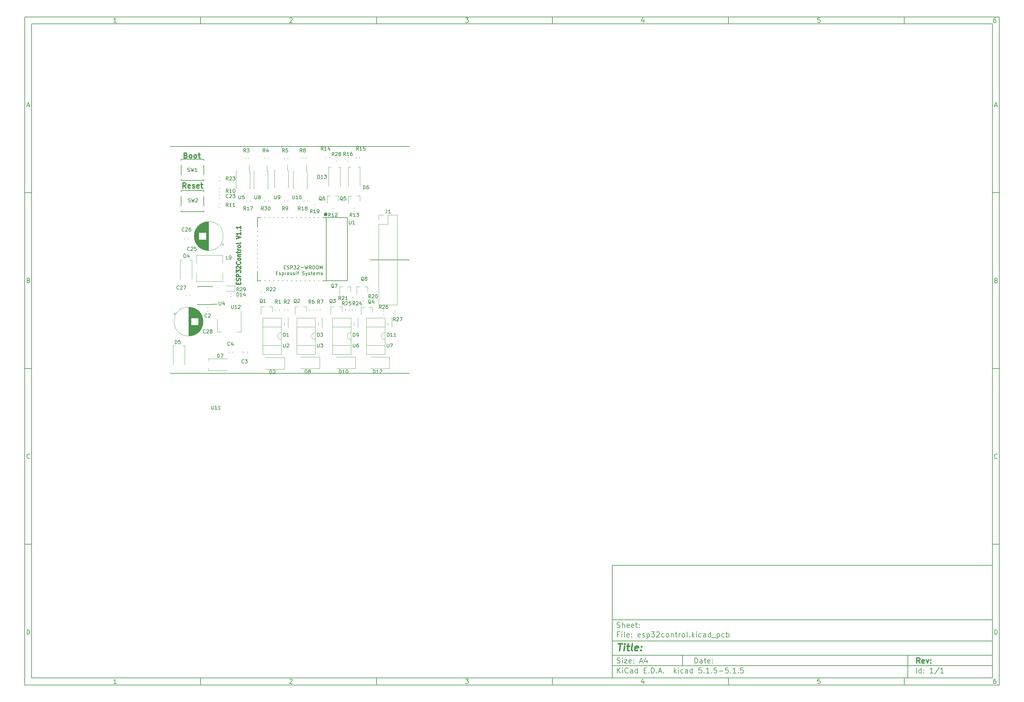
<source format=gto>
G04 #@! TF.GenerationSoftware,KiCad,Pcbnew,5.1.5-5.1.5*
G04 #@! TF.CreationDate,2020-03-30T20:46:44+02:00*
G04 #@! TF.ProjectId,esp32control,65737033-3263-46f6-9e74-726f6c2e6b69,rev?*
G04 #@! TF.SameCoordinates,Original*
G04 #@! TF.FileFunction,Legend,Top*
G04 #@! TF.FilePolarity,Positive*
%FSLAX46Y46*%
G04 Gerber Fmt 4.6, Leading zero omitted, Abs format (unit mm)*
G04 Created by KiCad (PCBNEW 5.1.5-5.1.5) date 2020-03-30 20:46:44*
%MOMM*%
%LPD*%
G04 APERTURE LIST*
%ADD10C,0.200000*%
%ADD11C,0.150000*%
%ADD12C,0.300000*%
%ADD13C,0.400000*%
%ADD14C,0.120000*%
%ADD15C,0.500000*%
%ADD16R,1.700000X2.400000*%
%ADD17O,1.900000X1.900000*%
%ADD18R,1.900000X1.900000*%
%ADD19R,2.000000X2.700000*%
%ADD20R,2.700000X2.000000*%
%ADD21C,1.800000*%
%ADD22R,1.800000X1.800000*%
%ADD23C,6.200000*%
%ADD24O,1.800000X2.400000*%
%ADD25R,1.000000X1.100000*%
%ADD26R,1.700000X2.200000*%
%ADD27R,4.000000X2.200000*%
%ADD28R,3.400000X1.200000*%
%ADD29R,6.200000X6.200000*%
%ADD30O,1.100000X2.700000*%
%ADD31O,2.700000X1.100000*%
%ADD32R,0.840000X2.200000*%
%ADD33R,1.750000X0.800000*%
%ADD34R,1.100000X1.400000*%
G04 APERTURE END LIST*
D10*
D11*
X177002200Y-166007200D02*
X177002200Y-198007200D01*
X285002200Y-198007200D01*
X285002200Y-166007200D01*
X177002200Y-166007200D01*
D10*
D11*
X10000000Y-10000000D02*
X10000000Y-200007200D01*
X287002200Y-200007200D01*
X287002200Y-10000000D01*
X10000000Y-10000000D01*
D10*
D11*
X12000000Y-12000000D02*
X12000000Y-198007200D01*
X285002200Y-198007200D01*
X285002200Y-12000000D01*
X12000000Y-12000000D01*
D10*
D11*
X60000000Y-12000000D02*
X60000000Y-10000000D01*
D10*
D11*
X110000000Y-12000000D02*
X110000000Y-10000000D01*
D10*
D11*
X160000000Y-12000000D02*
X160000000Y-10000000D01*
D10*
D11*
X210000000Y-12000000D02*
X210000000Y-10000000D01*
D10*
D11*
X260000000Y-12000000D02*
X260000000Y-10000000D01*
D10*
D11*
X36065476Y-11588095D02*
X35322619Y-11588095D01*
X35694047Y-11588095D02*
X35694047Y-10288095D01*
X35570238Y-10473809D01*
X35446428Y-10597619D01*
X35322619Y-10659523D01*
D10*
D11*
X85322619Y-10411904D02*
X85384523Y-10350000D01*
X85508333Y-10288095D01*
X85817857Y-10288095D01*
X85941666Y-10350000D01*
X86003571Y-10411904D01*
X86065476Y-10535714D01*
X86065476Y-10659523D01*
X86003571Y-10845238D01*
X85260714Y-11588095D01*
X86065476Y-11588095D01*
D10*
D11*
X135260714Y-10288095D02*
X136065476Y-10288095D01*
X135632142Y-10783333D01*
X135817857Y-10783333D01*
X135941666Y-10845238D01*
X136003571Y-10907142D01*
X136065476Y-11030952D01*
X136065476Y-11340476D01*
X136003571Y-11464285D01*
X135941666Y-11526190D01*
X135817857Y-11588095D01*
X135446428Y-11588095D01*
X135322619Y-11526190D01*
X135260714Y-11464285D01*
D10*
D11*
X185941666Y-10721428D02*
X185941666Y-11588095D01*
X185632142Y-10226190D02*
X185322619Y-11154761D01*
X186127380Y-11154761D01*
D10*
D11*
X236003571Y-10288095D02*
X235384523Y-10288095D01*
X235322619Y-10907142D01*
X235384523Y-10845238D01*
X235508333Y-10783333D01*
X235817857Y-10783333D01*
X235941666Y-10845238D01*
X236003571Y-10907142D01*
X236065476Y-11030952D01*
X236065476Y-11340476D01*
X236003571Y-11464285D01*
X235941666Y-11526190D01*
X235817857Y-11588095D01*
X235508333Y-11588095D01*
X235384523Y-11526190D01*
X235322619Y-11464285D01*
D10*
D11*
X285941666Y-10288095D02*
X285694047Y-10288095D01*
X285570238Y-10350000D01*
X285508333Y-10411904D01*
X285384523Y-10597619D01*
X285322619Y-10845238D01*
X285322619Y-11340476D01*
X285384523Y-11464285D01*
X285446428Y-11526190D01*
X285570238Y-11588095D01*
X285817857Y-11588095D01*
X285941666Y-11526190D01*
X286003571Y-11464285D01*
X286065476Y-11340476D01*
X286065476Y-11030952D01*
X286003571Y-10907142D01*
X285941666Y-10845238D01*
X285817857Y-10783333D01*
X285570238Y-10783333D01*
X285446428Y-10845238D01*
X285384523Y-10907142D01*
X285322619Y-11030952D01*
D10*
D11*
X60000000Y-198007200D02*
X60000000Y-200007200D01*
D10*
D11*
X110000000Y-198007200D02*
X110000000Y-200007200D01*
D10*
D11*
X160000000Y-198007200D02*
X160000000Y-200007200D01*
D10*
D11*
X210000000Y-198007200D02*
X210000000Y-200007200D01*
D10*
D11*
X260000000Y-198007200D02*
X260000000Y-200007200D01*
D10*
D11*
X36065476Y-199595295D02*
X35322619Y-199595295D01*
X35694047Y-199595295D02*
X35694047Y-198295295D01*
X35570238Y-198481009D01*
X35446428Y-198604819D01*
X35322619Y-198666723D01*
D10*
D11*
X85322619Y-198419104D02*
X85384523Y-198357200D01*
X85508333Y-198295295D01*
X85817857Y-198295295D01*
X85941666Y-198357200D01*
X86003571Y-198419104D01*
X86065476Y-198542914D01*
X86065476Y-198666723D01*
X86003571Y-198852438D01*
X85260714Y-199595295D01*
X86065476Y-199595295D01*
D10*
D11*
X135260714Y-198295295D02*
X136065476Y-198295295D01*
X135632142Y-198790533D01*
X135817857Y-198790533D01*
X135941666Y-198852438D01*
X136003571Y-198914342D01*
X136065476Y-199038152D01*
X136065476Y-199347676D01*
X136003571Y-199471485D01*
X135941666Y-199533390D01*
X135817857Y-199595295D01*
X135446428Y-199595295D01*
X135322619Y-199533390D01*
X135260714Y-199471485D01*
D10*
D11*
X185941666Y-198728628D02*
X185941666Y-199595295D01*
X185632142Y-198233390D02*
X185322619Y-199161961D01*
X186127380Y-199161961D01*
D10*
D11*
X236003571Y-198295295D02*
X235384523Y-198295295D01*
X235322619Y-198914342D01*
X235384523Y-198852438D01*
X235508333Y-198790533D01*
X235817857Y-198790533D01*
X235941666Y-198852438D01*
X236003571Y-198914342D01*
X236065476Y-199038152D01*
X236065476Y-199347676D01*
X236003571Y-199471485D01*
X235941666Y-199533390D01*
X235817857Y-199595295D01*
X235508333Y-199595295D01*
X235384523Y-199533390D01*
X235322619Y-199471485D01*
D10*
D11*
X285941666Y-198295295D02*
X285694047Y-198295295D01*
X285570238Y-198357200D01*
X285508333Y-198419104D01*
X285384523Y-198604819D01*
X285322619Y-198852438D01*
X285322619Y-199347676D01*
X285384523Y-199471485D01*
X285446428Y-199533390D01*
X285570238Y-199595295D01*
X285817857Y-199595295D01*
X285941666Y-199533390D01*
X286003571Y-199471485D01*
X286065476Y-199347676D01*
X286065476Y-199038152D01*
X286003571Y-198914342D01*
X285941666Y-198852438D01*
X285817857Y-198790533D01*
X285570238Y-198790533D01*
X285446428Y-198852438D01*
X285384523Y-198914342D01*
X285322619Y-199038152D01*
D10*
D11*
X10000000Y-60000000D02*
X12000000Y-60000000D01*
D10*
D11*
X10000000Y-110000000D02*
X12000000Y-110000000D01*
D10*
D11*
X10000000Y-160000000D02*
X12000000Y-160000000D01*
D10*
D11*
X10690476Y-35216666D02*
X11309523Y-35216666D01*
X10566666Y-35588095D02*
X11000000Y-34288095D01*
X11433333Y-35588095D01*
D10*
D11*
X11092857Y-84907142D02*
X11278571Y-84969047D01*
X11340476Y-85030952D01*
X11402380Y-85154761D01*
X11402380Y-85340476D01*
X11340476Y-85464285D01*
X11278571Y-85526190D01*
X11154761Y-85588095D01*
X10659523Y-85588095D01*
X10659523Y-84288095D01*
X11092857Y-84288095D01*
X11216666Y-84350000D01*
X11278571Y-84411904D01*
X11340476Y-84535714D01*
X11340476Y-84659523D01*
X11278571Y-84783333D01*
X11216666Y-84845238D01*
X11092857Y-84907142D01*
X10659523Y-84907142D01*
D10*
D11*
X11402380Y-135464285D02*
X11340476Y-135526190D01*
X11154761Y-135588095D01*
X11030952Y-135588095D01*
X10845238Y-135526190D01*
X10721428Y-135402380D01*
X10659523Y-135278571D01*
X10597619Y-135030952D01*
X10597619Y-134845238D01*
X10659523Y-134597619D01*
X10721428Y-134473809D01*
X10845238Y-134350000D01*
X11030952Y-134288095D01*
X11154761Y-134288095D01*
X11340476Y-134350000D01*
X11402380Y-134411904D01*
D10*
D11*
X10659523Y-185588095D02*
X10659523Y-184288095D01*
X10969047Y-184288095D01*
X11154761Y-184350000D01*
X11278571Y-184473809D01*
X11340476Y-184597619D01*
X11402380Y-184845238D01*
X11402380Y-185030952D01*
X11340476Y-185278571D01*
X11278571Y-185402380D01*
X11154761Y-185526190D01*
X10969047Y-185588095D01*
X10659523Y-185588095D01*
D10*
D11*
X287002200Y-60000000D02*
X285002200Y-60000000D01*
D10*
D11*
X287002200Y-110000000D02*
X285002200Y-110000000D01*
D10*
D11*
X287002200Y-160000000D02*
X285002200Y-160000000D01*
D10*
D11*
X285692676Y-35216666D02*
X286311723Y-35216666D01*
X285568866Y-35588095D02*
X286002200Y-34288095D01*
X286435533Y-35588095D01*
D10*
D11*
X286095057Y-84907142D02*
X286280771Y-84969047D01*
X286342676Y-85030952D01*
X286404580Y-85154761D01*
X286404580Y-85340476D01*
X286342676Y-85464285D01*
X286280771Y-85526190D01*
X286156961Y-85588095D01*
X285661723Y-85588095D01*
X285661723Y-84288095D01*
X286095057Y-84288095D01*
X286218866Y-84350000D01*
X286280771Y-84411904D01*
X286342676Y-84535714D01*
X286342676Y-84659523D01*
X286280771Y-84783333D01*
X286218866Y-84845238D01*
X286095057Y-84907142D01*
X285661723Y-84907142D01*
D10*
D11*
X286404580Y-135464285D02*
X286342676Y-135526190D01*
X286156961Y-135588095D01*
X286033152Y-135588095D01*
X285847438Y-135526190D01*
X285723628Y-135402380D01*
X285661723Y-135278571D01*
X285599819Y-135030952D01*
X285599819Y-134845238D01*
X285661723Y-134597619D01*
X285723628Y-134473809D01*
X285847438Y-134350000D01*
X286033152Y-134288095D01*
X286156961Y-134288095D01*
X286342676Y-134350000D01*
X286404580Y-134411904D01*
D10*
D11*
X285661723Y-185588095D02*
X285661723Y-184288095D01*
X285971247Y-184288095D01*
X286156961Y-184350000D01*
X286280771Y-184473809D01*
X286342676Y-184597619D01*
X286404580Y-184845238D01*
X286404580Y-185030952D01*
X286342676Y-185278571D01*
X286280771Y-185402380D01*
X286156961Y-185526190D01*
X285971247Y-185588095D01*
X285661723Y-185588095D01*
D10*
D11*
X200434342Y-193785771D02*
X200434342Y-192285771D01*
X200791485Y-192285771D01*
X201005771Y-192357200D01*
X201148628Y-192500057D01*
X201220057Y-192642914D01*
X201291485Y-192928628D01*
X201291485Y-193142914D01*
X201220057Y-193428628D01*
X201148628Y-193571485D01*
X201005771Y-193714342D01*
X200791485Y-193785771D01*
X200434342Y-193785771D01*
X202577200Y-193785771D02*
X202577200Y-193000057D01*
X202505771Y-192857200D01*
X202362914Y-192785771D01*
X202077200Y-192785771D01*
X201934342Y-192857200D01*
X202577200Y-193714342D02*
X202434342Y-193785771D01*
X202077200Y-193785771D01*
X201934342Y-193714342D01*
X201862914Y-193571485D01*
X201862914Y-193428628D01*
X201934342Y-193285771D01*
X202077200Y-193214342D01*
X202434342Y-193214342D01*
X202577200Y-193142914D01*
X203077200Y-192785771D02*
X203648628Y-192785771D01*
X203291485Y-192285771D02*
X203291485Y-193571485D01*
X203362914Y-193714342D01*
X203505771Y-193785771D01*
X203648628Y-193785771D01*
X204720057Y-193714342D02*
X204577200Y-193785771D01*
X204291485Y-193785771D01*
X204148628Y-193714342D01*
X204077200Y-193571485D01*
X204077200Y-193000057D01*
X204148628Y-192857200D01*
X204291485Y-192785771D01*
X204577200Y-192785771D01*
X204720057Y-192857200D01*
X204791485Y-193000057D01*
X204791485Y-193142914D01*
X204077200Y-193285771D01*
X205434342Y-193642914D02*
X205505771Y-193714342D01*
X205434342Y-193785771D01*
X205362914Y-193714342D01*
X205434342Y-193642914D01*
X205434342Y-193785771D01*
X205434342Y-192857200D02*
X205505771Y-192928628D01*
X205434342Y-193000057D01*
X205362914Y-192928628D01*
X205434342Y-192857200D01*
X205434342Y-193000057D01*
D10*
D11*
X177002200Y-194507200D02*
X285002200Y-194507200D01*
D10*
D11*
X178434342Y-196585771D02*
X178434342Y-195085771D01*
X179291485Y-196585771D02*
X178648628Y-195728628D01*
X179291485Y-195085771D02*
X178434342Y-195942914D01*
X179934342Y-196585771D02*
X179934342Y-195585771D01*
X179934342Y-195085771D02*
X179862914Y-195157200D01*
X179934342Y-195228628D01*
X180005771Y-195157200D01*
X179934342Y-195085771D01*
X179934342Y-195228628D01*
X181505771Y-196442914D02*
X181434342Y-196514342D01*
X181220057Y-196585771D01*
X181077200Y-196585771D01*
X180862914Y-196514342D01*
X180720057Y-196371485D01*
X180648628Y-196228628D01*
X180577200Y-195942914D01*
X180577200Y-195728628D01*
X180648628Y-195442914D01*
X180720057Y-195300057D01*
X180862914Y-195157200D01*
X181077200Y-195085771D01*
X181220057Y-195085771D01*
X181434342Y-195157200D01*
X181505771Y-195228628D01*
X182791485Y-196585771D02*
X182791485Y-195800057D01*
X182720057Y-195657200D01*
X182577200Y-195585771D01*
X182291485Y-195585771D01*
X182148628Y-195657200D01*
X182791485Y-196514342D02*
X182648628Y-196585771D01*
X182291485Y-196585771D01*
X182148628Y-196514342D01*
X182077200Y-196371485D01*
X182077200Y-196228628D01*
X182148628Y-196085771D01*
X182291485Y-196014342D01*
X182648628Y-196014342D01*
X182791485Y-195942914D01*
X184148628Y-196585771D02*
X184148628Y-195085771D01*
X184148628Y-196514342D02*
X184005771Y-196585771D01*
X183720057Y-196585771D01*
X183577200Y-196514342D01*
X183505771Y-196442914D01*
X183434342Y-196300057D01*
X183434342Y-195871485D01*
X183505771Y-195728628D01*
X183577200Y-195657200D01*
X183720057Y-195585771D01*
X184005771Y-195585771D01*
X184148628Y-195657200D01*
X186005771Y-195800057D02*
X186505771Y-195800057D01*
X186720057Y-196585771D02*
X186005771Y-196585771D01*
X186005771Y-195085771D01*
X186720057Y-195085771D01*
X187362914Y-196442914D02*
X187434342Y-196514342D01*
X187362914Y-196585771D01*
X187291485Y-196514342D01*
X187362914Y-196442914D01*
X187362914Y-196585771D01*
X188077200Y-196585771D02*
X188077200Y-195085771D01*
X188434342Y-195085771D01*
X188648628Y-195157200D01*
X188791485Y-195300057D01*
X188862914Y-195442914D01*
X188934342Y-195728628D01*
X188934342Y-195942914D01*
X188862914Y-196228628D01*
X188791485Y-196371485D01*
X188648628Y-196514342D01*
X188434342Y-196585771D01*
X188077200Y-196585771D01*
X189577200Y-196442914D02*
X189648628Y-196514342D01*
X189577200Y-196585771D01*
X189505771Y-196514342D01*
X189577200Y-196442914D01*
X189577200Y-196585771D01*
X190220057Y-196157200D02*
X190934342Y-196157200D01*
X190077200Y-196585771D02*
X190577200Y-195085771D01*
X191077200Y-196585771D01*
X191577200Y-196442914D02*
X191648628Y-196514342D01*
X191577200Y-196585771D01*
X191505771Y-196514342D01*
X191577200Y-196442914D01*
X191577200Y-196585771D01*
X194577200Y-196585771D02*
X194577200Y-195085771D01*
X194720057Y-196014342D02*
X195148628Y-196585771D01*
X195148628Y-195585771D02*
X194577200Y-196157200D01*
X195791485Y-196585771D02*
X195791485Y-195585771D01*
X195791485Y-195085771D02*
X195720057Y-195157200D01*
X195791485Y-195228628D01*
X195862914Y-195157200D01*
X195791485Y-195085771D01*
X195791485Y-195228628D01*
X197148628Y-196514342D02*
X197005771Y-196585771D01*
X196720057Y-196585771D01*
X196577200Y-196514342D01*
X196505771Y-196442914D01*
X196434342Y-196300057D01*
X196434342Y-195871485D01*
X196505771Y-195728628D01*
X196577200Y-195657200D01*
X196720057Y-195585771D01*
X197005771Y-195585771D01*
X197148628Y-195657200D01*
X198434342Y-196585771D02*
X198434342Y-195800057D01*
X198362914Y-195657200D01*
X198220057Y-195585771D01*
X197934342Y-195585771D01*
X197791485Y-195657200D01*
X198434342Y-196514342D02*
X198291485Y-196585771D01*
X197934342Y-196585771D01*
X197791485Y-196514342D01*
X197720057Y-196371485D01*
X197720057Y-196228628D01*
X197791485Y-196085771D01*
X197934342Y-196014342D01*
X198291485Y-196014342D01*
X198434342Y-195942914D01*
X199791485Y-196585771D02*
X199791485Y-195085771D01*
X199791485Y-196514342D02*
X199648628Y-196585771D01*
X199362914Y-196585771D01*
X199220057Y-196514342D01*
X199148628Y-196442914D01*
X199077200Y-196300057D01*
X199077200Y-195871485D01*
X199148628Y-195728628D01*
X199220057Y-195657200D01*
X199362914Y-195585771D01*
X199648628Y-195585771D01*
X199791485Y-195657200D01*
X202362914Y-195085771D02*
X201648628Y-195085771D01*
X201577200Y-195800057D01*
X201648628Y-195728628D01*
X201791485Y-195657200D01*
X202148628Y-195657200D01*
X202291485Y-195728628D01*
X202362914Y-195800057D01*
X202434342Y-195942914D01*
X202434342Y-196300057D01*
X202362914Y-196442914D01*
X202291485Y-196514342D01*
X202148628Y-196585771D01*
X201791485Y-196585771D01*
X201648628Y-196514342D01*
X201577200Y-196442914D01*
X203077200Y-196442914D02*
X203148628Y-196514342D01*
X203077200Y-196585771D01*
X203005771Y-196514342D01*
X203077200Y-196442914D01*
X203077200Y-196585771D01*
X204577200Y-196585771D02*
X203720057Y-196585771D01*
X204148628Y-196585771D02*
X204148628Y-195085771D01*
X204005771Y-195300057D01*
X203862914Y-195442914D01*
X203720057Y-195514342D01*
X205220057Y-196442914D02*
X205291485Y-196514342D01*
X205220057Y-196585771D01*
X205148628Y-196514342D01*
X205220057Y-196442914D01*
X205220057Y-196585771D01*
X206648628Y-195085771D02*
X205934342Y-195085771D01*
X205862914Y-195800057D01*
X205934342Y-195728628D01*
X206077200Y-195657200D01*
X206434342Y-195657200D01*
X206577200Y-195728628D01*
X206648628Y-195800057D01*
X206720057Y-195942914D01*
X206720057Y-196300057D01*
X206648628Y-196442914D01*
X206577200Y-196514342D01*
X206434342Y-196585771D01*
X206077200Y-196585771D01*
X205934342Y-196514342D01*
X205862914Y-196442914D01*
X207362914Y-196014342D02*
X208505771Y-196014342D01*
X209934342Y-195085771D02*
X209220057Y-195085771D01*
X209148628Y-195800057D01*
X209220057Y-195728628D01*
X209362914Y-195657200D01*
X209720057Y-195657200D01*
X209862914Y-195728628D01*
X209934342Y-195800057D01*
X210005771Y-195942914D01*
X210005771Y-196300057D01*
X209934342Y-196442914D01*
X209862914Y-196514342D01*
X209720057Y-196585771D01*
X209362914Y-196585771D01*
X209220057Y-196514342D01*
X209148628Y-196442914D01*
X210648628Y-196442914D02*
X210720057Y-196514342D01*
X210648628Y-196585771D01*
X210577200Y-196514342D01*
X210648628Y-196442914D01*
X210648628Y-196585771D01*
X212148628Y-196585771D02*
X211291485Y-196585771D01*
X211720057Y-196585771D02*
X211720057Y-195085771D01*
X211577200Y-195300057D01*
X211434342Y-195442914D01*
X211291485Y-195514342D01*
X212791485Y-196442914D02*
X212862914Y-196514342D01*
X212791485Y-196585771D01*
X212720057Y-196514342D01*
X212791485Y-196442914D01*
X212791485Y-196585771D01*
X214220057Y-195085771D02*
X213505771Y-195085771D01*
X213434342Y-195800057D01*
X213505771Y-195728628D01*
X213648628Y-195657200D01*
X214005771Y-195657200D01*
X214148628Y-195728628D01*
X214220057Y-195800057D01*
X214291485Y-195942914D01*
X214291485Y-196300057D01*
X214220057Y-196442914D01*
X214148628Y-196514342D01*
X214005771Y-196585771D01*
X213648628Y-196585771D01*
X213505771Y-196514342D01*
X213434342Y-196442914D01*
D10*
D11*
X177002200Y-191507200D02*
X285002200Y-191507200D01*
D10*
D12*
X264411485Y-193785771D02*
X263911485Y-193071485D01*
X263554342Y-193785771D02*
X263554342Y-192285771D01*
X264125771Y-192285771D01*
X264268628Y-192357200D01*
X264340057Y-192428628D01*
X264411485Y-192571485D01*
X264411485Y-192785771D01*
X264340057Y-192928628D01*
X264268628Y-193000057D01*
X264125771Y-193071485D01*
X263554342Y-193071485D01*
X265625771Y-193714342D02*
X265482914Y-193785771D01*
X265197200Y-193785771D01*
X265054342Y-193714342D01*
X264982914Y-193571485D01*
X264982914Y-193000057D01*
X265054342Y-192857200D01*
X265197200Y-192785771D01*
X265482914Y-192785771D01*
X265625771Y-192857200D01*
X265697200Y-193000057D01*
X265697200Y-193142914D01*
X264982914Y-193285771D01*
X266197200Y-192785771D02*
X266554342Y-193785771D01*
X266911485Y-192785771D01*
X267482914Y-193642914D02*
X267554342Y-193714342D01*
X267482914Y-193785771D01*
X267411485Y-193714342D01*
X267482914Y-193642914D01*
X267482914Y-193785771D01*
X267482914Y-192857200D02*
X267554342Y-192928628D01*
X267482914Y-193000057D01*
X267411485Y-192928628D01*
X267482914Y-192857200D01*
X267482914Y-193000057D01*
D10*
D11*
X178362914Y-193714342D02*
X178577200Y-193785771D01*
X178934342Y-193785771D01*
X179077200Y-193714342D01*
X179148628Y-193642914D01*
X179220057Y-193500057D01*
X179220057Y-193357200D01*
X179148628Y-193214342D01*
X179077200Y-193142914D01*
X178934342Y-193071485D01*
X178648628Y-193000057D01*
X178505771Y-192928628D01*
X178434342Y-192857200D01*
X178362914Y-192714342D01*
X178362914Y-192571485D01*
X178434342Y-192428628D01*
X178505771Y-192357200D01*
X178648628Y-192285771D01*
X179005771Y-192285771D01*
X179220057Y-192357200D01*
X179862914Y-193785771D02*
X179862914Y-192785771D01*
X179862914Y-192285771D02*
X179791485Y-192357200D01*
X179862914Y-192428628D01*
X179934342Y-192357200D01*
X179862914Y-192285771D01*
X179862914Y-192428628D01*
X180434342Y-192785771D02*
X181220057Y-192785771D01*
X180434342Y-193785771D01*
X181220057Y-193785771D01*
X182362914Y-193714342D02*
X182220057Y-193785771D01*
X181934342Y-193785771D01*
X181791485Y-193714342D01*
X181720057Y-193571485D01*
X181720057Y-193000057D01*
X181791485Y-192857200D01*
X181934342Y-192785771D01*
X182220057Y-192785771D01*
X182362914Y-192857200D01*
X182434342Y-193000057D01*
X182434342Y-193142914D01*
X181720057Y-193285771D01*
X183077200Y-193642914D02*
X183148628Y-193714342D01*
X183077200Y-193785771D01*
X183005771Y-193714342D01*
X183077200Y-193642914D01*
X183077200Y-193785771D01*
X183077200Y-192857200D02*
X183148628Y-192928628D01*
X183077200Y-193000057D01*
X183005771Y-192928628D01*
X183077200Y-192857200D01*
X183077200Y-193000057D01*
X184862914Y-193357200D02*
X185577200Y-193357200D01*
X184720057Y-193785771D02*
X185220057Y-192285771D01*
X185720057Y-193785771D01*
X186862914Y-192785771D02*
X186862914Y-193785771D01*
X186505771Y-192214342D02*
X186148628Y-193285771D01*
X187077200Y-193285771D01*
D10*
D11*
X263434342Y-196585771D02*
X263434342Y-195085771D01*
X264791485Y-196585771D02*
X264791485Y-195085771D01*
X264791485Y-196514342D02*
X264648628Y-196585771D01*
X264362914Y-196585771D01*
X264220057Y-196514342D01*
X264148628Y-196442914D01*
X264077200Y-196300057D01*
X264077200Y-195871485D01*
X264148628Y-195728628D01*
X264220057Y-195657200D01*
X264362914Y-195585771D01*
X264648628Y-195585771D01*
X264791485Y-195657200D01*
X265505771Y-196442914D02*
X265577200Y-196514342D01*
X265505771Y-196585771D01*
X265434342Y-196514342D01*
X265505771Y-196442914D01*
X265505771Y-196585771D01*
X265505771Y-195657200D02*
X265577200Y-195728628D01*
X265505771Y-195800057D01*
X265434342Y-195728628D01*
X265505771Y-195657200D01*
X265505771Y-195800057D01*
X268148628Y-196585771D02*
X267291485Y-196585771D01*
X267720057Y-196585771D02*
X267720057Y-195085771D01*
X267577200Y-195300057D01*
X267434342Y-195442914D01*
X267291485Y-195514342D01*
X269862914Y-195014342D02*
X268577200Y-196942914D01*
X271148628Y-196585771D02*
X270291485Y-196585771D01*
X270720057Y-196585771D02*
X270720057Y-195085771D01*
X270577200Y-195300057D01*
X270434342Y-195442914D01*
X270291485Y-195514342D01*
D10*
D11*
X177002200Y-187507200D02*
X285002200Y-187507200D01*
D10*
D13*
X178714580Y-188211961D02*
X179857438Y-188211961D01*
X179036009Y-190211961D02*
X179286009Y-188211961D01*
X180274104Y-190211961D02*
X180440771Y-188878628D01*
X180524104Y-188211961D02*
X180416961Y-188307200D01*
X180500295Y-188402438D01*
X180607438Y-188307200D01*
X180524104Y-188211961D01*
X180500295Y-188402438D01*
X181107438Y-188878628D02*
X181869342Y-188878628D01*
X181476485Y-188211961D02*
X181262200Y-189926247D01*
X181333628Y-190116723D01*
X181512200Y-190211961D01*
X181702676Y-190211961D01*
X182655057Y-190211961D02*
X182476485Y-190116723D01*
X182405057Y-189926247D01*
X182619342Y-188211961D01*
X184190771Y-190116723D02*
X183988390Y-190211961D01*
X183607438Y-190211961D01*
X183428866Y-190116723D01*
X183357438Y-189926247D01*
X183452676Y-189164342D01*
X183571723Y-188973866D01*
X183774104Y-188878628D01*
X184155057Y-188878628D01*
X184333628Y-188973866D01*
X184405057Y-189164342D01*
X184381247Y-189354819D01*
X183405057Y-189545295D01*
X185155057Y-190021485D02*
X185238390Y-190116723D01*
X185131247Y-190211961D01*
X185047914Y-190116723D01*
X185155057Y-190021485D01*
X185131247Y-190211961D01*
X185286009Y-188973866D02*
X185369342Y-189069104D01*
X185262200Y-189164342D01*
X185178866Y-189069104D01*
X185286009Y-188973866D01*
X185262200Y-189164342D01*
D10*
D11*
X178934342Y-185600057D02*
X178434342Y-185600057D01*
X178434342Y-186385771D02*
X178434342Y-184885771D01*
X179148628Y-184885771D01*
X179720057Y-186385771D02*
X179720057Y-185385771D01*
X179720057Y-184885771D02*
X179648628Y-184957200D01*
X179720057Y-185028628D01*
X179791485Y-184957200D01*
X179720057Y-184885771D01*
X179720057Y-185028628D01*
X180648628Y-186385771D02*
X180505771Y-186314342D01*
X180434342Y-186171485D01*
X180434342Y-184885771D01*
X181791485Y-186314342D02*
X181648628Y-186385771D01*
X181362914Y-186385771D01*
X181220057Y-186314342D01*
X181148628Y-186171485D01*
X181148628Y-185600057D01*
X181220057Y-185457200D01*
X181362914Y-185385771D01*
X181648628Y-185385771D01*
X181791485Y-185457200D01*
X181862914Y-185600057D01*
X181862914Y-185742914D01*
X181148628Y-185885771D01*
X182505771Y-186242914D02*
X182577200Y-186314342D01*
X182505771Y-186385771D01*
X182434342Y-186314342D01*
X182505771Y-186242914D01*
X182505771Y-186385771D01*
X182505771Y-185457200D02*
X182577200Y-185528628D01*
X182505771Y-185600057D01*
X182434342Y-185528628D01*
X182505771Y-185457200D01*
X182505771Y-185600057D01*
X184934342Y-186314342D02*
X184791485Y-186385771D01*
X184505771Y-186385771D01*
X184362914Y-186314342D01*
X184291485Y-186171485D01*
X184291485Y-185600057D01*
X184362914Y-185457200D01*
X184505771Y-185385771D01*
X184791485Y-185385771D01*
X184934342Y-185457200D01*
X185005771Y-185600057D01*
X185005771Y-185742914D01*
X184291485Y-185885771D01*
X185577200Y-186314342D02*
X185720057Y-186385771D01*
X186005771Y-186385771D01*
X186148628Y-186314342D01*
X186220057Y-186171485D01*
X186220057Y-186100057D01*
X186148628Y-185957200D01*
X186005771Y-185885771D01*
X185791485Y-185885771D01*
X185648628Y-185814342D01*
X185577200Y-185671485D01*
X185577200Y-185600057D01*
X185648628Y-185457200D01*
X185791485Y-185385771D01*
X186005771Y-185385771D01*
X186148628Y-185457200D01*
X186862914Y-185385771D02*
X186862914Y-186885771D01*
X186862914Y-185457200D02*
X187005771Y-185385771D01*
X187291485Y-185385771D01*
X187434342Y-185457200D01*
X187505771Y-185528628D01*
X187577200Y-185671485D01*
X187577200Y-186100057D01*
X187505771Y-186242914D01*
X187434342Y-186314342D01*
X187291485Y-186385771D01*
X187005771Y-186385771D01*
X186862914Y-186314342D01*
X188077200Y-184885771D02*
X189005771Y-184885771D01*
X188505771Y-185457200D01*
X188720057Y-185457200D01*
X188862914Y-185528628D01*
X188934342Y-185600057D01*
X189005771Y-185742914D01*
X189005771Y-186100057D01*
X188934342Y-186242914D01*
X188862914Y-186314342D01*
X188720057Y-186385771D01*
X188291485Y-186385771D01*
X188148628Y-186314342D01*
X188077200Y-186242914D01*
X189577200Y-185028628D02*
X189648628Y-184957200D01*
X189791485Y-184885771D01*
X190148628Y-184885771D01*
X190291485Y-184957200D01*
X190362914Y-185028628D01*
X190434342Y-185171485D01*
X190434342Y-185314342D01*
X190362914Y-185528628D01*
X189505771Y-186385771D01*
X190434342Y-186385771D01*
X191720057Y-186314342D02*
X191577200Y-186385771D01*
X191291485Y-186385771D01*
X191148628Y-186314342D01*
X191077200Y-186242914D01*
X191005771Y-186100057D01*
X191005771Y-185671485D01*
X191077200Y-185528628D01*
X191148628Y-185457200D01*
X191291485Y-185385771D01*
X191577200Y-185385771D01*
X191720057Y-185457200D01*
X192577200Y-186385771D02*
X192434342Y-186314342D01*
X192362914Y-186242914D01*
X192291485Y-186100057D01*
X192291485Y-185671485D01*
X192362914Y-185528628D01*
X192434342Y-185457200D01*
X192577200Y-185385771D01*
X192791485Y-185385771D01*
X192934342Y-185457200D01*
X193005771Y-185528628D01*
X193077200Y-185671485D01*
X193077200Y-186100057D01*
X193005771Y-186242914D01*
X192934342Y-186314342D01*
X192791485Y-186385771D01*
X192577200Y-186385771D01*
X193720057Y-185385771D02*
X193720057Y-186385771D01*
X193720057Y-185528628D02*
X193791485Y-185457200D01*
X193934342Y-185385771D01*
X194148628Y-185385771D01*
X194291485Y-185457200D01*
X194362914Y-185600057D01*
X194362914Y-186385771D01*
X194862914Y-185385771D02*
X195434342Y-185385771D01*
X195077200Y-184885771D02*
X195077200Y-186171485D01*
X195148628Y-186314342D01*
X195291485Y-186385771D01*
X195434342Y-186385771D01*
X195934342Y-186385771D02*
X195934342Y-185385771D01*
X195934342Y-185671485D02*
X196005771Y-185528628D01*
X196077200Y-185457200D01*
X196220057Y-185385771D01*
X196362914Y-185385771D01*
X197077200Y-186385771D02*
X196934342Y-186314342D01*
X196862914Y-186242914D01*
X196791485Y-186100057D01*
X196791485Y-185671485D01*
X196862914Y-185528628D01*
X196934342Y-185457200D01*
X197077200Y-185385771D01*
X197291485Y-185385771D01*
X197434342Y-185457200D01*
X197505771Y-185528628D01*
X197577200Y-185671485D01*
X197577200Y-186100057D01*
X197505771Y-186242914D01*
X197434342Y-186314342D01*
X197291485Y-186385771D01*
X197077200Y-186385771D01*
X198434342Y-186385771D02*
X198291485Y-186314342D01*
X198220057Y-186171485D01*
X198220057Y-184885771D01*
X199005771Y-186242914D02*
X199077200Y-186314342D01*
X199005771Y-186385771D01*
X198934342Y-186314342D01*
X199005771Y-186242914D01*
X199005771Y-186385771D01*
X199720057Y-186385771D02*
X199720057Y-184885771D01*
X199862914Y-185814342D02*
X200291485Y-186385771D01*
X200291485Y-185385771D02*
X199720057Y-185957200D01*
X200934342Y-186385771D02*
X200934342Y-185385771D01*
X200934342Y-184885771D02*
X200862914Y-184957200D01*
X200934342Y-185028628D01*
X201005771Y-184957200D01*
X200934342Y-184885771D01*
X200934342Y-185028628D01*
X202291485Y-186314342D02*
X202148628Y-186385771D01*
X201862914Y-186385771D01*
X201720057Y-186314342D01*
X201648628Y-186242914D01*
X201577200Y-186100057D01*
X201577200Y-185671485D01*
X201648628Y-185528628D01*
X201720057Y-185457200D01*
X201862914Y-185385771D01*
X202148628Y-185385771D01*
X202291485Y-185457200D01*
X203577200Y-186385771D02*
X203577200Y-185600057D01*
X203505771Y-185457200D01*
X203362914Y-185385771D01*
X203077200Y-185385771D01*
X202934342Y-185457200D01*
X203577200Y-186314342D02*
X203434342Y-186385771D01*
X203077200Y-186385771D01*
X202934342Y-186314342D01*
X202862914Y-186171485D01*
X202862914Y-186028628D01*
X202934342Y-185885771D01*
X203077200Y-185814342D01*
X203434342Y-185814342D01*
X203577200Y-185742914D01*
X204934342Y-186385771D02*
X204934342Y-184885771D01*
X204934342Y-186314342D02*
X204791485Y-186385771D01*
X204505771Y-186385771D01*
X204362914Y-186314342D01*
X204291485Y-186242914D01*
X204220057Y-186100057D01*
X204220057Y-185671485D01*
X204291485Y-185528628D01*
X204362914Y-185457200D01*
X204505771Y-185385771D01*
X204791485Y-185385771D01*
X204934342Y-185457200D01*
X205291485Y-186528628D02*
X206434342Y-186528628D01*
X206791485Y-185385771D02*
X206791485Y-186885771D01*
X206791485Y-185457200D02*
X206934342Y-185385771D01*
X207220057Y-185385771D01*
X207362914Y-185457200D01*
X207434342Y-185528628D01*
X207505771Y-185671485D01*
X207505771Y-186100057D01*
X207434342Y-186242914D01*
X207362914Y-186314342D01*
X207220057Y-186385771D01*
X206934342Y-186385771D01*
X206791485Y-186314342D01*
X208791485Y-186314342D02*
X208648628Y-186385771D01*
X208362914Y-186385771D01*
X208220057Y-186314342D01*
X208148628Y-186242914D01*
X208077200Y-186100057D01*
X208077200Y-185671485D01*
X208148628Y-185528628D01*
X208220057Y-185457200D01*
X208362914Y-185385771D01*
X208648628Y-185385771D01*
X208791485Y-185457200D01*
X209434342Y-186385771D02*
X209434342Y-184885771D01*
X209434342Y-185457200D02*
X209577200Y-185385771D01*
X209862914Y-185385771D01*
X210005771Y-185457200D01*
X210077200Y-185528628D01*
X210148628Y-185671485D01*
X210148628Y-186100057D01*
X210077200Y-186242914D01*
X210005771Y-186314342D01*
X209862914Y-186385771D01*
X209577200Y-186385771D01*
X209434342Y-186314342D01*
D10*
D11*
X177002200Y-181507200D02*
X285002200Y-181507200D01*
D10*
D11*
X178362914Y-183614342D02*
X178577200Y-183685771D01*
X178934342Y-183685771D01*
X179077200Y-183614342D01*
X179148628Y-183542914D01*
X179220057Y-183400057D01*
X179220057Y-183257200D01*
X179148628Y-183114342D01*
X179077200Y-183042914D01*
X178934342Y-182971485D01*
X178648628Y-182900057D01*
X178505771Y-182828628D01*
X178434342Y-182757200D01*
X178362914Y-182614342D01*
X178362914Y-182471485D01*
X178434342Y-182328628D01*
X178505771Y-182257200D01*
X178648628Y-182185771D01*
X179005771Y-182185771D01*
X179220057Y-182257200D01*
X179862914Y-183685771D02*
X179862914Y-182185771D01*
X180505771Y-183685771D02*
X180505771Y-182900057D01*
X180434342Y-182757200D01*
X180291485Y-182685771D01*
X180077200Y-182685771D01*
X179934342Y-182757200D01*
X179862914Y-182828628D01*
X181791485Y-183614342D02*
X181648628Y-183685771D01*
X181362914Y-183685771D01*
X181220057Y-183614342D01*
X181148628Y-183471485D01*
X181148628Y-182900057D01*
X181220057Y-182757200D01*
X181362914Y-182685771D01*
X181648628Y-182685771D01*
X181791485Y-182757200D01*
X181862914Y-182900057D01*
X181862914Y-183042914D01*
X181148628Y-183185771D01*
X183077200Y-183614342D02*
X182934342Y-183685771D01*
X182648628Y-183685771D01*
X182505771Y-183614342D01*
X182434342Y-183471485D01*
X182434342Y-182900057D01*
X182505771Y-182757200D01*
X182648628Y-182685771D01*
X182934342Y-182685771D01*
X183077200Y-182757200D01*
X183148628Y-182900057D01*
X183148628Y-183042914D01*
X182434342Y-183185771D01*
X183577200Y-182685771D02*
X184148628Y-182685771D01*
X183791485Y-182185771D02*
X183791485Y-183471485D01*
X183862914Y-183614342D01*
X184005771Y-183685771D01*
X184148628Y-183685771D01*
X184648628Y-183542914D02*
X184720057Y-183614342D01*
X184648628Y-183685771D01*
X184577200Y-183614342D01*
X184648628Y-183542914D01*
X184648628Y-183685771D01*
X184648628Y-182757200D02*
X184720057Y-182828628D01*
X184648628Y-182900057D01*
X184577200Y-182828628D01*
X184648628Y-182757200D01*
X184648628Y-182900057D01*
D10*
D11*
X197002200Y-191507200D02*
X197002200Y-194507200D01*
D10*
D11*
X261002200Y-191507200D02*
X261002200Y-198007200D01*
D10*
X119344500Y-79118500D02*
X108168500Y-79118500D01*
D12*
X70744785Y-86077071D02*
X70744785Y-85677071D01*
X71373357Y-85505642D02*
X71373357Y-86077071D01*
X70173357Y-86077071D01*
X70173357Y-85505642D01*
X71316214Y-85048500D02*
X71373357Y-84877071D01*
X71373357Y-84591357D01*
X71316214Y-84477071D01*
X71259071Y-84419928D01*
X71144785Y-84362785D01*
X71030500Y-84362785D01*
X70916214Y-84419928D01*
X70859071Y-84477071D01*
X70801928Y-84591357D01*
X70744785Y-84819928D01*
X70687642Y-84934214D01*
X70630500Y-84991357D01*
X70516214Y-85048500D01*
X70401928Y-85048500D01*
X70287642Y-84991357D01*
X70230500Y-84934214D01*
X70173357Y-84819928D01*
X70173357Y-84534214D01*
X70230500Y-84362785D01*
X71373357Y-83848500D02*
X70173357Y-83848500D01*
X70173357Y-83391357D01*
X70230500Y-83277071D01*
X70287642Y-83219928D01*
X70401928Y-83162785D01*
X70573357Y-83162785D01*
X70687642Y-83219928D01*
X70744785Y-83277071D01*
X70801928Y-83391357D01*
X70801928Y-83848500D01*
X70173357Y-82762785D02*
X70173357Y-82019928D01*
X70630500Y-82419928D01*
X70630500Y-82248500D01*
X70687642Y-82134214D01*
X70744785Y-82077071D01*
X70859071Y-82019928D01*
X71144785Y-82019928D01*
X71259071Y-82077071D01*
X71316214Y-82134214D01*
X71373357Y-82248500D01*
X71373357Y-82591357D01*
X71316214Y-82705642D01*
X71259071Y-82762785D01*
X70287642Y-81562785D02*
X70230500Y-81505642D01*
X70173357Y-81391357D01*
X70173357Y-81105642D01*
X70230500Y-80991357D01*
X70287642Y-80934214D01*
X70401928Y-80877071D01*
X70516214Y-80877071D01*
X70687642Y-80934214D01*
X71373357Y-81619928D01*
X71373357Y-80877071D01*
X71259071Y-79677071D02*
X71316214Y-79734214D01*
X71373357Y-79905642D01*
X71373357Y-80019928D01*
X71316214Y-80191357D01*
X71201928Y-80305642D01*
X71087642Y-80362785D01*
X70859071Y-80419928D01*
X70687642Y-80419928D01*
X70459071Y-80362785D01*
X70344785Y-80305642D01*
X70230500Y-80191357D01*
X70173357Y-80019928D01*
X70173357Y-79905642D01*
X70230500Y-79734214D01*
X70287642Y-79677071D01*
X71373357Y-78991357D02*
X71316214Y-79105642D01*
X71259071Y-79162785D01*
X71144785Y-79219928D01*
X70801928Y-79219928D01*
X70687642Y-79162785D01*
X70630500Y-79105642D01*
X70573357Y-78991357D01*
X70573357Y-78819928D01*
X70630500Y-78705642D01*
X70687642Y-78648500D01*
X70801928Y-78591357D01*
X71144785Y-78591357D01*
X71259071Y-78648500D01*
X71316214Y-78705642D01*
X71373357Y-78819928D01*
X71373357Y-78991357D01*
X70573357Y-78077071D02*
X71373357Y-78077071D01*
X70687642Y-78077071D02*
X70630500Y-78019928D01*
X70573357Y-77905642D01*
X70573357Y-77734214D01*
X70630500Y-77619928D01*
X70744785Y-77562785D01*
X71373357Y-77562785D01*
X70573357Y-77162785D02*
X70573357Y-76705642D01*
X70173357Y-76991357D02*
X71201928Y-76991357D01*
X71316214Y-76934214D01*
X71373357Y-76819928D01*
X71373357Y-76705642D01*
X71373357Y-76305642D02*
X70573357Y-76305642D01*
X70801928Y-76305642D02*
X70687642Y-76248500D01*
X70630500Y-76191357D01*
X70573357Y-76077071D01*
X70573357Y-75962785D01*
X71373357Y-75391357D02*
X71316214Y-75505642D01*
X71259071Y-75562785D01*
X71144785Y-75619928D01*
X70801928Y-75619928D01*
X70687642Y-75562785D01*
X70630500Y-75505642D01*
X70573357Y-75391357D01*
X70573357Y-75219928D01*
X70630500Y-75105642D01*
X70687642Y-75048500D01*
X70801928Y-74991357D01*
X71144785Y-74991357D01*
X71259071Y-75048500D01*
X71316214Y-75105642D01*
X71373357Y-75219928D01*
X71373357Y-75391357D01*
X71373357Y-74305642D02*
X71316214Y-74419928D01*
X71201928Y-74477071D01*
X70173357Y-74477071D01*
X70173357Y-73105642D02*
X71373357Y-72705642D01*
X70173357Y-72305642D01*
X71373357Y-71277071D02*
X71373357Y-71962785D01*
X71373357Y-71619928D02*
X70173357Y-71619928D01*
X70344785Y-71734214D01*
X70459071Y-71848500D01*
X70516214Y-71962785D01*
X71259071Y-70762785D02*
X71316214Y-70705642D01*
X71373357Y-70762785D01*
X71316214Y-70819928D01*
X71259071Y-70762785D01*
X71373357Y-70762785D01*
X71373357Y-69562785D02*
X71373357Y-70248500D01*
X71373357Y-69905642D02*
X70173357Y-69905642D01*
X70344785Y-70019928D01*
X70459071Y-70134214D01*
X70516214Y-70248500D01*
X55821428Y-49392857D02*
X56035714Y-49464285D01*
X56107142Y-49535714D01*
X56178571Y-49678571D01*
X56178571Y-49892857D01*
X56107142Y-50035714D01*
X56035714Y-50107142D01*
X55892857Y-50178571D01*
X55321428Y-50178571D01*
X55321428Y-48678571D01*
X55821428Y-48678571D01*
X55964285Y-48750000D01*
X56035714Y-48821428D01*
X56107142Y-48964285D01*
X56107142Y-49107142D01*
X56035714Y-49250000D01*
X55964285Y-49321428D01*
X55821428Y-49392857D01*
X55321428Y-49392857D01*
X57035714Y-50178571D02*
X56892857Y-50107142D01*
X56821428Y-50035714D01*
X56750000Y-49892857D01*
X56750000Y-49464285D01*
X56821428Y-49321428D01*
X56892857Y-49250000D01*
X57035714Y-49178571D01*
X57250000Y-49178571D01*
X57392857Y-49250000D01*
X57464285Y-49321428D01*
X57535714Y-49464285D01*
X57535714Y-49892857D01*
X57464285Y-50035714D01*
X57392857Y-50107142D01*
X57250000Y-50178571D01*
X57035714Y-50178571D01*
X58392857Y-50178571D02*
X58250000Y-50107142D01*
X58178571Y-50035714D01*
X58107142Y-49892857D01*
X58107142Y-49464285D01*
X58178571Y-49321428D01*
X58250000Y-49250000D01*
X58392857Y-49178571D01*
X58607142Y-49178571D01*
X58750000Y-49250000D01*
X58821428Y-49321428D01*
X58892857Y-49464285D01*
X58892857Y-49892857D01*
X58821428Y-50035714D01*
X58750000Y-50107142D01*
X58607142Y-50178571D01*
X58392857Y-50178571D01*
X59321428Y-49178571D02*
X59892857Y-49178571D01*
X59535714Y-48678571D02*
X59535714Y-49964285D01*
X59607142Y-50107142D01*
X59750000Y-50178571D01*
X59892857Y-50178571D01*
X55828857Y-58678571D02*
X55328857Y-57964285D01*
X54971714Y-58678571D02*
X54971714Y-57178571D01*
X55543142Y-57178571D01*
X55686000Y-57250000D01*
X55757428Y-57321428D01*
X55828857Y-57464285D01*
X55828857Y-57678571D01*
X55757428Y-57821428D01*
X55686000Y-57892857D01*
X55543142Y-57964285D01*
X54971714Y-57964285D01*
X57043142Y-58607142D02*
X56900285Y-58678571D01*
X56614571Y-58678571D01*
X56471714Y-58607142D01*
X56400285Y-58464285D01*
X56400285Y-57892857D01*
X56471714Y-57750000D01*
X56614571Y-57678571D01*
X56900285Y-57678571D01*
X57043142Y-57750000D01*
X57114571Y-57892857D01*
X57114571Y-58035714D01*
X56400285Y-58178571D01*
X57686000Y-58607142D02*
X57828857Y-58678571D01*
X58114571Y-58678571D01*
X58257428Y-58607142D01*
X58328857Y-58464285D01*
X58328857Y-58392857D01*
X58257428Y-58250000D01*
X58114571Y-58178571D01*
X57900285Y-58178571D01*
X57757428Y-58107142D01*
X57686000Y-57964285D01*
X57686000Y-57892857D01*
X57757428Y-57750000D01*
X57900285Y-57678571D01*
X58114571Y-57678571D01*
X58257428Y-57750000D01*
X59543142Y-58607142D02*
X59400285Y-58678571D01*
X59114571Y-58678571D01*
X58971714Y-58607142D01*
X58900285Y-58464285D01*
X58900285Y-57892857D01*
X58971714Y-57750000D01*
X59114571Y-57678571D01*
X59400285Y-57678571D01*
X59543142Y-57750000D01*
X59614571Y-57892857D01*
X59614571Y-58035714D01*
X58900285Y-58178571D01*
X60043142Y-57678571D02*
X60614571Y-57678571D01*
X60257428Y-57178571D02*
X60257428Y-58464285D01*
X60328857Y-58607142D01*
X60471714Y-58678571D01*
X60614571Y-58678571D01*
D14*
X66212000Y-77768000D02*
X66212000Y-80068000D01*
X58812000Y-77768000D02*
X66212000Y-77768000D01*
X58812000Y-80068000D02*
X58812000Y-77768000D01*
X58812000Y-85168000D02*
X58812000Y-82868000D01*
X66212000Y-85168000D02*
X58812000Y-85168000D01*
X66212000Y-82868000D02*
X66212000Y-85168000D01*
X110648500Y-66358500D02*
X111978500Y-66358500D01*
X110648500Y-67688500D02*
X110648500Y-66358500D01*
X113248500Y-66358500D02*
X115848500Y-66358500D01*
X113248500Y-68958500D02*
X113248500Y-66358500D01*
X110648500Y-68958500D02*
X113248500Y-68958500D01*
X115848500Y-66358500D02*
X115848500Y-91878500D01*
X110648500Y-68958500D02*
X110648500Y-91878500D01*
X110648500Y-91878500D02*
X115848500Y-91878500D01*
X78194500Y-62191721D02*
X78194500Y-62517279D01*
X79214500Y-62191721D02*
X79214500Y-62517279D01*
X68381721Y-89534500D02*
X68707279Y-89534500D01*
X68381721Y-88514500D02*
X68707279Y-88514500D01*
X98417221Y-50990000D02*
X98742779Y-50990000D01*
X98417221Y-49970000D02*
X98742779Y-49970000D01*
X115443279Y-93594500D02*
X115117721Y-93594500D01*
X115443279Y-94614500D02*
X115117721Y-94614500D01*
X112141279Y-93594500D02*
X111815721Y-93594500D01*
X112141279Y-94614500D02*
X111815721Y-94614500D01*
X104106500Y-93505279D02*
X104106500Y-93179721D01*
X103086500Y-93505279D02*
X103086500Y-93179721D01*
X101118000Y-93179721D02*
X101118000Y-93505279D01*
X102138000Y-93179721D02*
X102138000Y-93505279D01*
X65143221Y-56578000D02*
X65468779Y-56578000D01*
X65143221Y-55558000D02*
X65468779Y-55558000D01*
X77178500Y-88099721D02*
X77178500Y-88425279D01*
X78198500Y-88099721D02*
X78198500Y-88425279D01*
X102987221Y-90800000D02*
X103312779Y-90800000D01*
X102987221Y-89780000D02*
X103312779Y-89780000D01*
X106299279Y-89784500D02*
X105973721Y-89784500D01*
X106299279Y-90804500D02*
X105973721Y-90804500D01*
X92555779Y-63368500D02*
X92230221Y-63368500D01*
X92555779Y-64388500D02*
X92230221Y-64388500D01*
X89370500Y-62191721D02*
X89370500Y-62517279D01*
X90390500Y-62191721D02*
X90390500Y-62517279D01*
X73114500Y-62191721D02*
X73114500Y-62517279D01*
X74134500Y-62191721D02*
X74134500Y-62517279D01*
X102032779Y-49970000D02*
X101707221Y-49970000D01*
X102032779Y-50990000D02*
X101707221Y-50990000D01*
X105186000Y-50134779D02*
X105186000Y-49809221D01*
X104166000Y-50134779D02*
X104166000Y-49809221D01*
X96550000Y-50134779D02*
X96550000Y-49809221D01*
X95530000Y-50134779D02*
X95530000Y-49809221D01*
X103822779Y-64384500D02*
X103497221Y-64384500D01*
X103822779Y-65404500D02*
X103497221Y-65404500D01*
X97726779Y-64384500D02*
X97401221Y-64384500D01*
X97726779Y-65404500D02*
X97401221Y-65404500D01*
X65143221Y-64198000D02*
X65468779Y-64198000D01*
X65143221Y-63178000D02*
X65468779Y-63178000D01*
X65143221Y-59753000D02*
X65468779Y-59753000D01*
X65143221Y-58733000D02*
X65468779Y-58733000D01*
X83782500Y-62191721D02*
X83782500Y-62517279D01*
X84802500Y-62191721D02*
X84802500Y-62517279D01*
X89855000Y-50331779D02*
X89855000Y-50006221D01*
X88835000Y-50331779D02*
X88835000Y-50006221D01*
X93946500Y-93505279D02*
X93946500Y-93179721D01*
X92926500Y-93505279D02*
X92926500Y-93179721D01*
X90958000Y-93179721D02*
X90958000Y-93505279D01*
X91978000Y-93179721D02*
X91978000Y-93505279D01*
X84775000Y-50331779D02*
X84775000Y-50006221D01*
X83755000Y-50331779D02*
X83755000Y-50006221D01*
X79187000Y-50331779D02*
X79187000Y-50006221D01*
X78167000Y-50331779D02*
X78167000Y-50006221D01*
X73599000Y-50331779D02*
X73599000Y-50006221D01*
X72579000Y-50331779D02*
X72579000Y-50006221D01*
X84802500Y-93505279D02*
X84802500Y-93179721D01*
X83782500Y-93505279D02*
X83782500Y-93179721D01*
X81306000Y-93179721D02*
X81306000Y-93505279D01*
X82326000Y-93179721D02*
X82326000Y-93505279D01*
X69696500Y-86511500D02*
X67236500Y-86511500D01*
X69696500Y-87981500D02*
X69696500Y-86511500D01*
X67236500Y-87981500D02*
X69696500Y-87981500D01*
X99722000Y-52668000D02*
X99722000Y-58068000D01*
X96422000Y-52668000D02*
X96422000Y-58068000D01*
X99722000Y-52668000D02*
X96422000Y-52668000D01*
X113664000Y-110042000D02*
X108264000Y-110042000D01*
X113664000Y-106742000D02*
X108264000Y-106742000D01*
X113664000Y-110042000D02*
X113664000Y-106742000D01*
X104012000Y-110042000D02*
X98612000Y-110042000D01*
X104012000Y-106742000D02*
X98612000Y-106742000D01*
X104012000Y-110042000D02*
X104012000Y-106742000D01*
X93852000Y-110042000D02*
X88452000Y-110042000D01*
X93852000Y-106742000D02*
X88452000Y-106742000D01*
X93852000Y-110042000D02*
X93852000Y-106742000D01*
X62160000Y-107250000D02*
X67560000Y-107250000D01*
X62160000Y-110550000D02*
X67560000Y-110550000D01*
X62160000Y-107250000D02*
X62160000Y-110550000D01*
X105310000Y-52668000D02*
X105310000Y-58068000D01*
X102010000Y-52668000D02*
X102010000Y-58068000D01*
X105310000Y-52668000D02*
X102010000Y-52668000D01*
X55526000Y-103468000D02*
X55526000Y-108868000D01*
X52226000Y-103468000D02*
X52226000Y-108868000D01*
X55526000Y-103468000D02*
X52226000Y-103468000D01*
X57558000Y-79084000D02*
X57558000Y-84484000D01*
X54258000Y-79084000D02*
X54258000Y-84484000D01*
X57558000Y-79084000D02*
X54258000Y-79084000D01*
X83819000Y-110169000D02*
X78419000Y-110169000D01*
X83819000Y-106869000D02*
X78419000Y-106869000D01*
X83819000Y-110169000D02*
X83819000Y-106869000D01*
X52568802Y-93929500D02*
X52568802Y-94729500D01*
X52168802Y-94329500D02*
X52968802Y-94329500D01*
X60659500Y-96111500D02*
X60659500Y-97177500D01*
X60619500Y-95876500D02*
X60619500Y-97412500D01*
X60579500Y-95696500D02*
X60579500Y-97592500D01*
X60539500Y-95546500D02*
X60539500Y-97742500D01*
X60499500Y-95415500D02*
X60499500Y-97873500D01*
X60459500Y-95298500D02*
X60459500Y-97990500D01*
X60419500Y-95191500D02*
X60419500Y-98097500D01*
X60379500Y-95092500D02*
X60379500Y-98196500D01*
X60339500Y-94999500D02*
X60339500Y-98289500D01*
X60299500Y-94913500D02*
X60299500Y-98375500D01*
X60259500Y-94831500D02*
X60259500Y-98457500D01*
X60219500Y-94754500D02*
X60219500Y-98534500D01*
X60179500Y-94680500D02*
X60179500Y-98608500D01*
X60139500Y-94610500D02*
X60139500Y-98678500D01*
X60099500Y-94542500D02*
X60099500Y-98746500D01*
X60059500Y-94478500D02*
X60059500Y-98810500D01*
X60019500Y-94416500D02*
X60019500Y-98872500D01*
X59979500Y-94357500D02*
X59979500Y-98931500D01*
X59939500Y-94299500D02*
X59939500Y-98989500D01*
X59899500Y-94244500D02*
X59899500Y-99044500D01*
X59859500Y-94190500D02*
X59859500Y-99098500D01*
X59819500Y-94139500D02*
X59819500Y-99149500D01*
X59779500Y-94088500D02*
X59779500Y-99200500D01*
X59739500Y-94040500D02*
X59739500Y-99248500D01*
X59699500Y-93993500D02*
X59699500Y-99295500D01*
X59659500Y-93947500D02*
X59659500Y-99341500D01*
X59619500Y-93903500D02*
X59619500Y-99385500D01*
X59579500Y-93860500D02*
X59579500Y-99428500D01*
X59539500Y-93818500D02*
X59539500Y-99470500D01*
X59499500Y-93777500D02*
X59499500Y-99511500D01*
X59459500Y-93737500D02*
X59459500Y-99551500D01*
X59419500Y-93699500D02*
X59419500Y-99589500D01*
X59379500Y-93661500D02*
X59379500Y-99627500D01*
X59339500Y-97684500D02*
X59339500Y-99663500D01*
X59339500Y-93625500D02*
X59339500Y-95604500D01*
X59299500Y-97684500D02*
X59299500Y-99699500D01*
X59299500Y-93589500D02*
X59299500Y-95604500D01*
X59259500Y-97684500D02*
X59259500Y-99734500D01*
X59259500Y-93554500D02*
X59259500Y-95604500D01*
X59219500Y-97684500D02*
X59219500Y-99768500D01*
X59219500Y-93520500D02*
X59219500Y-95604500D01*
X59179500Y-97684500D02*
X59179500Y-99800500D01*
X59179500Y-93488500D02*
X59179500Y-95604500D01*
X59139500Y-97684500D02*
X59139500Y-99833500D01*
X59139500Y-93455500D02*
X59139500Y-95604500D01*
X59099500Y-97684500D02*
X59099500Y-99864500D01*
X59099500Y-93424500D02*
X59099500Y-95604500D01*
X59059500Y-97684500D02*
X59059500Y-99894500D01*
X59059500Y-93394500D02*
X59059500Y-95604500D01*
X59019500Y-97684500D02*
X59019500Y-99924500D01*
X59019500Y-93364500D02*
X59019500Y-95604500D01*
X58979500Y-97684500D02*
X58979500Y-99953500D01*
X58979500Y-93335500D02*
X58979500Y-95604500D01*
X58939500Y-97684500D02*
X58939500Y-99982500D01*
X58939500Y-93306500D02*
X58939500Y-95604500D01*
X58899500Y-97684500D02*
X58899500Y-100009500D01*
X58899500Y-93279500D02*
X58899500Y-95604500D01*
X58859500Y-97684500D02*
X58859500Y-100036500D01*
X58859500Y-93252500D02*
X58859500Y-95604500D01*
X58819500Y-97684500D02*
X58819500Y-100062500D01*
X58819500Y-93226500D02*
X58819500Y-95604500D01*
X58779500Y-97684500D02*
X58779500Y-100088500D01*
X58779500Y-93200500D02*
X58779500Y-95604500D01*
X58739500Y-97684500D02*
X58739500Y-100113500D01*
X58739500Y-93175500D02*
X58739500Y-95604500D01*
X58699500Y-97684500D02*
X58699500Y-100137500D01*
X58699500Y-93151500D02*
X58699500Y-95604500D01*
X58659500Y-97684500D02*
X58659500Y-100161500D01*
X58659500Y-93127500D02*
X58659500Y-95604500D01*
X58619500Y-97684500D02*
X58619500Y-100184500D01*
X58619500Y-93104500D02*
X58619500Y-95604500D01*
X58579500Y-97684500D02*
X58579500Y-100206500D01*
X58579500Y-93082500D02*
X58579500Y-95604500D01*
X58539500Y-97684500D02*
X58539500Y-100228500D01*
X58539500Y-93060500D02*
X58539500Y-95604500D01*
X58499500Y-97684500D02*
X58499500Y-100250500D01*
X58499500Y-93038500D02*
X58499500Y-95604500D01*
X58459500Y-97684500D02*
X58459500Y-100271500D01*
X58459500Y-93017500D02*
X58459500Y-95604500D01*
X58419500Y-97684500D02*
X58419500Y-100291500D01*
X58419500Y-92997500D02*
X58419500Y-95604500D01*
X58379500Y-97684500D02*
X58379500Y-100310500D01*
X58379500Y-92978500D02*
X58379500Y-95604500D01*
X58339500Y-97684500D02*
X58339500Y-100330500D01*
X58339500Y-92958500D02*
X58339500Y-95604500D01*
X58299500Y-97684500D02*
X58299500Y-100348500D01*
X58299500Y-92940500D02*
X58299500Y-95604500D01*
X58259500Y-97684500D02*
X58259500Y-100366500D01*
X58259500Y-92922500D02*
X58259500Y-95604500D01*
X58219500Y-97684500D02*
X58219500Y-100384500D01*
X58219500Y-92904500D02*
X58219500Y-95604500D01*
X58179500Y-97684500D02*
X58179500Y-100401500D01*
X58179500Y-92887500D02*
X58179500Y-95604500D01*
X58139500Y-97684500D02*
X58139500Y-100418500D01*
X58139500Y-92870500D02*
X58139500Y-95604500D01*
X58099500Y-97684500D02*
X58099500Y-100434500D01*
X58099500Y-92854500D02*
X58099500Y-95604500D01*
X58059500Y-97684500D02*
X58059500Y-100449500D01*
X58059500Y-92839500D02*
X58059500Y-95604500D01*
X58019500Y-97684500D02*
X58019500Y-100465500D01*
X58019500Y-92823500D02*
X58019500Y-95604500D01*
X57979500Y-97684500D02*
X57979500Y-100479500D01*
X57979500Y-92809500D02*
X57979500Y-95604500D01*
X57939500Y-97684500D02*
X57939500Y-100494500D01*
X57939500Y-92794500D02*
X57939500Y-95604500D01*
X57899500Y-97684500D02*
X57899500Y-100507500D01*
X57899500Y-92781500D02*
X57899500Y-95604500D01*
X57859500Y-97684500D02*
X57859500Y-100521500D01*
X57859500Y-92767500D02*
X57859500Y-95604500D01*
X57819500Y-97684500D02*
X57819500Y-100533500D01*
X57819500Y-92755500D02*
X57819500Y-95604500D01*
X57779500Y-97684500D02*
X57779500Y-100546500D01*
X57779500Y-92742500D02*
X57779500Y-95604500D01*
X57739500Y-97684500D02*
X57739500Y-100558500D01*
X57739500Y-92730500D02*
X57739500Y-95604500D01*
X57699500Y-97684500D02*
X57699500Y-100569500D01*
X57699500Y-92719500D02*
X57699500Y-95604500D01*
X57659500Y-97684500D02*
X57659500Y-100580500D01*
X57659500Y-92708500D02*
X57659500Y-95604500D01*
X57619500Y-97684500D02*
X57619500Y-100591500D01*
X57619500Y-92697500D02*
X57619500Y-95604500D01*
X57579500Y-97684500D02*
X57579500Y-100601500D01*
X57579500Y-92687500D02*
X57579500Y-95604500D01*
X57539500Y-97684500D02*
X57539500Y-100611500D01*
X57539500Y-92677500D02*
X57539500Y-95604500D01*
X57499500Y-97684500D02*
X57499500Y-100620500D01*
X57499500Y-92668500D02*
X57499500Y-95604500D01*
X57459500Y-97684500D02*
X57459500Y-100629500D01*
X57459500Y-92659500D02*
X57459500Y-95604500D01*
X57419500Y-97684500D02*
X57419500Y-100638500D01*
X57419500Y-92650500D02*
X57419500Y-95604500D01*
X57379500Y-97684500D02*
X57379500Y-100646500D01*
X57379500Y-92642500D02*
X57379500Y-95604500D01*
X57339500Y-97684500D02*
X57339500Y-100654500D01*
X57339500Y-92634500D02*
X57339500Y-95604500D01*
X57299500Y-97684500D02*
X57299500Y-100661500D01*
X57299500Y-92627500D02*
X57299500Y-95604500D01*
X57258500Y-92620500D02*
X57258500Y-100668500D01*
X57218500Y-92614500D02*
X57218500Y-100674500D01*
X57178500Y-92607500D02*
X57178500Y-100681500D01*
X57138500Y-92602500D02*
X57138500Y-100686500D01*
X57098500Y-92596500D02*
X57098500Y-100692500D01*
X57058500Y-92592500D02*
X57058500Y-100696500D01*
X57018500Y-92587500D02*
X57018500Y-100701500D01*
X56978500Y-92583500D02*
X56978500Y-100705500D01*
X56938500Y-92579500D02*
X56938500Y-100709500D01*
X56898500Y-92576500D02*
X56898500Y-100712500D01*
X56858500Y-92573500D02*
X56858500Y-100715500D01*
X56818500Y-92570500D02*
X56818500Y-100718500D01*
X56778500Y-92568500D02*
X56778500Y-100720500D01*
X56738500Y-92567500D02*
X56738500Y-100721500D01*
X56698500Y-92565500D02*
X56698500Y-100723500D01*
X56658500Y-92564500D02*
X56658500Y-100724500D01*
X56618500Y-92564500D02*
X56618500Y-100724500D01*
X56578500Y-92564500D02*
X56578500Y-100724500D01*
X60698500Y-96644500D02*
G75*
G03X60698500Y-96644500I-4120000J0D01*
G01*
X56926000Y-89250779D02*
X56926000Y-88925221D01*
X55906000Y-89250779D02*
X55906000Y-88925221D01*
X56367200Y-73279259D02*
X56367200Y-72953701D01*
X55347200Y-73279259D02*
X55347200Y-72953701D01*
X66295698Y-75039000D02*
X66295698Y-74239000D01*
X66695698Y-74639000D02*
X65895698Y-74639000D01*
X58205000Y-72857000D02*
X58205000Y-71791000D01*
X58245000Y-73092000D02*
X58245000Y-71556000D01*
X58285000Y-73272000D02*
X58285000Y-71376000D01*
X58325000Y-73422000D02*
X58325000Y-71226000D01*
X58365000Y-73553000D02*
X58365000Y-71095000D01*
X58405000Y-73670000D02*
X58405000Y-70978000D01*
X58445000Y-73777000D02*
X58445000Y-70871000D01*
X58485000Y-73876000D02*
X58485000Y-70772000D01*
X58525000Y-73969000D02*
X58525000Y-70679000D01*
X58565000Y-74055000D02*
X58565000Y-70593000D01*
X58605000Y-74137000D02*
X58605000Y-70511000D01*
X58645000Y-74214000D02*
X58645000Y-70434000D01*
X58685000Y-74288000D02*
X58685000Y-70360000D01*
X58725000Y-74358000D02*
X58725000Y-70290000D01*
X58765000Y-74426000D02*
X58765000Y-70222000D01*
X58805000Y-74490000D02*
X58805000Y-70158000D01*
X58845000Y-74552000D02*
X58845000Y-70096000D01*
X58885000Y-74611000D02*
X58885000Y-70037000D01*
X58925000Y-74669000D02*
X58925000Y-69979000D01*
X58965000Y-74724000D02*
X58965000Y-69924000D01*
X59005000Y-74778000D02*
X59005000Y-69870000D01*
X59045000Y-74829000D02*
X59045000Y-69819000D01*
X59085000Y-74880000D02*
X59085000Y-69768000D01*
X59125000Y-74928000D02*
X59125000Y-69720000D01*
X59165000Y-74975000D02*
X59165000Y-69673000D01*
X59205000Y-75021000D02*
X59205000Y-69627000D01*
X59245000Y-75065000D02*
X59245000Y-69583000D01*
X59285000Y-75108000D02*
X59285000Y-69540000D01*
X59325000Y-75150000D02*
X59325000Y-69498000D01*
X59365000Y-75191000D02*
X59365000Y-69457000D01*
X59405000Y-75231000D02*
X59405000Y-69417000D01*
X59445000Y-75269000D02*
X59445000Y-69379000D01*
X59485000Y-75307000D02*
X59485000Y-69341000D01*
X59525000Y-71284000D02*
X59525000Y-69305000D01*
X59525000Y-75343000D02*
X59525000Y-73364000D01*
X59565000Y-71284000D02*
X59565000Y-69269000D01*
X59565000Y-75379000D02*
X59565000Y-73364000D01*
X59605000Y-71284000D02*
X59605000Y-69234000D01*
X59605000Y-75414000D02*
X59605000Y-73364000D01*
X59645000Y-71284000D02*
X59645000Y-69200000D01*
X59645000Y-75448000D02*
X59645000Y-73364000D01*
X59685000Y-71284000D02*
X59685000Y-69168000D01*
X59685000Y-75480000D02*
X59685000Y-73364000D01*
X59725000Y-71284000D02*
X59725000Y-69135000D01*
X59725000Y-75513000D02*
X59725000Y-73364000D01*
X59765000Y-71284000D02*
X59765000Y-69104000D01*
X59765000Y-75544000D02*
X59765000Y-73364000D01*
X59805000Y-71284000D02*
X59805000Y-69074000D01*
X59805000Y-75574000D02*
X59805000Y-73364000D01*
X59845000Y-71284000D02*
X59845000Y-69044000D01*
X59845000Y-75604000D02*
X59845000Y-73364000D01*
X59885000Y-71284000D02*
X59885000Y-69015000D01*
X59885000Y-75633000D02*
X59885000Y-73364000D01*
X59925000Y-71284000D02*
X59925000Y-68986000D01*
X59925000Y-75662000D02*
X59925000Y-73364000D01*
X59965000Y-71284000D02*
X59965000Y-68959000D01*
X59965000Y-75689000D02*
X59965000Y-73364000D01*
X60005000Y-71284000D02*
X60005000Y-68932000D01*
X60005000Y-75716000D02*
X60005000Y-73364000D01*
X60045000Y-71284000D02*
X60045000Y-68906000D01*
X60045000Y-75742000D02*
X60045000Y-73364000D01*
X60085000Y-71284000D02*
X60085000Y-68880000D01*
X60085000Y-75768000D02*
X60085000Y-73364000D01*
X60125000Y-71284000D02*
X60125000Y-68855000D01*
X60125000Y-75793000D02*
X60125000Y-73364000D01*
X60165000Y-71284000D02*
X60165000Y-68831000D01*
X60165000Y-75817000D02*
X60165000Y-73364000D01*
X60205000Y-71284000D02*
X60205000Y-68807000D01*
X60205000Y-75841000D02*
X60205000Y-73364000D01*
X60245000Y-71284000D02*
X60245000Y-68784000D01*
X60245000Y-75864000D02*
X60245000Y-73364000D01*
X60285000Y-71284000D02*
X60285000Y-68762000D01*
X60285000Y-75886000D02*
X60285000Y-73364000D01*
X60325000Y-71284000D02*
X60325000Y-68740000D01*
X60325000Y-75908000D02*
X60325000Y-73364000D01*
X60365000Y-71284000D02*
X60365000Y-68718000D01*
X60365000Y-75930000D02*
X60365000Y-73364000D01*
X60405000Y-71284000D02*
X60405000Y-68697000D01*
X60405000Y-75951000D02*
X60405000Y-73364000D01*
X60445000Y-71284000D02*
X60445000Y-68677000D01*
X60445000Y-75971000D02*
X60445000Y-73364000D01*
X60485000Y-71284000D02*
X60485000Y-68658000D01*
X60485000Y-75990000D02*
X60485000Y-73364000D01*
X60525000Y-71284000D02*
X60525000Y-68638000D01*
X60525000Y-76010000D02*
X60525000Y-73364000D01*
X60565000Y-71284000D02*
X60565000Y-68620000D01*
X60565000Y-76028000D02*
X60565000Y-73364000D01*
X60605000Y-71284000D02*
X60605000Y-68602000D01*
X60605000Y-76046000D02*
X60605000Y-73364000D01*
X60645000Y-71284000D02*
X60645000Y-68584000D01*
X60645000Y-76064000D02*
X60645000Y-73364000D01*
X60685000Y-71284000D02*
X60685000Y-68567000D01*
X60685000Y-76081000D02*
X60685000Y-73364000D01*
X60725000Y-71284000D02*
X60725000Y-68550000D01*
X60725000Y-76098000D02*
X60725000Y-73364000D01*
X60765000Y-71284000D02*
X60765000Y-68534000D01*
X60765000Y-76114000D02*
X60765000Y-73364000D01*
X60805000Y-71284000D02*
X60805000Y-68519000D01*
X60805000Y-76129000D02*
X60805000Y-73364000D01*
X60845000Y-71284000D02*
X60845000Y-68503000D01*
X60845000Y-76145000D02*
X60845000Y-73364000D01*
X60885000Y-71284000D02*
X60885000Y-68489000D01*
X60885000Y-76159000D02*
X60885000Y-73364000D01*
X60925000Y-71284000D02*
X60925000Y-68474000D01*
X60925000Y-76174000D02*
X60925000Y-73364000D01*
X60965000Y-71284000D02*
X60965000Y-68461000D01*
X60965000Y-76187000D02*
X60965000Y-73364000D01*
X61005000Y-71284000D02*
X61005000Y-68447000D01*
X61005000Y-76201000D02*
X61005000Y-73364000D01*
X61045000Y-71284000D02*
X61045000Y-68435000D01*
X61045000Y-76213000D02*
X61045000Y-73364000D01*
X61085000Y-71284000D02*
X61085000Y-68422000D01*
X61085000Y-76226000D02*
X61085000Y-73364000D01*
X61125000Y-71284000D02*
X61125000Y-68410000D01*
X61125000Y-76238000D02*
X61125000Y-73364000D01*
X61165000Y-71284000D02*
X61165000Y-68399000D01*
X61165000Y-76249000D02*
X61165000Y-73364000D01*
X61205000Y-71284000D02*
X61205000Y-68388000D01*
X61205000Y-76260000D02*
X61205000Y-73364000D01*
X61245000Y-71284000D02*
X61245000Y-68377000D01*
X61245000Y-76271000D02*
X61245000Y-73364000D01*
X61285000Y-71284000D02*
X61285000Y-68367000D01*
X61285000Y-76281000D02*
X61285000Y-73364000D01*
X61325000Y-71284000D02*
X61325000Y-68357000D01*
X61325000Y-76291000D02*
X61325000Y-73364000D01*
X61365000Y-71284000D02*
X61365000Y-68348000D01*
X61365000Y-76300000D02*
X61365000Y-73364000D01*
X61405000Y-71284000D02*
X61405000Y-68339000D01*
X61405000Y-76309000D02*
X61405000Y-73364000D01*
X61445000Y-71284000D02*
X61445000Y-68330000D01*
X61445000Y-76318000D02*
X61445000Y-73364000D01*
X61485000Y-71284000D02*
X61485000Y-68322000D01*
X61485000Y-76326000D02*
X61485000Y-73364000D01*
X61525000Y-71284000D02*
X61525000Y-68314000D01*
X61525000Y-76334000D02*
X61525000Y-73364000D01*
X61565000Y-71284000D02*
X61565000Y-68307000D01*
X61565000Y-76341000D02*
X61565000Y-73364000D01*
X61606000Y-76348000D02*
X61606000Y-68300000D01*
X61646000Y-76354000D02*
X61646000Y-68294000D01*
X61686000Y-76361000D02*
X61686000Y-68287000D01*
X61726000Y-76366000D02*
X61726000Y-68282000D01*
X61766000Y-76372000D02*
X61766000Y-68276000D01*
X61806000Y-76376000D02*
X61806000Y-68272000D01*
X61846000Y-76381000D02*
X61846000Y-68267000D01*
X61886000Y-76385000D02*
X61886000Y-68263000D01*
X61926000Y-76389000D02*
X61926000Y-68259000D01*
X61966000Y-76392000D02*
X61966000Y-68256000D01*
X62006000Y-76395000D02*
X62006000Y-68253000D01*
X62046000Y-76398000D02*
X62046000Y-68250000D01*
X62086000Y-76400000D02*
X62086000Y-68248000D01*
X62126000Y-76401000D02*
X62126000Y-68247000D01*
X62166000Y-76403000D02*
X62166000Y-68245000D01*
X62206000Y-76404000D02*
X62206000Y-68244000D01*
X62246000Y-76404000D02*
X62246000Y-68244000D01*
X62286000Y-76404000D02*
X62286000Y-68244000D01*
X66406000Y-72324000D02*
G75*
G03X66406000Y-72324000I-4120000J0D01*
G01*
X65143221Y-61658000D02*
X65468779Y-61658000D01*
X65143221Y-60638000D02*
X65468779Y-60638000D01*
X68098000Y-105181221D02*
X68098000Y-105506779D01*
X69118000Y-105181221D02*
X69118000Y-105506779D01*
X71962000Y-105082748D02*
X71962000Y-105605252D01*
X73382000Y-105082748D02*
X73382000Y-105605252D01*
X62166779Y-92642000D02*
X61841221Y-92642000D01*
X62166779Y-93662000D02*
X61841221Y-93662000D01*
D11*
X51308500Y-111368500D02*
X119308500Y-111368500D01*
X51308500Y-46868500D02*
X119308500Y-46868500D01*
D14*
X107462500Y-86740500D02*
X107462500Y-88200500D01*
X104302500Y-86740500D02*
X104302500Y-88900500D01*
X104302500Y-86740500D02*
X105232500Y-86740500D01*
X107462500Y-86740500D02*
X106532500Y-86740500D01*
X102636500Y-86740500D02*
X102636500Y-88200500D01*
X99476500Y-86740500D02*
X99476500Y-88900500D01*
X99476500Y-86740500D02*
X100406500Y-86740500D01*
X102636500Y-86740500D02*
X101706500Y-86740500D01*
X71510000Y-93624000D02*
X71510000Y-99634000D01*
X64690000Y-95874000D02*
X64690000Y-99634000D01*
X71510000Y-99634000D02*
X70250000Y-99634000D01*
X64690000Y-99634000D02*
X65950000Y-99634000D01*
X99144000Y-60896000D02*
X99144000Y-62356000D01*
X95984000Y-60896000D02*
X95984000Y-63056000D01*
X95984000Y-60896000D02*
X96914000Y-60896000D01*
X99144000Y-60896000D02*
X98214000Y-60896000D01*
X105240000Y-60896000D02*
X105240000Y-62356000D01*
X102080000Y-60896000D02*
X102080000Y-63056000D01*
X102080000Y-60896000D02*
X103010000Y-60896000D01*
X105240000Y-60896000D02*
X104310000Y-60896000D01*
X80348000Y-92392000D02*
X80348000Y-93852000D01*
X77188000Y-92392000D02*
X77188000Y-94552000D01*
X77188000Y-92392000D02*
X78118000Y-92392000D01*
X80348000Y-92392000D02*
X79418000Y-92392000D01*
X90000000Y-92392000D02*
X90000000Y-93852000D01*
X86840000Y-92392000D02*
X86840000Y-94552000D01*
X86840000Y-92392000D02*
X87770000Y-92392000D01*
X90000000Y-92392000D02*
X89070000Y-92392000D01*
X100160000Y-92392000D02*
X100160000Y-93852000D01*
X97000000Y-92392000D02*
X97000000Y-94552000D01*
X97000000Y-92392000D02*
X97930000Y-92392000D01*
X100160000Y-92392000D02*
X99230000Y-92392000D01*
X108732500Y-92582500D02*
X108732500Y-94042500D01*
X105572500Y-92582500D02*
X105572500Y-94742500D01*
X105572500Y-92582500D02*
X106502500Y-92582500D01*
X108732500Y-92582500D02*
X107802500Y-92582500D01*
D11*
X54436000Y-56528000D02*
X54436000Y-50528000D01*
X60936000Y-56528000D02*
X54436000Y-56528000D01*
X60936000Y-50528000D02*
X60936000Y-56528000D01*
X54436000Y-50528000D02*
X60936000Y-50528000D01*
X54436000Y-65418000D02*
X54436000Y-59418000D01*
X60936000Y-65418000D02*
X54436000Y-65418000D01*
X60936000Y-59418000D02*
X60936000Y-65418000D01*
X54436000Y-59418000D02*
X60936000Y-59418000D01*
X101678000Y-85070500D02*
X101678000Y-67070500D01*
X76178000Y-85070500D02*
X76178000Y-67070500D01*
X101678000Y-85070500D02*
X76178000Y-85070500D01*
X101678000Y-67070500D02*
X76178000Y-67070500D01*
X95678000Y-85070500D02*
X95678000Y-67070500D01*
D15*
X95815981Y-66164500D02*
G75*
G03X95815981Y-66164500I-283981J0D01*
G01*
D14*
X79153000Y-58665000D02*
X78853000Y-58665000D01*
X79153000Y-53865000D02*
X79153000Y-58665000D01*
X78853000Y-53865000D02*
X79153000Y-53865000D01*
X75153000Y-53865000D02*
X75453000Y-53865000D01*
X75153000Y-58665000D02*
X75153000Y-53865000D01*
X75453000Y-58665000D02*
X75153000Y-58665000D01*
X78853000Y-53865000D02*
X78853000Y-52165000D01*
D11*
X63243440Y-91745060D02*
X64643440Y-91745060D01*
X63243440Y-86645060D02*
X59093440Y-86645060D01*
X63243440Y-91795060D02*
X59093440Y-91795060D01*
X63243440Y-86645060D02*
X63243440Y-86790060D01*
X59093440Y-86645060D02*
X59093440Y-86790060D01*
X59093440Y-91795060D02*
X59093440Y-91650060D01*
X63243440Y-91795060D02*
X63243440Y-91745060D01*
D14*
X94494500Y-95606500D02*
X93394500Y-95606500D01*
X93394500Y-95606500D02*
X93394500Y-98206500D01*
X94494500Y-95606500D02*
X94494500Y-98206500D01*
X84842500Y-95606500D02*
X84842500Y-98206500D01*
X83742500Y-95606500D02*
X83742500Y-98206500D01*
X84842500Y-95606500D02*
X83742500Y-95606500D01*
X104654500Y-95606500D02*
X103554500Y-95606500D01*
X103554500Y-95606500D02*
X103554500Y-98206500D01*
X104654500Y-95606500D02*
X104654500Y-98206500D01*
X114306500Y-95606500D02*
X114306500Y-98206500D01*
X113206500Y-95606500D02*
X113206500Y-98206500D01*
X114306500Y-95606500D02*
X113206500Y-95606500D01*
X73773000Y-53865000D02*
X73773000Y-52165000D01*
X70373000Y-58665000D02*
X70073000Y-58665000D01*
X70073000Y-58665000D02*
X70073000Y-53865000D01*
X70073000Y-53865000D02*
X70373000Y-53865000D01*
X73773000Y-53865000D02*
X74073000Y-53865000D01*
X74073000Y-53865000D02*
X74073000Y-58665000D01*
X74073000Y-58665000D02*
X73773000Y-58665000D01*
X84966295Y-58480521D02*
X84666295Y-58480521D01*
X84966295Y-53680521D02*
X84966295Y-58480521D01*
X84666295Y-53680521D02*
X84966295Y-53680521D01*
X80966295Y-53680521D02*
X81266295Y-53680521D01*
X80966295Y-58480521D02*
X80966295Y-53680521D01*
X81266295Y-58480521D02*
X80966295Y-58480521D01*
X84666295Y-53680521D02*
X84666295Y-51980521D01*
X90029000Y-53865000D02*
X90029000Y-52165000D01*
X86629000Y-58665000D02*
X86329000Y-58665000D01*
X86329000Y-58665000D02*
X86329000Y-53865000D01*
X86329000Y-53865000D02*
X86629000Y-53865000D01*
X90029000Y-53865000D02*
X90329000Y-53865000D01*
X90329000Y-53865000D02*
X90329000Y-58665000D01*
X90329000Y-58665000D02*
X90029000Y-58665000D01*
X112356000Y-101772000D02*
G75*
G02X112356000Y-99772000I0J1000000D01*
G01*
X112356000Y-99772000D02*
X112356000Y-98122000D01*
X112356000Y-98122000D02*
X107156000Y-98122000D01*
X107156000Y-98122000D02*
X107156000Y-103422000D01*
X107156000Y-103422000D02*
X112356000Y-103422000D01*
X112356000Y-103422000D02*
X112356000Y-101772000D01*
X112416000Y-95632000D02*
X107096000Y-95632000D01*
X107096000Y-95632000D02*
X107096000Y-105912000D01*
X107096000Y-105912000D02*
X112416000Y-105912000D01*
X112416000Y-105912000D02*
X112416000Y-95632000D01*
X102764000Y-105912000D02*
X102764000Y-95632000D01*
X97444000Y-105912000D02*
X102764000Y-105912000D01*
X97444000Y-95632000D02*
X97444000Y-105912000D01*
X102764000Y-95632000D02*
X97444000Y-95632000D01*
X102704000Y-103422000D02*
X102704000Y-101772000D01*
X97504000Y-103422000D02*
X102704000Y-103422000D01*
X97504000Y-98122000D02*
X97504000Y-103422000D01*
X102704000Y-98122000D02*
X97504000Y-98122000D01*
X102704000Y-99772000D02*
X102704000Y-98122000D01*
X102704000Y-101772000D02*
G75*
G02X102704000Y-99772000I0J1000000D01*
G01*
X82892000Y-101772000D02*
G75*
G02X82892000Y-99772000I0J1000000D01*
G01*
X82892000Y-99772000D02*
X82892000Y-98122000D01*
X82892000Y-98122000D02*
X77692000Y-98122000D01*
X77692000Y-98122000D02*
X77692000Y-103422000D01*
X77692000Y-103422000D02*
X82892000Y-103422000D01*
X82892000Y-103422000D02*
X82892000Y-101772000D01*
X82952000Y-95632000D02*
X77632000Y-95632000D01*
X77632000Y-95632000D02*
X77632000Y-105912000D01*
X77632000Y-105912000D02*
X82952000Y-105912000D01*
X82952000Y-105912000D02*
X82952000Y-95632000D01*
X92604000Y-105912000D02*
X92604000Y-95632000D01*
X87284000Y-105912000D02*
X92604000Y-105912000D01*
X87284000Y-95632000D02*
X87284000Y-105912000D01*
X92604000Y-95632000D02*
X87284000Y-95632000D01*
X92544000Y-103422000D02*
X92544000Y-101772000D01*
X87344000Y-103422000D02*
X92544000Y-103422000D01*
X87344000Y-98122000D02*
X87344000Y-103422000D01*
X92544000Y-98122000D02*
X87344000Y-98122000D01*
X92544000Y-99772000D02*
X92544000Y-98122000D01*
X92544000Y-101772000D02*
G75*
G02X92544000Y-99772000I0J1000000D01*
G01*
D11*
X67833333Y-78952380D02*
X67357142Y-78952380D01*
X67357142Y-77952380D01*
X68214285Y-78952380D02*
X68404761Y-78952380D01*
X68500000Y-78904761D01*
X68547619Y-78857142D01*
X68642857Y-78714285D01*
X68690476Y-78523809D01*
X68690476Y-78142857D01*
X68642857Y-78047619D01*
X68595238Y-78000000D01*
X68500000Y-77952380D01*
X68309523Y-77952380D01*
X68214285Y-78000000D01*
X68166666Y-78047619D01*
X68119047Y-78142857D01*
X68119047Y-78380952D01*
X68166666Y-78476190D01*
X68214285Y-78523809D01*
X68309523Y-78571428D01*
X68500000Y-78571428D01*
X68595238Y-78523809D01*
X68642857Y-78476190D01*
X68690476Y-78380952D01*
X112915166Y-64810880D02*
X112915166Y-65525166D01*
X112867547Y-65668023D01*
X112772309Y-65763261D01*
X112629452Y-65810880D01*
X112534214Y-65810880D01*
X113915166Y-65810880D02*
X113343738Y-65810880D01*
X113629452Y-65810880D02*
X113629452Y-64810880D01*
X113534214Y-64953738D01*
X113438976Y-65048976D01*
X113343738Y-65096595D01*
X77857142Y-64952380D02*
X77523809Y-64476190D01*
X77285714Y-64952380D02*
X77285714Y-63952380D01*
X77666666Y-63952380D01*
X77761904Y-64000000D01*
X77809523Y-64047619D01*
X77857142Y-64142857D01*
X77857142Y-64285714D01*
X77809523Y-64380952D01*
X77761904Y-64428571D01*
X77666666Y-64476190D01*
X77285714Y-64476190D01*
X78190476Y-63952380D02*
X78809523Y-63952380D01*
X78476190Y-64333333D01*
X78619047Y-64333333D01*
X78714285Y-64380952D01*
X78761904Y-64428571D01*
X78809523Y-64523809D01*
X78809523Y-64761904D01*
X78761904Y-64857142D01*
X78714285Y-64904761D01*
X78619047Y-64952380D01*
X78333333Y-64952380D01*
X78238095Y-64904761D01*
X78190476Y-64857142D01*
X79428571Y-63952380D02*
X79523809Y-63952380D01*
X79619047Y-64000000D01*
X79666666Y-64047619D01*
X79714285Y-64142857D01*
X79761904Y-64333333D01*
X79761904Y-64571428D01*
X79714285Y-64761904D01*
X79666666Y-64857142D01*
X79619047Y-64904761D01*
X79523809Y-64952380D01*
X79428571Y-64952380D01*
X79333333Y-64904761D01*
X79285714Y-64857142D01*
X79238095Y-64761904D01*
X79190476Y-64571428D01*
X79190476Y-64333333D01*
X79238095Y-64142857D01*
X79285714Y-64047619D01*
X79333333Y-64000000D01*
X79428571Y-63952380D01*
X70857142Y-87952380D02*
X70523809Y-87476190D01*
X70285714Y-87952380D02*
X70285714Y-86952380D01*
X70666666Y-86952380D01*
X70761904Y-87000000D01*
X70809523Y-87047619D01*
X70857142Y-87142857D01*
X70857142Y-87285714D01*
X70809523Y-87380952D01*
X70761904Y-87428571D01*
X70666666Y-87476190D01*
X70285714Y-87476190D01*
X71238095Y-87047619D02*
X71285714Y-87000000D01*
X71380952Y-86952380D01*
X71619047Y-86952380D01*
X71714285Y-87000000D01*
X71761904Y-87047619D01*
X71809523Y-87142857D01*
X71809523Y-87238095D01*
X71761904Y-87380952D01*
X71190476Y-87952380D01*
X71809523Y-87952380D01*
X72285714Y-87952380D02*
X72476190Y-87952380D01*
X72571428Y-87904761D01*
X72619047Y-87857142D01*
X72714285Y-87714285D01*
X72761904Y-87523809D01*
X72761904Y-87142857D01*
X72714285Y-87047619D01*
X72666666Y-87000000D01*
X72571428Y-86952380D01*
X72380952Y-86952380D01*
X72285714Y-87000000D01*
X72238095Y-87047619D01*
X72190476Y-87142857D01*
X72190476Y-87380952D01*
X72238095Y-87476190D01*
X72285714Y-87523809D01*
X72380952Y-87571428D01*
X72571428Y-87571428D01*
X72666666Y-87523809D01*
X72714285Y-87476190D01*
X72761904Y-87380952D01*
X97937142Y-49502380D02*
X97603809Y-49026190D01*
X97365714Y-49502380D02*
X97365714Y-48502380D01*
X97746666Y-48502380D01*
X97841904Y-48550000D01*
X97889523Y-48597619D01*
X97937142Y-48692857D01*
X97937142Y-48835714D01*
X97889523Y-48930952D01*
X97841904Y-48978571D01*
X97746666Y-49026190D01*
X97365714Y-49026190D01*
X98318095Y-48597619D02*
X98365714Y-48550000D01*
X98460952Y-48502380D01*
X98699047Y-48502380D01*
X98794285Y-48550000D01*
X98841904Y-48597619D01*
X98889523Y-48692857D01*
X98889523Y-48788095D01*
X98841904Y-48930952D01*
X98270476Y-49502380D01*
X98889523Y-49502380D01*
X99460952Y-48930952D02*
X99365714Y-48883333D01*
X99318095Y-48835714D01*
X99270476Y-48740476D01*
X99270476Y-48692857D01*
X99318095Y-48597619D01*
X99365714Y-48550000D01*
X99460952Y-48502380D01*
X99651428Y-48502380D01*
X99746666Y-48550000D01*
X99794285Y-48597619D01*
X99841904Y-48692857D01*
X99841904Y-48740476D01*
X99794285Y-48835714D01*
X99746666Y-48883333D01*
X99651428Y-48930952D01*
X99460952Y-48930952D01*
X99365714Y-48978571D01*
X99318095Y-49026190D01*
X99270476Y-49121428D01*
X99270476Y-49311904D01*
X99318095Y-49407142D01*
X99365714Y-49454761D01*
X99460952Y-49502380D01*
X99651428Y-49502380D01*
X99746666Y-49454761D01*
X99794285Y-49407142D01*
X99841904Y-49311904D01*
X99841904Y-49121428D01*
X99794285Y-49026190D01*
X99746666Y-48978571D01*
X99651428Y-48930952D01*
X115357142Y-96452380D02*
X115023809Y-95976190D01*
X114785714Y-96452380D02*
X114785714Y-95452380D01*
X115166666Y-95452380D01*
X115261904Y-95500000D01*
X115309523Y-95547619D01*
X115357142Y-95642857D01*
X115357142Y-95785714D01*
X115309523Y-95880952D01*
X115261904Y-95928571D01*
X115166666Y-95976190D01*
X114785714Y-95976190D01*
X115738095Y-95547619D02*
X115785714Y-95500000D01*
X115880952Y-95452380D01*
X116119047Y-95452380D01*
X116214285Y-95500000D01*
X116261904Y-95547619D01*
X116309523Y-95642857D01*
X116309523Y-95738095D01*
X116261904Y-95880952D01*
X115690476Y-96452380D01*
X116309523Y-96452380D01*
X116642857Y-95452380D02*
X117309523Y-95452380D01*
X116880952Y-96452380D01*
X111335642Y-92952380D02*
X111002309Y-92476190D01*
X110764214Y-92952380D02*
X110764214Y-91952380D01*
X111145166Y-91952380D01*
X111240404Y-92000000D01*
X111288023Y-92047619D01*
X111335642Y-92142857D01*
X111335642Y-92285714D01*
X111288023Y-92380952D01*
X111240404Y-92428571D01*
X111145166Y-92476190D01*
X110764214Y-92476190D01*
X111716595Y-92047619D02*
X111764214Y-92000000D01*
X111859452Y-91952380D01*
X112097547Y-91952380D01*
X112192785Y-92000000D01*
X112240404Y-92047619D01*
X112288023Y-92142857D01*
X112288023Y-92238095D01*
X112240404Y-92380952D01*
X111668976Y-92952380D01*
X112288023Y-92952380D01*
X113145166Y-91952380D02*
X112954690Y-91952380D01*
X112859452Y-92000000D01*
X112811833Y-92047619D01*
X112716595Y-92190476D01*
X112668976Y-92380952D01*
X112668976Y-92761904D01*
X112716595Y-92857142D01*
X112764214Y-92904761D01*
X112859452Y-92952380D01*
X113049928Y-92952380D01*
X113145166Y-92904761D01*
X113192785Y-92857142D01*
X113240404Y-92761904D01*
X113240404Y-92523809D01*
X113192785Y-92428571D01*
X113145166Y-92380952D01*
X113049928Y-92333333D01*
X112859452Y-92333333D01*
X112764214Y-92380952D01*
X112716595Y-92428571D01*
X112668976Y-92523809D01*
X100857142Y-91952380D02*
X100523809Y-91476190D01*
X100285714Y-91952380D02*
X100285714Y-90952380D01*
X100666666Y-90952380D01*
X100761904Y-91000000D01*
X100809523Y-91047619D01*
X100857142Y-91142857D01*
X100857142Y-91285714D01*
X100809523Y-91380952D01*
X100761904Y-91428571D01*
X100666666Y-91476190D01*
X100285714Y-91476190D01*
X101238095Y-91047619D02*
X101285714Y-91000000D01*
X101380952Y-90952380D01*
X101619047Y-90952380D01*
X101714285Y-91000000D01*
X101761904Y-91047619D01*
X101809523Y-91142857D01*
X101809523Y-91238095D01*
X101761904Y-91380952D01*
X101190476Y-91952380D01*
X101809523Y-91952380D01*
X102714285Y-90952380D02*
X102238095Y-90952380D01*
X102190476Y-91428571D01*
X102238095Y-91380952D01*
X102333333Y-91333333D01*
X102571428Y-91333333D01*
X102666666Y-91380952D01*
X102714285Y-91428571D01*
X102761904Y-91523809D01*
X102761904Y-91761904D01*
X102714285Y-91857142D01*
X102666666Y-91904761D01*
X102571428Y-91952380D01*
X102333333Y-91952380D01*
X102238095Y-91904761D01*
X102190476Y-91857142D01*
X103857142Y-91952380D02*
X103523809Y-91476190D01*
X103285714Y-91952380D02*
X103285714Y-90952380D01*
X103666666Y-90952380D01*
X103761904Y-91000000D01*
X103809523Y-91047619D01*
X103857142Y-91142857D01*
X103857142Y-91285714D01*
X103809523Y-91380952D01*
X103761904Y-91428571D01*
X103666666Y-91476190D01*
X103285714Y-91476190D01*
X104238095Y-91047619D02*
X104285714Y-91000000D01*
X104380952Y-90952380D01*
X104619047Y-90952380D01*
X104714285Y-91000000D01*
X104761904Y-91047619D01*
X104809523Y-91142857D01*
X104809523Y-91238095D01*
X104761904Y-91380952D01*
X104190476Y-91952380D01*
X104809523Y-91952380D01*
X105666666Y-91285714D02*
X105666666Y-91952380D01*
X105428571Y-90904761D02*
X105190476Y-91619047D01*
X105809523Y-91619047D01*
X67857142Y-56452380D02*
X67523809Y-55976190D01*
X67285714Y-56452380D02*
X67285714Y-55452380D01*
X67666666Y-55452380D01*
X67761904Y-55500000D01*
X67809523Y-55547619D01*
X67857142Y-55642857D01*
X67857142Y-55785714D01*
X67809523Y-55880952D01*
X67761904Y-55928571D01*
X67666666Y-55976190D01*
X67285714Y-55976190D01*
X68238095Y-55547619D02*
X68285714Y-55500000D01*
X68380952Y-55452380D01*
X68619047Y-55452380D01*
X68714285Y-55500000D01*
X68761904Y-55547619D01*
X68809523Y-55642857D01*
X68809523Y-55738095D01*
X68761904Y-55880952D01*
X68190476Y-56452380D01*
X68809523Y-56452380D01*
X69142857Y-55452380D02*
X69761904Y-55452380D01*
X69428571Y-55833333D01*
X69571428Y-55833333D01*
X69666666Y-55880952D01*
X69714285Y-55928571D01*
X69761904Y-56023809D01*
X69761904Y-56261904D01*
X69714285Y-56357142D01*
X69666666Y-56404761D01*
X69571428Y-56452380D01*
X69285714Y-56452380D01*
X69190476Y-56404761D01*
X69142857Y-56357142D01*
X79357142Y-87952380D02*
X79023809Y-87476190D01*
X78785714Y-87952380D02*
X78785714Y-86952380D01*
X79166666Y-86952380D01*
X79261904Y-87000000D01*
X79309523Y-87047619D01*
X79357142Y-87142857D01*
X79357142Y-87285714D01*
X79309523Y-87380952D01*
X79261904Y-87428571D01*
X79166666Y-87476190D01*
X78785714Y-87476190D01*
X79738095Y-87047619D02*
X79785714Y-87000000D01*
X79880952Y-86952380D01*
X80119047Y-86952380D01*
X80214285Y-87000000D01*
X80261904Y-87047619D01*
X80309523Y-87142857D01*
X80309523Y-87238095D01*
X80261904Y-87380952D01*
X79690476Y-87952380D01*
X80309523Y-87952380D01*
X80690476Y-87047619D02*
X80738095Y-87000000D01*
X80833333Y-86952380D01*
X81071428Y-86952380D01*
X81166666Y-87000000D01*
X81214285Y-87047619D01*
X81261904Y-87142857D01*
X81261904Y-87238095D01*
X81214285Y-87380952D01*
X80642857Y-87952380D01*
X81261904Y-87952380D01*
X99857142Y-90452380D02*
X99523809Y-89976190D01*
X99285714Y-90452380D02*
X99285714Y-89452380D01*
X99666666Y-89452380D01*
X99761904Y-89500000D01*
X99809523Y-89547619D01*
X99857142Y-89642857D01*
X99857142Y-89785714D01*
X99809523Y-89880952D01*
X99761904Y-89928571D01*
X99666666Y-89976190D01*
X99285714Y-89976190D01*
X100238095Y-89547619D02*
X100285714Y-89500000D01*
X100380952Y-89452380D01*
X100619047Y-89452380D01*
X100714285Y-89500000D01*
X100761904Y-89547619D01*
X100809523Y-89642857D01*
X100809523Y-89738095D01*
X100761904Y-89880952D01*
X100190476Y-90452380D01*
X100809523Y-90452380D01*
X101761904Y-90452380D02*
X101190476Y-90452380D01*
X101476190Y-90452380D02*
X101476190Y-89452380D01*
X101380952Y-89595238D01*
X101285714Y-89690476D01*
X101190476Y-89738095D01*
X108357142Y-89952380D02*
X108023809Y-89476190D01*
X107785714Y-89952380D02*
X107785714Y-88952380D01*
X108166666Y-88952380D01*
X108261904Y-89000000D01*
X108309523Y-89047619D01*
X108357142Y-89142857D01*
X108357142Y-89285714D01*
X108309523Y-89380952D01*
X108261904Y-89428571D01*
X108166666Y-89476190D01*
X107785714Y-89476190D01*
X108738095Y-89047619D02*
X108785714Y-89000000D01*
X108880952Y-88952380D01*
X109119047Y-88952380D01*
X109214285Y-89000000D01*
X109261904Y-89047619D01*
X109309523Y-89142857D01*
X109309523Y-89238095D01*
X109261904Y-89380952D01*
X108690476Y-89952380D01*
X109309523Y-89952380D01*
X109928571Y-88952380D02*
X110023809Y-88952380D01*
X110119047Y-89000000D01*
X110166666Y-89047619D01*
X110214285Y-89142857D01*
X110261904Y-89333333D01*
X110261904Y-89571428D01*
X110214285Y-89761904D01*
X110166666Y-89857142D01*
X110119047Y-89904761D01*
X110023809Y-89952380D01*
X109928571Y-89952380D01*
X109833333Y-89904761D01*
X109785714Y-89857142D01*
X109738095Y-89761904D01*
X109690476Y-89571428D01*
X109690476Y-89333333D01*
X109738095Y-89142857D01*
X109785714Y-89047619D01*
X109833333Y-89000000D01*
X109928571Y-88952380D01*
X91750142Y-65760880D02*
X91416809Y-65284690D01*
X91178714Y-65760880D02*
X91178714Y-64760880D01*
X91559666Y-64760880D01*
X91654904Y-64808500D01*
X91702523Y-64856119D01*
X91750142Y-64951357D01*
X91750142Y-65094214D01*
X91702523Y-65189452D01*
X91654904Y-65237071D01*
X91559666Y-65284690D01*
X91178714Y-65284690D01*
X92702523Y-65760880D02*
X92131095Y-65760880D01*
X92416809Y-65760880D02*
X92416809Y-64760880D01*
X92321571Y-64903738D01*
X92226333Y-64998976D01*
X92131095Y-65046595D01*
X93178714Y-65760880D02*
X93369190Y-65760880D01*
X93464428Y-65713261D01*
X93512047Y-65665642D01*
X93607285Y-65522785D01*
X93654904Y-65332309D01*
X93654904Y-64951357D01*
X93607285Y-64856119D01*
X93559666Y-64808500D01*
X93464428Y-64760880D01*
X93273952Y-64760880D01*
X93178714Y-64808500D01*
X93131095Y-64856119D01*
X93083476Y-64951357D01*
X93083476Y-65189452D01*
X93131095Y-65284690D01*
X93178714Y-65332309D01*
X93273952Y-65379928D01*
X93464428Y-65379928D01*
X93559666Y-65332309D01*
X93607285Y-65284690D01*
X93654904Y-65189452D01*
X88357142Y-64952380D02*
X88023809Y-64476190D01*
X87785714Y-64952380D02*
X87785714Y-63952380D01*
X88166666Y-63952380D01*
X88261904Y-64000000D01*
X88309523Y-64047619D01*
X88357142Y-64142857D01*
X88357142Y-64285714D01*
X88309523Y-64380952D01*
X88261904Y-64428571D01*
X88166666Y-64476190D01*
X87785714Y-64476190D01*
X89309523Y-64952380D02*
X88738095Y-64952380D01*
X89023809Y-64952380D02*
X89023809Y-63952380D01*
X88928571Y-64095238D01*
X88833333Y-64190476D01*
X88738095Y-64238095D01*
X89880952Y-64380952D02*
X89785714Y-64333333D01*
X89738095Y-64285714D01*
X89690476Y-64190476D01*
X89690476Y-64142857D01*
X89738095Y-64047619D01*
X89785714Y-64000000D01*
X89880952Y-63952380D01*
X90071428Y-63952380D01*
X90166666Y-64000000D01*
X90214285Y-64047619D01*
X90261904Y-64142857D01*
X90261904Y-64190476D01*
X90214285Y-64285714D01*
X90166666Y-64333333D01*
X90071428Y-64380952D01*
X89880952Y-64380952D01*
X89785714Y-64428571D01*
X89738095Y-64476190D01*
X89690476Y-64571428D01*
X89690476Y-64761904D01*
X89738095Y-64857142D01*
X89785714Y-64904761D01*
X89880952Y-64952380D01*
X90071428Y-64952380D01*
X90166666Y-64904761D01*
X90214285Y-64857142D01*
X90261904Y-64761904D01*
X90261904Y-64571428D01*
X90214285Y-64476190D01*
X90166666Y-64428571D01*
X90071428Y-64380952D01*
X72857142Y-64952380D02*
X72523809Y-64476190D01*
X72285714Y-64952380D02*
X72285714Y-63952380D01*
X72666666Y-63952380D01*
X72761904Y-64000000D01*
X72809523Y-64047619D01*
X72857142Y-64142857D01*
X72857142Y-64285714D01*
X72809523Y-64380952D01*
X72761904Y-64428571D01*
X72666666Y-64476190D01*
X72285714Y-64476190D01*
X73809523Y-64952380D02*
X73238095Y-64952380D01*
X73523809Y-64952380D02*
X73523809Y-63952380D01*
X73428571Y-64095238D01*
X73333333Y-64190476D01*
X73238095Y-64238095D01*
X74142857Y-63952380D02*
X74809523Y-63952380D01*
X74380952Y-64952380D01*
X101227142Y-49452380D02*
X100893809Y-48976190D01*
X100655714Y-49452380D02*
X100655714Y-48452380D01*
X101036666Y-48452380D01*
X101131904Y-48500000D01*
X101179523Y-48547619D01*
X101227142Y-48642857D01*
X101227142Y-48785714D01*
X101179523Y-48880952D01*
X101131904Y-48928571D01*
X101036666Y-48976190D01*
X100655714Y-48976190D01*
X102179523Y-49452380D02*
X101608095Y-49452380D01*
X101893809Y-49452380D02*
X101893809Y-48452380D01*
X101798571Y-48595238D01*
X101703333Y-48690476D01*
X101608095Y-48738095D01*
X103036666Y-48452380D02*
X102846190Y-48452380D01*
X102750952Y-48500000D01*
X102703333Y-48547619D01*
X102608095Y-48690476D01*
X102560476Y-48880952D01*
X102560476Y-49261904D01*
X102608095Y-49357142D01*
X102655714Y-49404761D01*
X102750952Y-49452380D01*
X102941428Y-49452380D01*
X103036666Y-49404761D01*
X103084285Y-49357142D01*
X103131904Y-49261904D01*
X103131904Y-49023809D01*
X103084285Y-48928571D01*
X103036666Y-48880952D01*
X102941428Y-48833333D01*
X102750952Y-48833333D01*
X102655714Y-48880952D01*
X102608095Y-48928571D01*
X102560476Y-49023809D01*
X104857142Y-47952380D02*
X104523809Y-47476190D01*
X104285714Y-47952380D02*
X104285714Y-46952380D01*
X104666666Y-46952380D01*
X104761904Y-47000000D01*
X104809523Y-47047619D01*
X104857142Y-47142857D01*
X104857142Y-47285714D01*
X104809523Y-47380952D01*
X104761904Y-47428571D01*
X104666666Y-47476190D01*
X104285714Y-47476190D01*
X105809523Y-47952380D02*
X105238095Y-47952380D01*
X105523809Y-47952380D02*
X105523809Y-46952380D01*
X105428571Y-47095238D01*
X105333333Y-47190476D01*
X105238095Y-47238095D01*
X106714285Y-46952380D02*
X106238095Y-46952380D01*
X106190476Y-47428571D01*
X106238095Y-47380952D01*
X106333333Y-47333333D01*
X106571428Y-47333333D01*
X106666666Y-47380952D01*
X106714285Y-47428571D01*
X106761904Y-47523809D01*
X106761904Y-47761904D01*
X106714285Y-47857142D01*
X106666666Y-47904761D01*
X106571428Y-47952380D01*
X106333333Y-47952380D01*
X106238095Y-47904761D01*
X106190476Y-47857142D01*
X94857142Y-47952380D02*
X94523809Y-47476190D01*
X94285714Y-47952380D02*
X94285714Y-46952380D01*
X94666666Y-46952380D01*
X94761904Y-47000000D01*
X94809523Y-47047619D01*
X94857142Y-47142857D01*
X94857142Y-47285714D01*
X94809523Y-47380952D01*
X94761904Y-47428571D01*
X94666666Y-47476190D01*
X94285714Y-47476190D01*
X95809523Y-47952380D02*
X95238095Y-47952380D01*
X95523809Y-47952380D02*
X95523809Y-46952380D01*
X95428571Y-47095238D01*
X95333333Y-47190476D01*
X95238095Y-47238095D01*
X96666666Y-47285714D02*
X96666666Y-47952380D01*
X96428571Y-46904761D02*
X96190476Y-47619047D01*
X96809523Y-47619047D01*
X103017142Y-66776880D02*
X102683809Y-66300690D01*
X102445714Y-66776880D02*
X102445714Y-65776880D01*
X102826666Y-65776880D01*
X102921904Y-65824500D01*
X102969523Y-65872119D01*
X103017142Y-65967357D01*
X103017142Y-66110214D01*
X102969523Y-66205452D01*
X102921904Y-66253071D01*
X102826666Y-66300690D01*
X102445714Y-66300690D01*
X103969523Y-66776880D02*
X103398095Y-66776880D01*
X103683809Y-66776880D02*
X103683809Y-65776880D01*
X103588571Y-65919738D01*
X103493333Y-66014976D01*
X103398095Y-66062595D01*
X104302857Y-65776880D02*
X104921904Y-65776880D01*
X104588571Y-66157833D01*
X104731428Y-66157833D01*
X104826666Y-66205452D01*
X104874285Y-66253071D01*
X104921904Y-66348309D01*
X104921904Y-66586404D01*
X104874285Y-66681642D01*
X104826666Y-66729261D01*
X104731428Y-66776880D01*
X104445714Y-66776880D01*
X104350476Y-66729261D01*
X104302857Y-66681642D01*
X96921142Y-66776880D02*
X96587809Y-66300690D01*
X96349714Y-66776880D02*
X96349714Y-65776880D01*
X96730666Y-65776880D01*
X96825904Y-65824500D01*
X96873523Y-65872119D01*
X96921142Y-65967357D01*
X96921142Y-66110214D01*
X96873523Y-66205452D01*
X96825904Y-66253071D01*
X96730666Y-66300690D01*
X96349714Y-66300690D01*
X97873523Y-66776880D02*
X97302095Y-66776880D01*
X97587809Y-66776880D02*
X97587809Y-65776880D01*
X97492571Y-65919738D01*
X97397333Y-66014976D01*
X97302095Y-66062595D01*
X98254476Y-65872119D02*
X98302095Y-65824500D01*
X98397333Y-65776880D01*
X98635428Y-65776880D01*
X98730666Y-65824500D01*
X98778285Y-65872119D01*
X98825904Y-65967357D01*
X98825904Y-66062595D01*
X98778285Y-66205452D01*
X98206857Y-66776880D01*
X98825904Y-66776880D01*
X67857142Y-63952380D02*
X67523809Y-63476190D01*
X67285714Y-63952380D02*
X67285714Y-62952380D01*
X67666666Y-62952380D01*
X67761904Y-63000000D01*
X67809523Y-63047619D01*
X67857142Y-63142857D01*
X67857142Y-63285714D01*
X67809523Y-63380952D01*
X67761904Y-63428571D01*
X67666666Y-63476190D01*
X67285714Y-63476190D01*
X68809523Y-63952380D02*
X68238095Y-63952380D01*
X68523809Y-63952380D02*
X68523809Y-62952380D01*
X68428571Y-63095238D01*
X68333333Y-63190476D01*
X68238095Y-63238095D01*
X69761904Y-63952380D02*
X69190476Y-63952380D01*
X69476190Y-63952380D02*
X69476190Y-62952380D01*
X69380952Y-63095238D01*
X69285714Y-63190476D01*
X69190476Y-63238095D01*
X67857142Y-59952380D02*
X67523809Y-59476190D01*
X67285714Y-59952380D02*
X67285714Y-58952380D01*
X67666666Y-58952380D01*
X67761904Y-59000000D01*
X67809523Y-59047619D01*
X67857142Y-59142857D01*
X67857142Y-59285714D01*
X67809523Y-59380952D01*
X67761904Y-59428571D01*
X67666666Y-59476190D01*
X67285714Y-59476190D01*
X68809523Y-59952380D02*
X68238095Y-59952380D01*
X68523809Y-59952380D02*
X68523809Y-58952380D01*
X68428571Y-59095238D01*
X68333333Y-59190476D01*
X68238095Y-59238095D01*
X69428571Y-58952380D02*
X69523809Y-58952380D01*
X69619047Y-59000000D01*
X69666666Y-59047619D01*
X69714285Y-59142857D01*
X69761904Y-59333333D01*
X69761904Y-59571428D01*
X69714285Y-59761904D01*
X69666666Y-59857142D01*
X69619047Y-59904761D01*
X69523809Y-59952380D01*
X69428571Y-59952380D01*
X69333333Y-59904761D01*
X69285714Y-59857142D01*
X69238095Y-59761904D01*
X69190476Y-59571428D01*
X69190476Y-59333333D01*
X69238095Y-59142857D01*
X69285714Y-59047619D01*
X69333333Y-59000000D01*
X69428571Y-58952380D01*
X83833333Y-64952380D02*
X83500000Y-64476190D01*
X83261904Y-64952380D02*
X83261904Y-63952380D01*
X83642857Y-63952380D01*
X83738095Y-64000000D01*
X83785714Y-64047619D01*
X83833333Y-64142857D01*
X83833333Y-64285714D01*
X83785714Y-64380952D01*
X83738095Y-64428571D01*
X83642857Y-64476190D01*
X83261904Y-64476190D01*
X84309523Y-64952380D02*
X84500000Y-64952380D01*
X84595238Y-64904761D01*
X84642857Y-64857142D01*
X84738095Y-64714285D01*
X84785714Y-64523809D01*
X84785714Y-64142857D01*
X84738095Y-64047619D01*
X84690476Y-64000000D01*
X84595238Y-63952380D01*
X84404761Y-63952380D01*
X84309523Y-64000000D01*
X84261904Y-64047619D01*
X84214285Y-64142857D01*
X84214285Y-64380952D01*
X84261904Y-64476190D01*
X84309523Y-64523809D01*
X84404761Y-64571428D01*
X84595238Y-64571428D01*
X84690476Y-64523809D01*
X84738095Y-64476190D01*
X84785714Y-64380952D01*
X88833333Y-48452380D02*
X88500000Y-47976190D01*
X88261904Y-48452380D02*
X88261904Y-47452380D01*
X88642857Y-47452380D01*
X88738095Y-47500000D01*
X88785714Y-47547619D01*
X88833333Y-47642857D01*
X88833333Y-47785714D01*
X88785714Y-47880952D01*
X88738095Y-47928571D01*
X88642857Y-47976190D01*
X88261904Y-47976190D01*
X89404761Y-47880952D02*
X89309523Y-47833333D01*
X89261904Y-47785714D01*
X89214285Y-47690476D01*
X89214285Y-47642857D01*
X89261904Y-47547619D01*
X89309523Y-47500000D01*
X89404761Y-47452380D01*
X89595238Y-47452380D01*
X89690476Y-47500000D01*
X89738095Y-47547619D01*
X89785714Y-47642857D01*
X89785714Y-47690476D01*
X89738095Y-47785714D01*
X89690476Y-47833333D01*
X89595238Y-47880952D01*
X89404761Y-47880952D01*
X89309523Y-47928571D01*
X89261904Y-47976190D01*
X89214285Y-48071428D01*
X89214285Y-48261904D01*
X89261904Y-48357142D01*
X89309523Y-48404761D01*
X89404761Y-48452380D01*
X89595238Y-48452380D01*
X89690476Y-48404761D01*
X89738095Y-48357142D01*
X89785714Y-48261904D01*
X89785714Y-48071428D01*
X89738095Y-47976190D01*
X89690476Y-47928571D01*
X89595238Y-47880952D01*
X93833333Y-91452380D02*
X93500000Y-90976190D01*
X93261904Y-91452380D02*
X93261904Y-90452380D01*
X93642857Y-90452380D01*
X93738095Y-90500000D01*
X93785714Y-90547619D01*
X93833333Y-90642857D01*
X93833333Y-90785714D01*
X93785714Y-90880952D01*
X93738095Y-90928571D01*
X93642857Y-90976190D01*
X93261904Y-90976190D01*
X94166666Y-90452380D02*
X94833333Y-90452380D01*
X94404761Y-91452380D01*
X91333333Y-91452380D02*
X91000000Y-90976190D01*
X90761904Y-91452380D02*
X90761904Y-90452380D01*
X91142857Y-90452380D01*
X91238095Y-90500000D01*
X91285714Y-90547619D01*
X91333333Y-90642857D01*
X91333333Y-90785714D01*
X91285714Y-90880952D01*
X91238095Y-90928571D01*
X91142857Y-90976190D01*
X90761904Y-90976190D01*
X92190476Y-90452380D02*
X92000000Y-90452380D01*
X91904761Y-90500000D01*
X91857142Y-90547619D01*
X91761904Y-90690476D01*
X91714285Y-90880952D01*
X91714285Y-91261904D01*
X91761904Y-91357142D01*
X91809523Y-91404761D01*
X91904761Y-91452380D01*
X92095238Y-91452380D01*
X92190476Y-91404761D01*
X92238095Y-91357142D01*
X92285714Y-91261904D01*
X92285714Y-91023809D01*
X92238095Y-90928571D01*
X92190476Y-90880952D01*
X92095238Y-90833333D01*
X91904761Y-90833333D01*
X91809523Y-90880952D01*
X91761904Y-90928571D01*
X91714285Y-91023809D01*
X83833333Y-48452380D02*
X83500000Y-47976190D01*
X83261904Y-48452380D02*
X83261904Y-47452380D01*
X83642857Y-47452380D01*
X83738095Y-47500000D01*
X83785714Y-47547619D01*
X83833333Y-47642857D01*
X83833333Y-47785714D01*
X83785714Y-47880952D01*
X83738095Y-47928571D01*
X83642857Y-47976190D01*
X83261904Y-47976190D01*
X84738095Y-47452380D02*
X84261904Y-47452380D01*
X84214285Y-47928571D01*
X84261904Y-47880952D01*
X84357142Y-47833333D01*
X84595238Y-47833333D01*
X84690476Y-47880952D01*
X84738095Y-47928571D01*
X84785714Y-48023809D01*
X84785714Y-48261904D01*
X84738095Y-48357142D01*
X84690476Y-48404761D01*
X84595238Y-48452380D01*
X84357142Y-48452380D01*
X84261904Y-48404761D01*
X84214285Y-48357142D01*
X78333333Y-48452380D02*
X78000000Y-47976190D01*
X77761904Y-48452380D02*
X77761904Y-47452380D01*
X78142857Y-47452380D01*
X78238095Y-47500000D01*
X78285714Y-47547619D01*
X78333333Y-47642857D01*
X78333333Y-47785714D01*
X78285714Y-47880952D01*
X78238095Y-47928571D01*
X78142857Y-47976190D01*
X77761904Y-47976190D01*
X79190476Y-47785714D02*
X79190476Y-48452380D01*
X78952380Y-47404761D02*
X78714285Y-48119047D01*
X79333333Y-48119047D01*
X72833333Y-48452380D02*
X72500000Y-47976190D01*
X72261904Y-48452380D02*
X72261904Y-47452380D01*
X72642857Y-47452380D01*
X72738095Y-47500000D01*
X72785714Y-47547619D01*
X72833333Y-47642857D01*
X72833333Y-47785714D01*
X72785714Y-47880952D01*
X72738095Y-47928571D01*
X72642857Y-47976190D01*
X72261904Y-47976190D01*
X73166666Y-47452380D02*
X73785714Y-47452380D01*
X73452380Y-47833333D01*
X73595238Y-47833333D01*
X73690476Y-47880952D01*
X73738095Y-47928571D01*
X73785714Y-48023809D01*
X73785714Y-48261904D01*
X73738095Y-48357142D01*
X73690476Y-48404761D01*
X73595238Y-48452380D01*
X73309523Y-48452380D01*
X73214285Y-48404761D01*
X73166666Y-48357142D01*
X84333333Y-91452380D02*
X84000000Y-90976190D01*
X83761904Y-91452380D02*
X83761904Y-90452380D01*
X84142857Y-90452380D01*
X84238095Y-90500000D01*
X84285714Y-90547619D01*
X84333333Y-90642857D01*
X84333333Y-90785714D01*
X84285714Y-90880952D01*
X84238095Y-90928571D01*
X84142857Y-90976190D01*
X83761904Y-90976190D01*
X84714285Y-90547619D02*
X84761904Y-90500000D01*
X84857142Y-90452380D01*
X85095238Y-90452380D01*
X85190476Y-90500000D01*
X85238095Y-90547619D01*
X85285714Y-90642857D01*
X85285714Y-90738095D01*
X85238095Y-90880952D01*
X84666666Y-91452380D01*
X85285714Y-91452380D01*
X81833333Y-91452380D02*
X81500000Y-90976190D01*
X81261904Y-91452380D02*
X81261904Y-90452380D01*
X81642857Y-90452380D01*
X81738095Y-90500000D01*
X81785714Y-90547619D01*
X81833333Y-90642857D01*
X81833333Y-90785714D01*
X81785714Y-90880952D01*
X81738095Y-90928571D01*
X81642857Y-90976190D01*
X81261904Y-90976190D01*
X82785714Y-91452380D02*
X82214285Y-91452380D01*
X82500000Y-91452380D02*
X82500000Y-90452380D01*
X82404761Y-90595238D01*
X82309523Y-90690476D01*
X82214285Y-90738095D01*
X70285714Y-89452380D02*
X70285714Y-88452380D01*
X70523809Y-88452380D01*
X70666666Y-88500000D01*
X70761904Y-88595238D01*
X70809523Y-88690476D01*
X70857142Y-88880952D01*
X70857142Y-89023809D01*
X70809523Y-89214285D01*
X70761904Y-89309523D01*
X70666666Y-89404761D01*
X70523809Y-89452380D01*
X70285714Y-89452380D01*
X71809523Y-89452380D02*
X71238095Y-89452380D01*
X71523809Y-89452380D02*
X71523809Y-88452380D01*
X71428571Y-88595238D01*
X71333333Y-88690476D01*
X71238095Y-88738095D01*
X72666666Y-88785714D02*
X72666666Y-89452380D01*
X72428571Y-88404761D02*
X72190476Y-89119047D01*
X72809523Y-89119047D01*
X93285714Y-55952380D02*
X93285714Y-54952380D01*
X93523809Y-54952380D01*
X93666666Y-55000000D01*
X93761904Y-55095238D01*
X93809523Y-55190476D01*
X93857142Y-55380952D01*
X93857142Y-55523809D01*
X93809523Y-55714285D01*
X93761904Y-55809523D01*
X93666666Y-55904761D01*
X93523809Y-55952380D01*
X93285714Y-55952380D01*
X94809523Y-55952380D02*
X94238095Y-55952380D01*
X94523809Y-55952380D02*
X94523809Y-54952380D01*
X94428571Y-55095238D01*
X94333333Y-55190476D01*
X94238095Y-55238095D01*
X95142857Y-54952380D02*
X95761904Y-54952380D01*
X95428571Y-55333333D01*
X95571428Y-55333333D01*
X95666666Y-55380952D01*
X95714285Y-55428571D01*
X95761904Y-55523809D01*
X95761904Y-55761904D01*
X95714285Y-55857142D01*
X95666666Y-55904761D01*
X95571428Y-55952380D01*
X95285714Y-55952380D01*
X95190476Y-55904761D01*
X95142857Y-55857142D01*
X109049714Y-111344380D02*
X109049714Y-110344380D01*
X109287809Y-110344380D01*
X109430666Y-110392000D01*
X109525904Y-110487238D01*
X109573523Y-110582476D01*
X109621142Y-110772952D01*
X109621142Y-110915809D01*
X109573523Y-111106285D01*
X109525904Y-111201523D01*
X109430666Y-111296761D01*
X109287809Y-111344380D01*
X109049714Y-111344380D01*
X110573523Y-111344380D02*
X110002095Y-111344380D01*
X110287809Y-111344380D02*
X110287809Y-110344380D01*
X110192571Y-110487238D01*
X110097333Y-110582476D01*
X110002095Y-110630095D01*
X110954476Y-110439619D02*
X111002095Y-110392000D01*
X111097333Y-110344380D01*
X111335428Y-110344380D01*
X111430666Y-110392000D01*
X111478285Y-110439619D01*
X111525904Y-110534857D01*
X111525904Y-110630095D01*
X111478285Y-110772952D01*
X110906857Y-111344380D01*
X111525904Y-111344380D01*
X99397714Y-111344380D02*
X99397714Y-110344380D01*
X99635809Y-110344380D01*
X99778666Y-110392000D01*
X99873904Y-110487238D01*
X99921523Y-110582476D01*
X99969142Y-110772952D01*
X99969142Y-110915809D01*
X99921523Y-111106285D01*
X99873904Y-111201523D01*
X99778666Y-111296761D01*
X99635809Y-111344380D01*
X99397714Y-111344380D01*
X100921523Y-111344380D02*
X100350095Y-111344380D01*
X100635809Y-111344380D02*
X100635809Y-110344380D01*
X100540571Y-110487238D01*
X100445333Y-110582476D01*
X100350095Y-110630095D01*
X101540571Y-110344380D02*
X101635809Y-110344380D01*
X101731047Y-110392000D01*
X101778666Y-110439619D01*
X101826285Y-110534857D01*
X101873904Y-110725333D01*
X101873904Y-110963428D01*
X101826285Y-111153904D01*
X101778666Y-111249142D01*
X101731047Y-111296761D01*
X101635809Y-111344380D01*
X101540571Y-111344380D01*
X101445333Y-111296761D01*
X101397714Y-111249142D01*
X101350095Y-111153904D01*
X101302476Y-110963428D01*
X101302476Y-110725333D01*
X101350095Y-110534857D01*
X101397714Y-110439619D01*
X101445333Y-110392000D01*
X101540571Y-110344380D01*
X89713904Y-111344380D02*
X89713904Y-110344380D01*
X89952000Y-110344380D01*
X90094857Y-110392000D01*
X90190095Y-110487238D01*
X90237714Y-110582476D01*
X90285333Y-110772952D01*
X90285333Y-110915809D01*
X90237714Y-111106285D01*
X90190095Y-111201523D01*
X90094857Y-111296761D01*
X89952000Y-111344380D01*
X89713904Y-111344380D01*
X90856761Y-110772952D02*
X90761523Y-110725333D01*
X90713904Y-110677714D01*
X90666285Y-110582476D01*
X90666285Y-110534857D01*
X90713904Y-110439619D01*
X90761523Y-110392000D01*
X90856761Y-110344380D01*
X91047238Y-110344380D01*
X91142476Y-110392000D01*
X91190095Y-110439619D01*
X91237714Y-110534857D01*
X91237714Y-110582476D01*
X91190095Y-110677714D01*
X91142476Y-110725333D01*
X91047238Y-110772952D01*
X90856761Y-110772952D01*
X90761523Y-110820571D01*
X90713904Y-110868190D01*
X90666285Y-110963428D01*
X90666285Y-111153904D01*
X90713904Y-111249142D01*
X90761523Y-111296761D01*
X90856761Y-111344380D01*
X91047238Y-111344380D01*
X91142476Y-111296761D01*
X91190095Y-111249142D01*
X91237714Y-111153904D01*
X91237714Y-110963428D01*
X91190095Y-110868190D01*
X91142476Y-110820571D01*
X91047238Y-110772952D01*
X64821904Y-106852380D02*
X64821904Y-105852380D01*
X65060000Y-105852380D01*
X65202857Y-105900000D01*
X65298095Y-105995238D01*
X65345714Y-106090476D01*
X65393333Y-106280952D01*
X65393333Y-106423809D01*
X65345714Y-106614285D01*
X65298095Y-106709523D01*
X65202857Y-106804761D01*
X65060000Y-106852380D01*
X64821904Y-106852380D01*
X65726666Y-105852380D02*
X66393333Y-105852380D01*
X65964761Y-106852380D01*
X106261904Y-58952380D02*
X106261904Y-57952380D01*
X106500000Y-57952380D01*
X106642857Y-58000000D01*
X106738095Y-58095238D01*
X106785714Y-58190476D01*
X106833333Y-58380952D01*
X106833333Y-58523809D01*
X106785714Y-58714285D01*
X106738095Y-58809523D01*
X106642857Y-58904761D01*
X106500000Y-58952380D01*
X106261904Y-58952380D01*
X107690476Y-57952380D02*
X107500000Y-57952380D01*
X107404761Y-58000000D01*
X107357142Y-58047619D01*
X107261904Y-58190476D01*
X107214285Y-58380952D01*
X107214285Y-58761904D01*
X107261904Y-58857142D01*
X107309523Y-58904761D01*
X107404761Y-58952380D01*
X107595238Y-58952380D01*
X107690476Y-58904761D01*
X107738095Y-58857142D01*
X107785714Y-58761904D01*
X107785714Y-58523809D01*
X107738095Y-58428571D01*
X107690476Y-58380952D01*
X107595238Y-58333333D01*
X107404761Y-58333333D01*
X107309523Y-58380952D01*
X107261904Y-58428571D01*
X107214285Y-58523809D01*
X52761904Y-102952380D02*
X52761904Y-101952380D01*
X53000000Y-101952380D01*
X53142857Y-102000000D01*
X53238095Y-102095238D01*
X53285714Y-102190476D01*
X53333333Y-102380952D01*
X53333333Y-102523809D01*
X53285714Y-102714285D01*
X53238095Y-102809523D01*
X53142857Y-102904761D01*
X53000000Y-102952380D01*
X52761904Y-102952380D01*
X54238095Y-101952380D02*
X53761904Y-101952380D01*
X53714285Y-102428571D01*
X53761904Y-102380952D01*
X53857142Y-102333333D01*
X54095238Y-102333333D01*
X54190476Y-102380952D01*
X54238095Y-102428571D01*
X54285714Y-102523809D01*
X54285714Y-102761904D01*
X54238095Y-102857142D01*
X54190476Y-102904761D01*
X54095238Y-102952380D01*
X53857142Y-102952380D01*
X53761904Y-102904761D01*
X53714285Y-102857142D01*
X55261904Y-78452380D02*
X55261904Y-77452380D01*
X55500000Y-77452380D01*
X55642857Y-77500000D01*
X55738095Y-77595238D01*
X55785714Y-77690476D01*
X55833333Y-77880952D01*
X55833333Y-78023809D01*
X55785714Y-78214285D01*
X55738095Y-78309523D01*
X55642857Y-78404761D01*
X55500000Y-78452380D01*
X55261904Y-78452380D01*
X56690476Y-77785714D02*
X56690476Y-78452380D01*
X56452380Y-77404761D02*
X56214285Y-78119047D01*
X56833333Y-78119047D01*
X79680904Y-111471380D02*
X79680904Y-110471380D01*
X79919000Y-110471380D01*
X80061857Y-110519000D01*
X80157095Y-110614238D01*
X80204714Y-110709476D01*
X80252333Y-110899952D01*
X80252333Y-111042809D01*
X80204714Y-111233285D01*
X80157095Y-111328523D01*
X80061857Y-111423761D01*
X79919000Y-111471380D01*
X79680904Y-111471380D01*
X80633285Y-110566619D02*
X80680904Y-110519000D01*
X80776142Y-110471380D01*
X81014238Y-110471380D01*
X81109476Y-110519000D01*
X81157095Y-110566619D01*
X81204714Y-110661857D01*
X81204714Y-110757095D01*
X81157095Y-110899952D01*
X80585666Y-111471380D01*
X81204714Y-111471380D01*
X61357142Y-99857142D02*
X61309523Y-99904761D01*
X61166666Y-99952380D01*
X61071428Y-99952380D01*
X60928571Y-99904761D01*
X60833333Y-99809523D01*
X60785714Y-99714285D01*
X60738095Y-99523809D01*
X60738095Y-99380952D01*
X60785714Y-99190476D01*
X60833333Y-99095238D01*
X60928571Y-99000000D01*
X61071428Y-98952380D01*
X61166666Y-98952380D01*
X61309523Y-99000000D01*
X61357142Y-99047619D01*
X61738095Y-99047619D02*
X61785714Y-99000000D01*
X61880952Y-98952380D01*
X62119047Y-98952380D01*
X62214285Y-99000000D01*
X62261904Y-99047619D01*
X62309523Y-99142857D01*
X62309523Y-99238095D01*
X62261904Y-99380952D01*
X61690476Y-99952380D01*
X62309523Y-99952380D01*
X62880952Y-99380952D02*
X62785714Y-99333333D01*
X62738095Y-99285714D01*
X62690476Y-99190476D01*
X62690476Y-99142857D01*
X62738095Y-99047619D01*
X62785714Y-99000000D01*
X62880952Y-98952380D01*
X63071428Y-98952380D01*
X63166666Y-99000000D01*
X63214285Y-99047619D01*
X63261904Y-99142857D01*
X63261904Y-99190476D01*
X63214285Y-99285714D01*
X63166666Y-99333333D01*
X63071428Y-99380952D01*
X62880952Y-99380952D01*
X62785714Y-99428571D01*
X62738095Y-99476190D01*
X62690476Y-99571428D01*
X62690476Y-99761904D01*
X62738095Y-99857142D01*
X62785714Y-99904761D01*
X62880952Y-99952380D01*
X63071428Y-99952380D01*
X63166666Y-99904761D01*
X63214285Y-99857142D01*
X63261904Y-99761904D01*
X63261904Y-99571428D01*
X63214285Y-99476190D01*
X63166666Y-99428571D01*
X63071428Y-99380952D01*
X53857142Y-87357142D02*
X53809523Y-87404761D01*
X53666666Y-87452380D01*
X53571428Y-87452380D01*
X53428571Y-87404761D01*
X53333333Y-87309523D01*
X53285714Y-87214285D01*
X53238095Y-87023809D01*
X53238095Y-86880952D01*
X53285714Y-86690476D01*
X53333333Y-86595238D01*
X53428571Y-86500000D01*
X53571428Y-86452380D01*
X53666666Y-86452380D01*
X53809523Y-86500000D01*
X53857142Y-86547619D01*
X54238095Y-86547619D02*
X54285714Y-86500000D01*
X54380952Y-86452380D01*
X54619047Y-86452380D01*
X54714285Y-86500000D01*
X54761904Y-86547619D01*
X54809523Y-86642857D01*
X54809523Y-86738095D01*
X54761904Y-86880952D01*
X54190476Y-87452380D01*
X54809523Y-87452380D01*
X55142857Y-86452380D02*
X55809523Y-86452380D01*
X55380952Y-87452380D01*
X55357142Y-70857142D02*
X55309523Y-70904761D01*
X55166666Y-70952380D01*
X55071428Y-70952380D01*
X54928571Y-70904761D01*
X54833333Y-70809523D01*
X54785714Y-70714285D01*
X54738095Y-70523809D01*
X54738095Y-70380952D01*
X54785714Y-70190476D01*
X54833333Y-70095238D01*
X54928571Y-70000000D01*
X55071428Y-69952380D01*
X55166666Y-69952380D01*
X55309523Y-70000000D01*
X55357142Y-70047619D01*
X55738095Y-70047619D02*
X55785714Y-70000000D01*
X55880952Y-69952380D01*
X56119047Y-69952380D01*
X56214285Y-70000000D01*
X56261904Y-70047619D01*
X56309523Y-70142857D01*
X56309523Y-70238095D01*
X56261904Y-70380952D01*
X55690476Y-70952380D01*
X56309523Y-70952380D01*
X57166666Y-69952380D02*
X56976190Y-69952380D01*
X56880952Y-70000000D01*
X56833333Y-70047619D01*
X56738095Y-70190476D01*
X56690476Y-70380952D01*
X56690476Y-70761904D01*
X56738095Y-70857142D01*
X56785714Y-70904761D01*
X56880952Y-70952380D01*
X57071428Y-70952380D01*
X57166666Y-70904761D01*
X57214285Y-70857142D01*
X57261904Y-70761904D01*
X57261904Y-70523809D01*
X57214285Y-70428571D01*
X57166666Y-70380952D01*
X57071428Y-70333333D01*
X56880952Y-70333333D01*
X56785714Y-70380952D01*
X56738095Y-70428571D01*
X56690476Y-70523809D01*
X56857142Y-76357142D02*
X56809523Y-76404761D01*
X56666666Y-76452380D01*
X56571428Y-76452380D01*
X56428571Y-76404761D01*
X56333333Y-76309523D01*
X56285714Y-76214285D01*
X56238095Y-76023809D01*
X56238095Y-75880952D01*
X56285714Y-75690476D01*
X56333333Y-75595238D01*
X56428571Y-75500000D01*
X56571428Y-75452380D01*
X56666666Y-75452380D01*
X56809523Y-75500000D01*
X56857142Y-75547619D01*
X57238095Y-75547619D02*
X57285714Y-75500000D01*
X57380952Y-75452380D01*
X57619047Y-75452380D01*
X57714285Y-75500000D01*
X57761904Y-75547619D01*
X57809523Y-75642857D01*
X57809523Y-75738095D01*
X57761904Y-75880952D01*
X57190476Y-76452380D01*
X57809523Y-76452380D01*
X58714285Y-75452380D02*
X58238095Y-75452380D01*
X58190476Y-75928571D01*
X58238095Y-75880952D01*
X58333333Y-75833333D01*
X58571428Y-75833333D01*
X58666666Y-75880952D01*
X58714285Y-75928571D01*
X58761904Y-76023809D01*
X58761904Y-76261904D01*
X58714285Y-76357142D01*
X58666666Y-76404761D01*
X58571428Y-76452380D01*
X58333333Y-76452380D01*
X58238095Y-76404761D01*
X58190476Y-76357142D01*
X67857142Y-61357142D02*
X67809523Y-61404761D01*
X67666666Y-61452380D01*
X67571428Y-61452380D01*
X67428571Y-61404761D01*
X67333333Y-61309523D01*
X67285714Y-61214285D01*
X67238095Y-61023809D01*
X67238095Y-60880952D01*
X67285714Y-60690476D01*
X67333333Y-60595238D01*
X67428571Y-60500000D01*
X67571428Y-60452380D01*
X67666666Y-60452380D01*
X67809523Y-60500000D01*
X67857142Y-60547619D01*
X68238095Y-60547619D02*
X68285714Y-60500000D01*
X68380952Y-60452380D01*
X68619047Y-60452380D01*
X68714285Y-60500000D01*
X68761904Y-60547619D01*
X68809523Y-60642857D01*
X68809523Y-60738095D01*
X68761904Y-60880952D01*
X68190476Y-61452380D01*
X68809523Y-61452380D01*
X69142857Y-60452380D02*
X69761904Y-60452380D01*
X69428571Y-60833333D01*
X69571428Y-60833333D01*
X69666666Y-60880952D01*
X69714285Y-60928571D01*
X69761904Y-61023809D01*
X69761904Y-61261904D01*
X69714285Y-61357142D01*
X69666666Y-61404761D01*
X69571428Y-61452380D01*
X69285714Y-61452380D01*
X69190476Y-61404761D01*
X69142857Y-61357142D01*
X68333333Y-103357142D02*
X68285714Y-103404761D01*
X68142857Y-103452380D01*
X68047619Y-103452380D01*
X67904761Y-103404761D01*
X67809523Y-103309523D01*
X67761904Y-103214285D01*
X67714285Y-103023809D01*
X67714285Y-102880952D01*
X67761904Y-102690476D01*
X67809523Y-102595238D01*
X67904761Y-102500000D01*
X68047619Y-102452380D01*
X68142857Y-102452380D01*
X68285714Y-102500000D01*
X68333333Y-102547619D01*
X69190476Y-102785714D02*
X69190476Y-103452380D01*
X68952380Y-102404761D02*
X68714285Y-103119047D01*
X69333333Y-103119047D01*
X72333333Y-108357142D02*
X72285714Y-108404761D01*
X72142857Y-108452380D01*
X72047619Y-108452380D01*
X71904761Y-108404761D01*
X71809523Y-108309523D01*
X71761904Y-108214285D01*
X71714285Y-108023809D01*
X71714285Y-107880952D01*
X71761904Y-107690476D01*
X71809523Y-107595238D01*
X71904761Y-107500000D01*
X72047619Y-107452380D01*
X72142857Y-107452380D01*
X72285714Y-107500000D01*
X72333333Y-107547619D01*
X72666666Y-107452380D02*
X73285714Y-107452380D01*
X72952380Y-107833333D01*
X73095238Y-107833333D01*
X73190476Y-107880952D01*
X73238095Y-107928571D01*
X73285714Y-108023809D01*
X73285714Y-108261904D01*
X73238095Y-108357142D01*
X73190476Y-108404761D01*
X73095238Y-108452380D01*
X72809523Y-108452380D01*
X72714285Y-108404761D01*
X72666666Y-108357142D01*
X61833333Y-95357142D02*
X61785714Y-95404761D01*
X61642857Y-95452380D01*
X61547619Y-95452380D01*
X61404761Y-95404761D01*
X61309523Y-95309523D01*
X61261904Y-95214285D01*
X61214285Y-95023809D01*
X61214285Y-94880952D01*
X61261904Y-94690476D01*
X61309523Y-94595238D01*
X61404761Y-94500000D01*
X61547619Y-94452380D01*
X61642857Y-94452380D01*
X61785714Y-94500000D01*
X61833333Y-94547619D01*
X62214285Y-94547619D02*
X62261904Y-94500000D01*
X62357142Y-94452380D01*
X62595238Y-94452380D01*
X62690476Y-94500000D01*
X62738095Y-94547619D01*
X62785714Y-94642857D01*
X62785714Y-94738095D01*
X62738095Y-94880952D01*
X62166666Y-95452380D01*
X62785714Y-95452380D01*
X63070404Y-120570880D02*
X63070404Y-121380404D01*
X63118023Y-121475642D01*
X63165642Y-121523261D01*
X63260880Y-121570880D01*
X63451357Y-121570880D01*
X63546595Y-121523261D01*
X63594214Y-121475642D01*
X63641833Y-121380404D01*
X63641833Y-120570880D01*
X64641833Y-121570880D02*
X64070404Y-121570880D01*
X64356119Y-121570880D02*
X64356119Y-120570880D01*
X64260880Y-120713738D01*
X64165642Y-120808976D01*
X64070404Y-120856595D01*
X65594214Y-121570880D02*
X65022785Y-121570880D01*
X65308500Y-121570880D02*
X65308500Y-120570880D01*
X65213261Y-120713738D01*
X65118023Y-120808976D01*
X65022785Y-120856595D01*
X106404761Y-85047619D02*
X106309523Y-85000000D01*
X106214285Y-84904761D01*
X106071428Y-84761904D01*
X105976190Y-84714285D01*
X105880952Y-84714285D01*
X105928571Y-84952380D02*
X105833333Y-84904761D01*
X105738095Y-84809523D01*
X105690476Y-84619047D01*
X105690476Y-84285714D01*
X105738095Y-84095238D01*
X105833333Y-84000000D01*
X105928571Y-83952380D01*
X106119047Y-83952380D01*
X106214285Y-84000000D01*
X106309523Y-84095238D01*
X106357142Y-84285714D01*
X106357142Y-84619047D01*
X106309523Y-84809523D01*
X106214285Y-84904761D01*
X106119047Y-84952380D01*
X105928571Y-84952380D01*
X106928571Y-84380952D02*
X106833333Y-84333333D01*
X106785714Y-84285714D01*
X106738095Y-84190476D01*
X106738095Y-84142857D01*
X106785714Y-84047619D01*
X106833333Y-84000000D01*
X106928571Y-83952380D01*
X107119047Y-83952380D01*
X107214285Y-84000000D01*
X107261904Y-84047619D01*
X107309523Y-84142857D01*
X107309523Y-84190476D01*
X107261904Y-84285714D01*
X107214285Y-84333333D01*
X107119047Y-84380952D01*
X106928571Y-84380952D01*
X106833333Y-84428571D01*
X106785714Y-84476190D01*
X106738095Y-84571428D01*
X106738095Y-84761904D01*
X106785714Y-84857142D01*
X106833333Y-84904761D01*
X106928571Y-84952380D01*
X107119047Y-84952380D01*
X107214285Y-84904761D01*
X107261904Y-84857142D01*
X107309523Y-84761904D01*
X107309523Y-84571428D01*
X107261904Y-84476190D01*
X107214285Y-84428571D01*
X107119047Y-84380952D01*
X97904761Y-87047619D02*
X97809523Y-87000000D01*
X97714285Y-86904761D01*
X97571428Y-86761904D01*
X97476190Y-86714285D01*
X97380952Y-86714285D01*
X97428571Y-86952380D02*
X97333333Y-86904761D01*
X97238095Y-86809523D01*
X97190476Y-86619047D01*
X97190476Y-86285714D01*
X97238095Y-86095238D01*
X97333333Y-86000000D01*
X97428571Y-85952380D01*
X97619047Y-85952380D01*
X97714285Y-86000000D01*
X97809523Y-86095238D01*
X97857142Y-86285714D01*
X97857142Y-86619047D01*
X97809523Y-86809523D01*
X97714285Y-86904761D01*
X97619047Y-86952380D01*
X97428571Y-86952380D01*
X98190476Y-85952380D02*
X98857142Y-85952380D01*
X98428571Y-86952380D01*
X68761904Y-91952380D02*
X68761904Y-92761904D01*
X68809523Y-92857142D01*
X68857142Y-92904761D01*
X68952380Y-92952380D01*
X69142857Y-92952380D01*
X69238095Y-92904761D01*
X69285714Y-92857142D01*
X69333333Y-92761904D01*
X69333333Y-91952380D01*
X70333333Y-92952380D02*
X69761904Y-92952380D01*
X70047619Y-92952380D02*
X70047619Y-91952380D01*
X69952380Y-92095238D01*
X69857142Y-92190476D01*
X69761904Y-92238095D01*
X70714285Y-92047619D02*
X70761904Y-92000000D01*
X70857142Y-91952380D01*
X71095238Y-91952380D01*
X71190476Y-92000000D01*
X71238095Y-92047619D01*
X71285714Y-92142857D01*
X71285714Y-92238095D01*
X71238095Y-92380952D01*
X70666666Y-92952380D01*
X71285714Y-92952380D01*
X94404761Y-62203619D02*
X94309523Y-62156000D01*
X94214285Y-62060761D01*
X94071428Y-61917904D01*
X93976190Y-61870285D01*
X93880952Y-61870285D01*
X93928571Y-62108380D02*
X93833333Y-62060761D01*
X93738095Y-61965523D01*
X93690476Y-61775047D01*
X93690476Y-61441714D01*
X93738095Y-61251238D01*
X93833333Y-61156000D01*
X93928571Y-61108380D01*
X94119047Y-61108380D01*
X94214285Y-61156000D01*
X94309523Y-61251238D01*
X94357142Y-61441714D01*
X94357142Y-61775047D01*
X94309523Y-61965523D01*
X94214285Y-62060761D01*
X94119047Y-62108380D01*
X93928571Y-62108380D01*
X95214285Y-61108380D02*
X95023809Y-61108380D01*
X94928571Y-61156000D01*
X94880952Y-61203619D01*
X94785714Y-61346476D01*
X94738095Y-61536952D01*
X94738095Y-61917904D01*
X94785714Y-62013142D01*
X94833333Y-62060761D01*
X94928571Y-62108380D01*
X95119047Y-62108380D01*
X95214285Y-62060761D01*
X95261904Y-62013142D01*
X95309523Y-61917904D01*
X95309523Y-61679809D01*
X95261904Y-61584571D01*
X95214285Y-61536952D01*
X95119047Y-61489333D01*
X94928571Y-61489333D01*
X94833333Y-61536952D01*
X94785714Y-61584571D01*
X94738095Y-61679809D01*
X100404761Y-62203619D02*
X100309523Y-62156000D01*
X100214285Y-62060761D01*
X100071428Y-61917904D01*
X99976190Y-61870285D01*
X99880952Y-61870285D01*
X99928571Y-62108380D02*
X99833333Y-62060761D01*
X99738095Y-61965523D01*
X99690476Y-61775047D01*
X99690476Y-61441714D01*
X99738095Y-61251238D01*
X99833333Y-61156000D01*
X99928571Y-61108380D01*
X100119047Y-61108380D01*
X100214285Y-61156000D01*
X100309523Y-61251238D01*
X100357142Y-61441714D01*
X100357142Y-61775047D01*
X100309523Y-61965523D01*
X100214285Y-62060761D01*
X100119047Y-62108380D01*
X99928571Y-62108380D01*
X101261904Y-61108380D02*
X100785714Y-61108380D01*
X100738095Y-61584571D01*
X100785714Y-61536952D01*
X100880952Y-61489333D01*
X101119047Y-61489333D01*
X101214285Y-61536952D01*
X101261904Y-61584571D01*
X101309523Y-61679809D01*
X101309523Y-61917904D01*
X101261904Y-62013142D01*
X101214285Y-62060761D01*
X101119047Y-62108380D01*
X100880952Y-62108380D01*
X100785714Y-62060761D01*
X100738095Y-62013142D01*
X77593261Y-91350119D02*
X77498023Y-91302500D01*
X77402785Y-91207261D01*
X77259928Y-91064404D01*
X77164690Y-91016785D01*
X77069452Y-91016785D01*
X77117071Y-91254880D02*
X77021833Y-91207261D01*
X76926595Y-91112023D01*
X76878976Y-90921547D01*
X76878976Y-90588214D01*
X76926595Y-90397738D01*
X77021833Y-90302500D01*
X77117071Y-90254880D01*
X77307547Y-90254880D01*
X77402785Y-90302500D01*
X77498023Y-90397738D01*
X77545642Y-90588214D01*
X77545642Y-90921547D01*
X77498023Y-91112023D01*
X77402785Y-91207261D01*
X77307547Y-91254880D01*
X77117071Y-91254880D01*
X78498023Y-91254880D02*
X77926595Y-91254880D01*
X78212309Y-91254880D02*
X78212309Y-90254880D01*
X78117071Y-90397738D01*
X78021833Y-90492976D01*
X77926595Y-90540595D01*
X87245261Y-91350119D02*
X87150023Y-91302500D01*
X87054785Y-91207261D01*
X86911928Y-91064404D01*
X86816690Y-91016785D01*
X86721452Y-91016785D01*
X86769071Y-91254880D02*
X86673833Y-91207261D01*
X86578595Y-91112023D01*
X86530976Y-90921547D01*
X86530976Y-90588214D01*
X86578595Y-90397738D01*
X86673833Y-90302500D01*
X86769071Y-90254880D01*
X86959547Y-90254880D01*
X87054785Y-90302500D01*
X87150023Y-90397738D01*
X87197642Y-90588214D01*
X87197642Y-90921547D01*
X87150023Y-91112023D01*
X87054785Y-91207261D01*
X86959547Y-91254880D01*
X86769071Y-91254880D01*
X87578595Y-90350119D02*
X87626214Y-90302500D01*
X87721452Y-90254880D01*
X87959547Y-90254880D01*
X88054785Y-90302500D01*
X88102404Y-90350119D01*
X88150023Y-90445357D01*
X88150023Y-90540595D01*
X88102404Y-90683452D01*
X87530976Y-91254880D01*
X88150023Y-91254880D01*
X97405261Y-91350119D02*
X97310023Y-91302500D01*
X97214785Y-91207261D01*
X97071928Y-91064404D01*
X96976690Y-91016785D01*
X96881452Y-91016785D01*
X96929071Y-91254880D02*
X96833833Y-91207261D01*
X96738595Y-91112023D01*
X96690976Y-90921547D01*
X96690976Y-90588214D01*
X96738595Y-90397738D01*
X96833833Y-90302500D01*
X96929071Y-90254880D01*
X97119547Y-90254880D01*
X97214785Y-90302500D01*
X97310023Y-90397738D01*
X97357642Y-90588214D01*
X97357642Y-90921547D01*
X97310023Y-91112023D01*
X97214785Y-91207261D01*
X97119547Y-91254880D01*
X96929071Y-91254880D01*
X97690976Y-90254880D02*
X98310023Y-90254880D01*
X97976690Y-90635833D01*
X98119547Y-90635833D01*
X98214785Y-90683452D01*
X98262404Y-90731071D01*
X98310023Y-90826309D01*
X98310023Y-91064404D01*
X98262404Y-91159642D01*
X98214785Y-91207261D01*
X98119547Y-91254880D01*
X97833833Y-91254880D01*
X97738595Y-91207261D01*
X97690976Y-91159642D01*
X108404761Y-91540619D02*
X108309523Y-91493000D01*
X108214285Y-91397761D01*
X108071428Y-91254904D01*
X107976190Y-91207285D01*
X107880952Y-91207285D01*
X107928571Y-91445380D02*
X107833333Y-91397761D01*
X107738095Y-91302523D01*
X107690476Y-91112047D01*
X107690476Y-90778714D01*
X107738095Y-90588238D01*
X107833333Y-90493000D01*
X107928571Y-90445380D01*
X108119047Y-90445380D01*
X108214285Y-90493000D01*
X108309523Y-90588238D01*
X108357142Y-90778714D01*
X108357142Y-91112047D01*
X108309523Y-91302523D01*
X108214285Y-91397761D01*
X108119047Y-91445380D01*
X107928571Y-91445380D01*
X109214285Y-90778714D02*
X109214285Y-91445380D01*
X108976190Y-90397761D02*
X108738095Y-91112047D01*
X109357142Y-91112047D01*
X56352666Y-53932761D02*
X56495523Y-53980380D01*
X56733619Y-53980380D01*
X56828857Y-53932761D01*
X56876476Y-53885142D01*
X56924095Y-53789904D01*
X56924095Y-53694666D01*
X56876476Y-53599428D01*
X56828857Y-53551809D01*
X56733619Y-53504190D01*
X56543142Y-53456571D01*
X56447904Y-53408952D01*
X56400285Y-53361333D01*
X56352666Y-53266095D01*
X56352666Y-53170857D01*
X56400285Y-53075619D01*
X56447904Y-53028000D01*
X56543142Y-52980380D01*
X56781238Y-52980380D01*
X56924095Y-53028000D01*
X57257428Y-52980380D02*
X57495523Y-53980380D01*
X57686000Y-53266095D01*
X57876476Y-53980380D01*
X58114571Y-52980380D01*
X59019333Y-53980380D02*
X58447904Y-53980380D01*
X58733619Y-53980380D02*
X58733619Y-52980380D01*
X58638380Y-53123238D01*
X58543142Y-53218476D01*
X58447904Y-53266095D01*
X56502666Y-62622761D02*
X56645523Y-62670380D01*
X56883619Y-62670380D01*
X56978857Y-62622761D01*
X57026476Y-62575142D01*
X57074095Y-62479904D01*
X57074095Y-62384666D01*
X57026476Y-62289428D01*
X56978857Y-62241809D01*
X56883619Y-62194190D01*
X56693142Y-62146571D01*
X56597904Y-62098952D01*
X56550285Y-62051333D01*
X56502666Y-61956095D01*
X56502666Y-61860857D01*
X56550285Y-61765619D01*
X56597904Y-61718000D01*
X56693142Y-61670380D01*
X56931238Y-61670380D01*
X57074095Y-61718000D01*
X57407428Y-61670380D02*
X57645523Y-62670380D01*
X57836000Y-61956095D01*
X58026476Y-62670380D01*
X58264571Y-61670380D01*
X58597904Y-61765619D02*
X58645523Y-61718000D01*
X58740761Y-61670380D01*
X58978857Y-61670380D01*
X59074095Y-61718000D01*
X59121714Y-61765619D01*
X59169333Y-61860857D01*
X59169333Y-61956095D01*
X59121714Y-62098952D01*
X58550285Y-62670380D01*
X59169333Y-62670380D01*
X102238095Y-67952380D02*
X102238095Y-68761904D01*
X102285714Y-68857142D01*
X102333333Y-68904761D01*
X102428571Y-68952380D01*
X102619047Y-68952380D01*
X102714285Y-68904761D01*
X102761904Y-68857142D01*
X102809523Y-68761904D01*
X102809523Y-67952380D01*
X103809523Y-68952380D02*
X103238095Y-68952380D01*
X103523809Y-68952380D02*
X103523809Y-67952380D01*
X103428571Y-68095238D01*
X103333333Y-68190476D01*
X103238095Y-68238095D01*
X83729619Y-81206071D02*
X84062952Y-81206071D01*
X84205809Y-81729880D02*
X83729619Y-81729880D01*
X83729619Y-80729880D01*
X84205809Y-80729880D01*
X84586761Y-81682261D02*
X84729619Y-81729880D01*
X84967714Y-81729880D01*
X85062952Y-81682261D01*
X85110571Y-81634642D01*
X85158190Y-81539404D01*
X85158190Y-81444166D01*
X85110571Y-81348928D01*
X85062952Y-81301309D01*
X84967714Y-81253690D01*
X84777238Y-81206071D01*
X84682000Y-81158452D01*
X84634380Y-81110833D01*
X84586761Y-81015595D01*
X84586761Y-80920357D01*
X84634380Y-80825119D01*
X84682000Y-80777500D01*
X84777238Y-80729880D01*
X85015333Y-80729880D01*
X85158190Y-80777500D01*
X85586761Y-81729880D02*
X85586761Y-80729880D01*
X85967714Y-80729880D01*
X86062952Y-80777500D01*
X86110571Y-80825119D01*
X86158190Y-80920357D01*
X86158190Y-81063214D01*
X86110571Y-81158452D01*
X86062952Y-81206071D01*
X85967714Y-81253690D01*
X85586761Y-81253690D01*
X86491523Y-80729880D02*
X87110571Y-80729880D01*
X86777238Y-81110833D01*
X86920095Y-81110833D01*
X87015333Y-81158452D01*
X87062952Y-81206071D01*
X87110571Y-81301309D01*
X87110571Y-81539404D01*
X87062952Y-81634642D01*
X87015333Y-81682261D01*
X86920095Y-81729880D01*
X86634380Y-81729880D01*
X86539142Y-81682261D01*
X86491523Y-81634642D01*
X87491523Y-80825119D02*
X87539142Y-80777500D01*
X87634380Y-80729880D01*
X87872476Y-80729880D01*
X87967714Y-80777500D01*
X88015333Y-80825119D01*
X88062952Y-80920357D01*
X88062952Y-81015595D01*
X88015333Y-81158452D01*
X87443904Y-81729880D01*
X88062952Y-81729880D01*
X88491523Y-81348928D02*
X89253428Y-81348928D01*
X89634380Y-80729880D02*
X89872476Y-81729880D01*
X90062952Y-81015595D01*
X90253428Y-81729880D01*
X90491523Y-80729880D01*
X91443904Y-81729880D02*
X91110571Y-81253690D01*
X90872476Y-81729880D02*
X90872476Y-80729880D01*
X91253428Y-80729880D01*
X91348666Y-80777500D01*
X91396285Y-80825119D01*
X91443904Y-80920357D01*
X91443904Y-81063214D01*
X91396285Y-81158452D01*
X91348666Y-81206071D01*
X91253428Y-81253690D01*
X90872476Y-81253690D01*
X92062952Y-80729880D02*
X92253428Y-80729880D01*
X92348666Y-80777500D01*
X92443904Y-80872738D01*
X92491523Y-81063214D01*
X92491523Y-81396547D01*
X92443904Y-81587023D01*
X92348666Y-81682261D01*
X92253428Y-81729880D01*
X92062952Y-81729880D01*
X91967714Y-81682261D01*
X91872476Y-81587023D01*
X91824857Y-81396547D01*
X91824857Y-81063214D01*
X91872476Y-80872738D01*
X91967714Y-80777500D01*
X92062952Y-80729880D01*
X93110571Y-80729880D02*
X93301047Y-80729880D01*
X93396285Y-80777500D01*
X93491523Y-80872738D01*
X93539142Y-81063214D01*
X93539142Y-81396547D01*
X93491523Y-81587023D01*
X93396285Y-81682261D01*
X93301047Y-81729880D01*
X93110571Y-81729880D01*
X93015333Y-81682261D01*
X92920095Y-81587023D01*
X92872476Y-81396547D01*
X92872476Y-81063214D01*
X92920095Y-80872738D01*
X93015333Y-80777500D01*
X93110571Y-80729880D01*
X93967714Y-81729880D02*
X93967714Y-80729880D01*
X94301047Y-81444166D01*
X94634380Y-80729880D01*
X94634380Y-81729880D01*
X81467571Y-82857071D02*
X81800904Y-82857071D01*
X81943761Y-83380880D02*
X81467571Y-83380880D01*
X81467571Y-82380880D01*
X81943761Y-82380880D01*
X82324714Y-83333261D02*
X82419952Y-83380880D01*
X82610428Y-83380880D01*
X82705666Y-83333261D01*
X82753285Y-83238023D01*
X82753285Y-83190404D01*
X82705666Y-83095166D01*
X82610428Y-83047547D01*
X82467571Y-83047547D01*
X82372333Y-82999928D01*
X82324714Y-82904690D01*
X82324714Y-82857071D01*
X82372333Y-82761833D01*
X82467571Y-82714214D01*
X82610428Y-82714214D01*
X82705666Y-82761833D01*
X83181857Y-82714214D02*
X83181857Y-83714214D01*
X83181857Y-82761833D02*
X83277095Y-82714214D01*
X83467571Y-82714214D01*
X83562809Y-82761833D01*
X83610428Y-82809452D01*
X83658047Y-82904690D01*
X83658047Y-83190404D01*
X83610428Y-83285642D01*
X83562809Y-83333261D01*
X83467571Y-83380880D01*
X83277095Y-83380880D01*
X83181857Y-83333261D01*
X84086619Y-83380880D02*
X84086619Y-82714214D01*
X84086619Y-82904690D02*
X84134238Y-82809452D01*
X84181857Y-82761833D01*
X84277095Y-82714214D01*
X84372333Y-82714214D01*
X85086619Y-83333261D02*
X84991380Y-83380880D01*
X84800904Y-83380880D01*
X84705666Y-83333261D01*
X84658047Y-83238023D01*
X84658047Y-82857071D01*
X84705666Y-82761833D01*
X84800904Y-82714214D01*
X84991380Y-82714214D01*
X85086619Y-82761833D01*
X85134238Y-82857071D01*
X85134238Y-82952309D01*
X84658047Y-83047547D01*
X85515190Y-83333261D02*
X85610428Y-83380880D01*
X85800904Y-83380880D01*
X85896142Y-83333261D01*
X85943761Y-83238023D01*
X85943761Y-83190404D01*
X85896142Y-83095166D01*
X85800904Y-83047547D01*
X85658047Y-83047547D01*
X85562809Y-82999928D01*
X85515190Y-82904690D01*
X85515190Y-82857071D01*
X85562809Y-82761833D01*
X85658047Y-82714214D01*
X85800904Y-82714214D01*
X85896142Y-82761833D01*
X86324714Y-83333261D02*
X86419952Y-83380880D01*
X86610428Y-83380880D01*
X86705666Y-83333261D01*
X86753285Y-83238023D01*
X86753285Y-83190404D01*
X86705666Y-83095166D01*
X86610428Y-83047547D01*
X86467571Y-83047547D01*
X86372333Y-82999928D01*
X86324714Y-82904690D01*
X86324714Y-82857071D01*
X86372333Y-82761833D01*
X86467571Y-82714214D01*
X86610428Y-82714214D01*
X86705666Y-82761833D01*
X87181857Y-83380880D02*
X87181857Y-82714214D01*
X87181857Y-82380880D02*
X87134238Y-82428500D01*
X87181857Y-82476119D01*
X87229476Y-82428500D01*
X87181857Y-82380880D01*
X87181857Y-82476119D01*
X87515190Y-82714214D02*
X87896142Y-82714214D01*
X87658047Y-83380880D02*
X87658047Y-82523738D01*
X87705666Y-82428500D01*
X87800904Y-82380880D01*
X87896142Y-82380880D01*
X88943761Y-83333261D02*
X89086619Y-83380880D01*
X89324714Y-83380880D01*
X89419952Y-83333261D01*
X89467571Y-83285642D01*
X89515190Y-83190404D01*
X89515190Y-83095166D01*
X89467571Y-82999928D01*
X89419952Y-82952309D01*
X89324714Y-82904690D01*
X89134238Y-82857071D01*
X89039000Y-82809452D01*
X88991380Y-82761833D01*
X88943761Y-82666595D01*
X88943761Y-82571357D01*
X88991380Y-82476119D01*
X89039000Y-82428500D01*
X89134238Y-82380880D01*
X89372333Y-82380880D01*
X89515190Y-82428500D01*
X89848523Y-82714214D02*
X90086619Y-83380880D01*
X90324714Y-82714214D02*
X90086619Y-83380880D01*
X89991380Y-83618976D01*
X89943761Y-83666595D01*
X89848523Y-83714214D01*
X90658047Y-83333261D02*
X90753285Y-83380880D01*
X90943761Y-83380880D01*
X91039000Y-83333261D01*
X91086619Y-83238023D01*
X91086619Y-83190404D01*
X91039000Y-83095166D01*
X90943761Y-83047547D01*
X90800904Y-83047547D01*
X90705666Y-82999928D01*
X90658047Y-82904690D01*
X90658047Y-82857071D01*
X90705666Y-82761833D01*
X90800904Y-82714214D01*
X90943761Y-82714214D01*
X91039000Y-82761833D01*
X91372333Y-82714214D02*
X91753285Y-82714214D01*
X91515190Y-82380880D02*
X91515190Y-83238023D01*
X91562809Y-83333261D01*
X91658047Y-83380880D01*
X91753285Y-83380880D01*
X92467571Y-83333261D02*
X92372333Y-83380880D01*
X92181857Y-83380880D01*
X92086619Y-83333261D01*
X92039000Y-83238023D01*
X92039000Y-82857071D01*
X92086619Y-82761833D01*
X92181857Y-82714214D01*
X92372333Y-82714214D01*
X92467571Y-82761833D01*
X92515190Y-82857071D01*
X92515190Y-82952309D01*
X92039000Y-83047547D01*
X92943761Y-83380880D02*
X92943761Y-82714214D01*
X92943761Y-82809452D02*
X92991380Y-82761833D01*
X93086619Y-82714214D01*
X93229476Y-82714214D01*
X93324714Y-82761833D01*
X93372333Y-82857071D01*
X93372333Y-83380880D01*
X93372333Y-82857071D02*
X93419952Y-82761833D01*
X93515190Y-82714214D01*
X93658047Y-82714214D01*
X93753285Y-82761833D01*
X93800904Y-82857071D01*
X93800904Y-83380880D01*
X94229476Y-83333261D02*
X94324714Y-83380880D01*
X94515190Y-83380880D01*
X94610428Y-83333261D01*
X94658047Y-83238023D01*
X94658047Y-83190404D01*
X94610428Y-83095166D01*
X94515190Y-83047547D01*
X94372333Y-83047547D01*
X94277095Y-82999928D01*
X94229476Y-82904690D01*
X94229476Y-82857071D01*
X94277095Y-82761833D01*
X94372333Y-82714214D01*
X94515190Y-82714214D01*
X94610428Y-82761833D01*
X75402595Y-60790880D02*
X75402595Y-61600404D01*
X75450214Y-61695642D01*
X75497833Y-61743261D01*
X75593071Y-61790880D01*
X75783547Y-61790880D01*
X75878785Y-61743261D01*
X75926404Y-61695642D01*
X75974023Y-61600404D01*
X75974023Y-60790880D01*
X76593071Y-61219452D02*
X76497833Y-61171833D01*
X76450214Y-61124214D01*
X76402595Y-61028976D01*
X76402595Y-60981357D01*
X76450214Y-60886119D01*
X76497833Y-60838500D01*
X76593071Y-60790880D01*
X76783547Y-60790880D01*
X76878785Y-60838500D01*
X76926404Y-60886119D01*
X76974023Y-60981357D01*
X76974023Y-61028976D01*
X76926404Y-61124214D01*
X76878785Y-61171833D01*
X76783547Y-61219452D01*
X76593071Y-61219452D01*
X76497833Y-61267071D01*
X76450214Y-61314690D01*
X76402595Y-61409928D01*
X76402595Y-61600404D01*
X76450214Y-61695642D01*
X76497833Y-61743261D01*
X76593071Y-61790880D01*
X76783547Y-61790880D01*
X76878785Y-61743261D01*
X76926404Y-61695642D01*
X76974023Y-61600404D01*
X76974023Y-61409928D01*
X76926404Y-61314690D01*
X76878785Y-61267071D01*
X76783547Y-61219452D01*
X65238095Y-90952380D02*
X65238095Y-91761904D01*
X65285714Y-91857142D01*
X65333333Y-91904761D01*
X65428571Y-91952380D01*
X65619047Y-91952380D01*
X65714285Y-91904761D01*
X65761904Y-91857142D01*
X65809523Y-91761904D01*
X65809523Y-90952380D01*
X66714285Y-91285714D02*
X66714285Y-91952380D01*
X66476190Y-90904761D02*
X66238095Y-91619047D01*
X66857142Y-91619047D01*
X93206404Y-100906880D02*
X93206404Y-99906880D01*
X93444500Y-99906880D01*
X93587357Y-99954500D01*
X93682595Y-100049738D01*
X93730214Y-100144976D01*
X93777833Y-100335452D01*
X93777833Y-100478309D01*
X93730214Y-100668785D01*
X93682595Y-100764023D01*
X93587357Y-100859261D01*
X93444500Y-100906880D01*
X93206404Y-100906880D01*
X94111166Y-99906880D02*
X94730214Y-99906880D01*
X94396880Y-100287833D01*
X94539738Y-100287833D01*
X94634976Y-100335452D01*
X94682595Y-100383071D01*
X94730214Y-100478309D01*
X94730214Y-100716404D01*
X94682595Y-100811642D01*
X94634976Y-100859261D01*
X94539738Y-100906880D01*
X94254023Y-100906880D01*
X94158785Y-100859261D01*
X94111166Y-100811642D01*
X83554404Y-100906880D02*
X83554404Y-99906880D01*
X83792500Y-99906880D01*
X83935357Y-99954500D01*
X84030595Y-100049738D01*
X84078214Y-100144976D01*
X84125833Y-100335452D01*
X84125833Y-100478309D01*
X84078214Y-100668785D01*
X84030595Y-100764023D01*
X83935357Y-100859261D01*
X83792500Y-100906880D01*
X83554404Y-100906880D01*
X85078214Y-100906880D02*
X84506785Y-100906880D01*
X84792500Y-100906880D02*
X84792500Y-99906880D01*
X84697261Y-100049738D01*
X84602023Y-100144976D01*
X84506785Y-100192595D01*
X103366404Y-100906880D02*
X103366404Y-99906880D01*
X103604500Y-99906880D01*
X103747357Y-99954500D01*
X103842595Y-100049738D01*
X103890214Y-100144976D01*
X103937833Y-100335452D01*
X103937833Y-100478309D01*
X103890214Y-100668785D01*
X103842595Y-100764023D01*
X103747357Y-100859261D01*
X103604500Y-100906880D01*
X103366404Y-100906880D01*
X104414023Y-100906880D02*
X104604500Y-100906880D01*
X104699738Y-100859261D01*
X104747357Y-100811642D01*
X104842595Y-100668785D01*
X104890214Y-100478309D01*
X104890214Y-100097357D01*
X104842595Y-100002119D01*
X104794976Y-99954500D01*
X104699738Y-99906880D01*
X104509261Y-99906880D01*
X104414023Y-99954500D01*
X104366404Y-100002119D01*
X104318785Y-100097357D01*
X104318785Y-100335452D01*
X104366404Y-100430690D01*
X104414023Y-100478309D01*
X104509261Y-100525928D01*
X104699738Y-100525928D01*
X104794976Y-100478309D01*
X104842595Y-100430690D01*
X104890214Y-100335452D01*
X113050214Y-100906880D02*
X113050214Y-99906880D01*
X113288309Y-99906880D01*
X113431166Y-99954500D01*
X113526404Y-100049738D01*
X113574023Y-100144976D01*
X113621642Y-100335452D01*
X113621642Y-100478309D01*
X113574023Y-100668785D01*
X113526404Y-100764023D01*
X113431166Y-100859261D01*
X113288309Y-100906880D01*
X113050214Y-100906880D01*
X114574023Y-100906880D02*
X114002595Y-100906880D01*
X114288309Y-100906880D02*
X114288309Y-99906880D01*
X114193071Y-100049738D01*
X114097833Y-100144976D01*
X114002595Y-100192595D01*
X115526404Y-100906880D02*
X114954976Y-100906880D01*
X115240690Y-100906880D02*
X115240690Y-99906880D01*
X115145452Y-100049738D01*
X115050214Y-100144976D01*
X114954976Y-100192595D01*
X70830595Y-60790880D02*
X70830595Y-61600404D01*
X70878214Y-61695642D01*
X70925833Y-61743261D01*
X71021071Y-61790880D01*
X71211547Y-61790880D01*
X71306785Y-61743261D01*
X71354404Y-61695642D01*
X71402023Y-61600404D01*
X71402023Y-60790880D01*
X72354404Y-60790880D02*
X71878214Y-60790880D01*
X71830595Y-61267071D01*
X71878214Y-61219452D01*
X71973452Y-61171833D01*
X72211547Y-61171833D01*
X72306785Y-61219452D01*
X72354404Y-61267071D01*
X72402023Y-61362309D01*
X72402023Y-61600404D01*
X72354404Y-61695642D01*
X72306785Y-61743261D01*
X72211547Y-61790880D01*
X71973452Y-61790880D01*
X71878214Y-61743261D01*
X71830595Y-61695642D01*
X80990595Y-60790880D02*
X80990595Y-61600404D01*
X81038214Y-61695642D01*
X81085833Y-61743261D01*
X81181071Y-61790880D01*
X81371547Y-61790880D01*
X81466785Y-61743261D01*
X81514404Y-61695642D01*
X81562023Y-61600404D01*
X81562023Y-60790880D01*
X82085833Y-61790880D02*
X82276309Y-61790880D01*
X82371547Y-61743261D01*
X82419166Y-61695642D01*
X82514404Y-61552785D01*
X82562023Y-61362309D01*
X82562023Y-60981357D01*
X82514404Y-60886119D01*
X82466785Y-60838500D01*
X82371547Y-60790880D01*
X82181071Y-60790880D01*
X82085833Y-60838500D01*
X82038214Y-60886119D01*
X81990595Y-60981357D01*
X81990595Y-61219452D01*
X82038214Y-61314690D01*
X82085833Y-61362309D01*
X82181071Y-61409928D01*
X82371547Y-61409928D01*
X82466785Y-61362309D01*
X82514404Y-61314690D01*
X82562023Y-61219452D01*
X86102404Y-60790880D02*
X86102404Y-61600404D01*
X86150023Y-61695642D01*
X86197642Y-61743261D01*
X86292880Y-61790880D01*
X86483357Y-61790880D01*
X86578595Y-61743261D01*
X86626214Y-61695642D01*
X86673833Y-61600404D01*
X86673833Y-60790880D01*
X87673833Y-61790880D02*
X87102404Y-61790880D01*
X87388119Y-61790880D02*
X87388119Y-60790880D01*
X87292880Y-60933738D01*
X87197642Y-61028976D01*
X87102404Y-61076595D01*
X88292880Y-60790880D02*
X88388119Y-60790880D01*
X88483357Y-60838500D01*
X88530976Y-60886119D01*
X88578595Y-60981357D01*
X88626214Y-61171833D01*
X88626214Y-61409928D01*
X88578595Y-61600404D01*
X88530976Y-61695642D01*
X88483357Y-61743261D01*
X88388119Y-61790880D01*
X88292880Y-61790880D01*
X88197642Y-61743261D01*
X88150023Y-61695642D01*
X88102404Y-61600404D01*
X88054785Y-61409928D01*
X88054785Y-61171833D01*
X88102404Y-60981357D01*
X88150023Y-60886119D01*
X88197642Y-60838500D01*
X88292880Y-60790880D01*
X112994595Y-102954880D02*
X112994595Y-103764404D01*
X113042214Y-103859642D01*
X113089833Y-103907261D01*
X113185071Y-103954880D01*
X113375547Y-103954880D01*
X113470785Y-103907261D01*
X113518404Y-103859642D01*
X113566023Y-103764404D01*
X113566023Y-102954880D01*
X113946976Y-102954880D02*
X114613642Y-102954880D01*
X114185071Y-103954880D01*
X103342595Y-102954880D02*
X103342595Y-103764404D01*
X103390214Y-103859642D01*
X103437833Y-103907261D01*
X103533071Y-103954880D01*
X103723547Y-103954880D01*
X103818785Y-103907261D01*
X103866404Y-103859642D01*
X103914023Y-103764404D01*
X103914023Y-102954880D01*
X104818785Y-102954880D02*
X104628309Y-102954880D01*
X104533071Y-103002500D01*
X104485452Y-103050119D01*
X104390214Y-103192976D01*
X104342595Y-103383452D01*
X104342595Y-103764404D01*
X104390214Y-103859642D01*
X104437833Y-103907261D01*
X104533071Y-103954880D01*
X104723547Y-103954880D01*
X104818785Y-103907261D01*
X104866404Y-103859642D01*
X104914023Y-103764404D01*
X104914023Y-103526309D01*
X104866404Y-103431071D01*
X104818785Y-103383452D01*
X104723547Y-103335833D01*
X104533071Y-103335833D01*
X104437833Y-103383452D01*
X104390214Y-103431071D01*
X104342595Y-103526309D01*
X83530595Y-102954880D02*
X83530595Y-103764404D01*
X83578214Y-103859642D01*
X83625833Y-103907261D01*
X83721071Y-103954880D01*
X83911547Y-103954880D01*
X84006785Y-103907261D01*
X84054404Y-103859642D01*
X84102023Y-103764404D01*
X84102023Y-102954880D01*
X84530595Y-103050119D02*
X84578214Y-103002500D01*
X84673452Y-102954880D01*
X84911547Y-102954880D01*
X85006785Y-103002500D01*
X85054404Y-103050119D01*
X85102023Y-103145357D01*
X85102023Y-103240595D01*
X85054404Y-103383452D01*
X84482976Y-103954880D01*
X85102023Y-103954880D01*
X93182595Y-102954880D02*
X93182595Y-103764404D01*
X93230214Y-103859642D01*
X93277833Y-103907261D01*
X93373071Y-103954880D01*
X93563547Y-103954880D01*
X93658785Y-103907261D01*
X93706404Y-103859642D01*
X93754023Y-103764404D01*
X93754023Y-102954880D01*
X94134976Y-102954880D02*
X94754023Y-102954880D01*
X94420690Y-103335833D01*
X94563547Y-103335833D01*
X94658785Y-103383452D01*
X94706404Y-103431071D01*
X94754023Y-103526309D01*
X94754023Y-103764404D01*
X94706404Y-103859642D01*
X94658785Y-103907261D01*
X94563547Y-103954880D01*
X94277833Y-103954880D01*
X94182595Y-103907261D01*
X94134976Y-103859642D01*
%LPC*%
D16*
X65712000Y-81468000D03*
X59312000Y-81468000D03*
D17*
X114518500Y-90548500D03*
X111978500Y-90548500D03*
X114518500Y-88008500D03*
X111978500Y-88008500D03*
X114518500Y-85468500D03*
X111978500Y-85468500D03*
X114518500Y-82928500D03*
X111978500Y-82928500D03*
X114518500Y-80388500D03*
X111978500Y-80388500D03*
X114518500Y-77848500D03*
X111978500Y-77848500D03*
X114518500Y-75308500D03*
X111978500Y-75308500D03*
X114518500Y-72768500D03*
X111978500Y-72768500D03*
X114518500Y-70228500D03*
X111978500Y-70228500D03*
X114518500Y-67688500D03*
D18*
X111978500Y-67688500D03*
D10*
G36*
X79037092Y-62605794D02*
G01*
X79063181Y-62609664D01*
X79088764Y-62616072D01*
X79113596Y-62624957D01*
X79137438Y-62636234D01*
X79160060Y-62649793D01*
X79181243Y-62665503D01*
X79200785Y-62683215D01*
X79218497Y-62702757D01*
X79234207Y-62723940D01*
X79247766Y-62746562D01*
X79259043Y-62770404D01*
X79267928Y-62795236D01*
X79274336Y-62820819D01*
X79278206Y-62846908D01*
X79279500Y-62873250D01*
X79279500Y-63410750D01*
X79278206Y-63437092D01*
X79274336Y-63463181D01*
X79267928Y-63488764D01*
X79259043Y-63513596D01*
X79247766Y-63537438D01*
X79234207Y-63560060D01*
X79218497Y-63581243D01*
X79200785Y-63600785D01*
X79181243Y-63618497D01*
X79160060Y-63634207D01*
X79137438Y-63647766D01*
X79113596Y-63659043D01*
X79088764Y-63667928D01*
X79063181Y-63674336D01*
X79037092Y-63678206D01*
X79010750Y-63679500D01*
X78398250Y-63679500D01*
X78371908Y-63678206D01*
X78345819Y-63674336D01*
X78320236Y-63667928D01*
X78295404Y-63659043D01*
X78271562Y-63647766D01*
X78248940Y-63634207D01*
X78227757Y-63618497D01*
X78208215Y-63600785D01*
X78190503Y-63581243D01*
X78174793Y-63560060D01*
X78161234Y-63537438D01*
X78149957Y-63513596D01*
X78141072Y-63488764D01*
X78134664Y-63463181D01*
X78130794Y-63437092D01*
X78129500Y-63410750D01*
X78129500Y-62873250D01*
X78130794Y-62846908D01*
X78134664Y-62820819D01*
X78141072Y-62795236D01*
X78149957Y-62770404D01*
X78161234Y-62746562D01*
X78174793Y-62723940D01*
X78190503Y-62702757D01*
X78208215Y-62683215D01*
X78227757Y-62665503D01*
X78248940Y-62649793D01*
X78271562Y-62636234D01*
X78295404Y-62624957D01*
X78320236Y-62616072D01*
X78345819Y-62609664D01*
X78371908Y-62605794D01*
X78398250Y-62604500D01*
X79010750Y-62604500D01*
X79037092Y-62605794D01*
G37*
G36*
X79037092Y-61030794D02*
G01*
X79063181Y-61034664D01*
X79088764Y-61041072D01*
X79113596Y-61049957D01*
X79137438Y-61061234D01*
X79160060Y-61074793D01*
X79181243Y-61090503D01*
X79200785Y-61108215D01*
X79218497Y-61127757D01*
X79234207Y-61148940D01*
X79247766Y-61171562D01*
X79259043Y-61195404D01*
X79267928Y-61220236D01*
X79274336Y-61245819D01*
X79278206Y-61271908D01*
X79279500Y-61298250D01*
X79279500Y-61835750D01*
X79278206Y-61862092D01*
X79274336Y-61888181D01*
X79267928Y-61913764D01*
X79259043Y-61938596D01*
X79247766Y-61962438D01*
X79234207Y-61985060D01*
X79218497Y-62006243D01*
X79200785Y-62025785D01*
X79181243Y-62043497D01*
X79160060Y-62059207D01*
X79137438Y-62072766D01*
X79113596Y-62084043D01*
X79088764Y-62092928D01*
X79063181Y-62099336D01*
X79037092Y-62103206D01*
X79010750Y-62104500D01*
X78398250Y-62104500D01*
X78371908Y-62103206D01*
X78345819Y-62099336D01*
X78320236Y-62092928D01*
X78295404Y-62084043D01*
X78271562Y-62072766D01*
X78248940Y-62059207D01*
X78227757Y-62043497D01*
X78208215Y-62025785D01*
X78190503Y-62006243D01*
X78174793Y-61985060D01*
X78161234Y-61962438D01*
X78149957Y-61938596D01*
X78141072Y-61913764D01*
X78134664Y-61888181D01*
X78130794Y-61862092D01*
X78129500Y-61835750D01*
X78129500Y-61298250D01*
X78130794Y-61271908D01*
X78134664Y-61245819D01*
X78141072Y-61220236D01*
X78149957Y-61195404D01*
X78161234Y-61171562D01*
X78174793Y-61148940D01*
X78190503Y-61127757D01*
X78208215Y-61108215D01*
X78227757Y-61090503D01*
X78248940Y-61074793D01*
X78271562Y-61061234D01*
X78295404Y-61049957D01*
X78320236Y-61041072D01*
X78345819Y-61034664D01*
X78371908Y-61030794D01*
X78398250Y-61029500D01*
X79010750Y-61029500D01*
X79037092Y-61030794D01*
G37*
G36*
X69627092Y-88450794D02*
G01*
X69653181Y-88454664D01*
X69678764Y-88461072D01*
X69703596Y-88469957D01*
X69727438Y-88481234D01*
X69750060Y-88494793D01*
X69771243Y-88510503D01*
X69790785Y-88528215D01*
X69808497Y-88547757D01*
X69824207Y-88568940D01*
X69837766Y-88591562D01*
X69849043Y-88615404D01*
X69857928Y-88640236D01*
X69864336Y-88665819D01*
X69868206Y-88691908D01*
X69869500Y-88718250D01*
X69869500Y-89330750D01*
X69868206Y-89357092D01*
X69864336Y-89383181D01*
X69857928Y-89408764D01*
X69849043Y-89433596D01*
X69837766Y-89457438D01*
X69824207Y-89480060D01*
X69808497Y-89501243D01*
X69790785Y-89520785D01*
X69771243Y-89538497D01*
X69750060Y-89554207D01*
X69727438Y-89567766D01*
X69703596Y-89579043D01*
X69678764Y-89587928D01*
X69653181Y-89594336D01*
X69627092Y-89598206D01*
X69600750Y-89599500D01*
X69063250Y-89599500D01*
X69036908Y-89598206D01*
X69010819Y-89594336D01*
X68985236Y-89587928D01*
X68960404Y-89579043D01*
X68936562Y-89567766D01*
X68913940Y-89554207D01*
X68892757Y-89538497D01*
X68873215Y-89520785D01*
X68855503Y-89501243D01*
X68839793Y-89480060D01*
X68826234Y-89457438D01*
X68814957Y-89433596D01*
X68806072Y-89408764D01*
X68799664Y-89383181D01*
X68795794Y-89357092D01*
X68794500Y-89330750D01*
X68794500Y-88718250D01*
X68795794Y-88691908D01*
X68799664Y-88665819D01*
X68806072Y-88640236D01*
X68814957Y-88615404D01*
X68826234Y-88591562D01*
X68839793Y-88568940D01*
X68855503Y-88547757D01*
X68873215Y-88528215D01*
X68892757Y-88510503D01*
X68913940Y-88494793D01*
X68936562Y-88481234D01*
X68960404Y-88469957D01*
X68985236Y-88461072D01*
X69010819Y-88454664D01*
X69036908Y-88450794D01*
X69063250Y-88449500D01*
X69600750Y-88449500D01*
X69627092Y-88450794D01*
G37*
G36*
X68052092Y-88450794D02*
G01*
X68078181Y-88454664D01*
X68103764Y-88461072D01*
X68128596Y-88469957D01*
X68152438Y-88481234D01*
X68175060Y-88494793D01*
X68196243Y-88510503D01*
X68215785Y-88528215D01*
X68233497Y-88547757D01*
X68249207Y-88568940D01*
X68262766Y-88591562D01*
X68274043Y-88615404D01*
X68282928Y-88640236D01*
X68289336Y-88665819D01*
X68293206Y-88691908D01*
X68294500Y-88718250D01*
X68294500Y-89330750D01*
X68293206Y-89357092D01*
X68289336Y-89383181D01*
X68282928Y-89408764D01*
X68274043Y-89433596D01*
X68262766Y-89457438D01*
X68249207Y-89480060D01*
X68233497Y-89501243D01*
X68215785Y-89520785D01*
X68196243Y-89538497D01*
X68175060Y-89554207D01*
X68152438Y-89567766D01*
X68128596Y-89579043D01*
X68103764Y-89587928D01*
X68078181Y-89594336D01*
X68052092Y-89598206D01*
X68025750Y-89599500D01*
X67488250Y-89599500D01*
X67461908Y-89598206D01*
X67435819Y-89594336D01*
X67410236Y-89587928D01*
X67385404Y-89579043D01*
X67361562Y-89567766D01*
X67338940Y-89554207D01*
X67317757Y-89538497D01*
X67298215Y-89520785D01*
X67280503Y-89501243D01*
X67264793Y-89480060D01*
X67251234Y-89457438D01*
X67239957Y-89433596D01*
X67231072Y-89408764D01*
X67224664Y-89383181D01*
X67220794Y-89357092D01*
X67219500Y-89330750D01*
X67219500Y-88718250D01*
X67220794Y-88691908D01*
X67224664Y-88665819D01*
X67231072Y-88640236D01*
X67239957Y-88615404D01*
X67251234Y-88591562D01*
X67264793Y-88568940D01*
X67280503Y-88547757D01*
X67298215Y-88528215D01*
X67317757Y-88510503D01*
X67338940Y-88494793D01*
X67361562Y-88481234D01*
X67385404Y-88469957D01*
X67410236Y-88461072D01*
X67435819Y-88454664D01*
X67461908Y-88450794D01*
X67488250Y-88449500D01*
X68025750Y-88449500D01*
X68052092Y-88450794D01*
G37*
G36*
X99662592Y-49906294D02*
G01*
X99688681Y-49910164D01*
X99714264Y-49916572D01*
X99739096Y-49925457D01*
X99762938Y-49936734D01*
X99785560Y-49950293D01*
X99806743Y-49966003D01*
X99826285Y-49983715D01*
X99843997Y-50003257D01*
X99859707Y-50024440D01*
X99873266Y-50047062D01*
X99884543Y-50070904D01*
X99893428Y-50095736D01*
X99899836Y-50121319D01*
X99903706Y-50147408D01*
X99905000Y-50173750D01*
X99905000Y-50786250D01*
X99903706Y-50812592D01*
X99899836Y-50838681D01*
X99893428Y-50864264D01*
X99884543Y-50889096D01*
X99873266Y-50912938D01*
X99859707Y-50935560D01*
X99843997Y-50956743D01*
X99826285Y-50976285D01*
X99806743Y-50993997D01*
X99785560Y-51009707D01*
X99762938Y-51023266D01*
X99739096Y-51034543D01*
X99714264Y-51043428D01*
X99688681Y-51049836D01*
X99662592Y-51053706D01*
X99636250Y-51055000D01*
X99098750Y-51055000D01*
X99072408Y-51053706D01*
X99046319Y-51049836D01*
X99020736Y-51043428D01*
X98995904Y-51034543D01*
X98972062Y-51023266D01*
X98949440Y-51009707D01*
X98928257Y-50993997D01*
X98908715Y-50976285D01*
X98891003Y-50956743D01*
X98875293Y-50935560D01*
X98861734Y-50912938D01*
X98850457Y-50889096D01*
X98841572Y-50864264D01*
X98835164Y-50838681D01*
X98831294Y-50812592D01*
X98830000Y-50786250D01*
X98830000Y-50173750D01*
X98831294Y-50147408D01*
X98835164Y-50121319D01*
X98841572Y-50095736D01*
X98850457Y-50070904D01*
X98861734Y-50047062D01*
X98875293Y-50024440D01*
X98891003Y-50003257D01*
X98908715Y-49983715D01*
X98928257Y-49966003D01*
X98949440Y-49950293D01*
X98972062Y-49936734D01*
X98995904Y-49925457D01*
X99020736Y-49916572D01*
X99046319Y-49910164D01*
X99072408Y-49906294D01*
X99098750Y-49905000D01*
X99636250Y-49905000D01*
X99662592Y-49906294D01*
G37*
G36*
X98087592Y-49906294D02*
G01*
X98113681Y-49910164D01*
X98139264Y-49916572D01*
X98164096Y-49925457D01*
X98187938Y-49936734D01*
X98210560Y-49950293D01*
X98231743Y-49966003D01*
X98251285Y-49983715D01*
X98268997Y-50003257D01*
X98284707Y-50024440D01*
X98298266Y-50047062D01*
X98309543Y-50070904D01*
X98318428Y-50095736D01*
X98324836Y-50121319D01*
X98328706Y-50147408D01*
X98330000Y-50173750D01*
X98330000Y-50786250D01*
X98328706Y-50812592D01*
X98324836Y-50838681D01*
X98318428Y-50864264D01*
X98309543Y-50889096D01*
X98298266Y-50912938D01*
X98284707Y-50935560D01*
X98268997Y-50956743D01*
X98251285Y-50976285D01*
X98231743Y-50993997D01*
X98210560Y-51009707D01*
X98187938Y-51023266D01*
X98164096Y-51034543D01*
X98139264Y-51043428D01*
X98113681Y-51049836D01*
X98087592Y-51053706D01*
X98061250Y-51055000D01*
X97523750Y-51055000D01*
X97497408Y-51053706D01*
X97471319Y-51049836D01*
X97445736Y-51043428D01*
X97420904Y-51034543D01*
X97397062Y-51023266D01*
X97374440Y-51009707D01*
X97353257Y-50993997D01*
X97333715Y-50976285D01*
X97316003Y-50956743D01*
X97300293Y-50935560D01*
X97286734Y-50912938D01*
X97275457Y-50889096D01*
X97266572Y-50864264D01*
X97260164Y-50838681D01*
X97256294Y-50812592D01*
X97255000Y-50786250D01*
X97255000Y-50173750D01*
X97256294Y-50147408D01*
X97260164Y-50121319D01*
X97266572Y-50095736D01*
X97275457Y-50070904D01*
X97286734Y-50047062D01*
X97300293Y-50024440D01*
X97316003Y-50003257D01*
X97333715Y-49983715D01*
X97353257Y-49966003D01*
X97374440Y-49950293D01*
X97397062Y-49936734D01*
X97420904Y-49925457D01*
X97445736Y-49916572D01*
X97471319Y-49910164D01*
X97497408Y-49906294D01*
X97523750Y-49905000D01*
X98061250Y-49905000D01*
X98087592Y-49906294D01*
G37*
G36*
X114788092Y-93530794D02*
G01*
X114814181Y-93534664D01*
X114839764Y-93541072D01*
X114864596Y-93549957D01*
X114888438Y-93561234D01*
X114911060Y-93574793D01*
X114932243Y-93590503D01*
X114951785Y-93608215D01*
X114969497Y-93627757D01*
X114985207Y-93648940D01*
X114998766Y-93671562D01*
X115010043Y-93695404D01*
X115018928Y-93720236D01*
X115025336Y-93745819D01*
X115029206Y-93771908D01*
X115030500Y-93798250D01*
X115030500Y-94410750D01*
X115029206Y-94437092D01*
X115025336Y-94463181D01*
X115018928Y-94488764D01*
X115010043Y-94513596D01*
X114998766Y-94537438D01*
X114985207Y-94560060D01*
X114969497Y-94581243D01*
X114951785Y-94600785D01*
X114932243Y-94618497D01*
X114911060Y-94634207D01*
X114888438Y-94647766D01*
X114864596Y-94659043D01*
X114839764Y-94667928D01*
X114814181Y-94674336D01*
X114788092Y-94678206D01*
X114761750Y-94679500D01*
X114224250Y-94679500D01*
X114197908Y-94678206D01*
X114171819Y-94674336D01*
X114146236Y-94667928D01*
X114121404Y-94659043D01*
X114097562Y-94647766D01*
X114074940Y-94634207D01*
X114053757Y-94618497D01*
X114034215Y-94600785D01*
X114016503Y-94581243D01*
X114000793Y-94560060D01*
X113987234Y-94537438D01*
X113975957Y-94513596D01*
X113967072Y-94488764D01*
X113960664Y-94463181D01*
X113956794Y-94437092D01*
X113955500Y-94410750D01*
X113955500Y-93798250D01*
X113956794Y-93771908D01*
X113960664Y-93745819D01*
X113967072Y-93720236D01*
X113975957Y-93695404D01*
X113987234Y-93671562D01*
X114000793Y-93648940D01*
X114016503Y-93627757D01*
X114034215Y-93608215D01*
X114053757Y-93590503D01*
X114074940Y-93574793D01*
X114097562Y-93561234D01*
X114121404Y-93549957D01*
X114146236Y-93541072D01*
X114171819Y-93534664D01*
X114197908Y-93530794D01*
X114224250Y-93529500D01*
X114761750Y-93529500D01*
X114788092Y-93530794D01*
G37*
G36*
X116363092Y-93530794D02*
G01*
X116389181Y-93534664D01*
X116414764Y-93541072D01*
X116439596Y-93549957D01*
X116463438Y-93561234D01*
X116486060Y-93574793D01*
X116507243Y-93590503D01*
X116526785Y-93608215D01*
X116544497Y-93627757D01*
X116560207Y-93648940D01*
X116573766Y-93671562D01*
X116585043Y-93695404D01*
X116593928Y-93720236D01*
X116600336Y-93745819D01*
X116604206Y-93771908D01*
X116605500Y-93798250D01*
X116605500Y-94410750D01*
X116604206Y-94437092D01*
X116600336Y-94463181D01*
X116593928Y-94488764D01*
X116585043Y-94513596D01*
X116573766Y-94537438D01*
X116560207Y-94560060D01*
X116544497Y-94581243D01*
X116526785Y-94600785D01*
X116507243Y-94618497D01*
X116486060Y-94634207D01*
X116463438Y-94647766D01*
X116439596Y-94659043D01*
X116414764Y-94667928D01*
X116389181Y-94674336D01*
X116363092Y-94678206D01*
X116336750Y-94679500D01*
X115799250Y-94679500D01*
X115772908Y-94678206D01*
X115746819Y-94674336D01*
X115721236Y-94667928D01*
X115696404Y-94659043D01*
X115672562Y-94647766D01*
X115649940Y-94634207D01*
X115628757Y-94618497D01*
X115609215Y-94600785D01*
X115591503Y-94581243D01*
X115575793Y-94560060D01*
X115562234Y-94537438D01*
X115550957Y-94513596D01*
X115542072Y-94488764D01*
X115535664Y-94463181D01*
X115531794Y-94437092D01*
X115530500Y-94410750D01*
X115530500Y-93798250D01*
X115531794Y-93771908D01*
X115535664Y-93745819D01*
X115542072Y-93720236D01*
X115550957Y-93695404D01*
X115562234Y-93671562D01*
X115575793Y-93648940D01*
X115591503Y-93627757D01*
X115609215Y-93608215D01*
X115628757Y-93590503D01*
X115649940Y-93574793D01*
X115672562Y-93561234D01*
X115696404Y-93549957D01*
X115721236Y-93541072D01*
X115746819Y-93534664D01*
X115772908Y-93530794D01*
X115799250Y-93529500D01*
X116336750Y-93529500D01*
X116363092Y-93530794D01*
G37*
G36*
X111486092Y-93530794D02*
G01*
X111512181Y-93534664D01*
X111537764Y-93541072D01*
X111562596Y-93549957D01*
X111586438Y-93561234D01*
X111609060Y-93574793D01*
X111630243Y-93590503D01*
X111649785Y-93608215D01*
X111667497Y-93627757D01*
X111683207Y-93648940D01*
X111696766Y-93671562D01*
X111708043Y-93695404D01*
X111716928Y-93720236D01*
X111723336Y-93745819D01*
X111727206Y-93771908D01*
X111728500Y-93798250D01*
X111728500Y-94410750D01*
X111727206Y-94437092D01*
X111723336Y-94463181D01*
X111716928Y-94488764D01*
X111708043Y-94513596D01*
X111696766Y-94537438D01*
X111683207Y-94560060D01*
X111667497Y-94581243D01*
X111649785Y-94600785D01*
X111630243Y-94618497D01*
X111609060Y-94634207D01*
X111586438Y-94647766D01*
X111562596Y-94659043D01*
X111537764Y-94667928D01*
X111512181Y-94674336D01*
X111486092Y-94678206D01*
X111459750Y-94679500D01*
X110922250Y-94679500D01*
X110895908Y-94678206D01*
X110869819Y-94674336D01*
X110844236Y-94667928D01*
X110819404Y-94659043D01*
X110795562Y-94647766D01*
X110772940Y-94634207D01*
X110751757Y-94618497D01*
X110732215Y-94600785D01*
X110714503Y-94581243D01*
X110698793Y-94560060D01*
X110685234Y-94537438D01*
X110673957Y-94513596D01*
X110665072Y-94488764D01*
X110658664Y-94463181D01*
X110654794Y-94437092D01*
X110653500Y-94410750D01*
X110653500Y-93798250D01*
X110654794Y-93771908D01*
X110658664Y-93745819D01*
X110665072Y-93720236D01*
X110673957Y-93695404D01*
X110685234Y-93671562D01*
X110698793Y-93648940D01*
X110714503Y-93627757D01*
X110732215Y-93608215D01*
X110751757Y-93590503D01*
X110772940Y-93574793D01*
X110795562Y-93561234D01*
X110819404Y-93549957D01*
X110844236Y-93541072D01*
X110869819Y-93534664D01*
X110895908Y-93530794D01*
X110922250Y-93529500D01*
X111459750Y-93529500D01*
X111486092Y-93530794D01*
G37*
G36*
X113061092Y-93530794D02*
G01*
X113087181Y-93534664D01*
X113112764Y-93541072D01*
X113137596Y-93549957D01*
X113161438Y-93561234D01*
X113184060Y-93574793D01*
X113205243Y-93590503D01*
X113224785Y-93608215D01*
X113242497Y-93627757D01*
X113258207Y-93648940D01*
X113271766Y-93671562D01*
X113283043Y-93695404D01*
X113291928Y-93720236D01*
X113298336Y-93745819D01*
X113302206Y-93771908D01*
X113303500Y-93798250D01*
X113303500Y-94410750D01*
X113302206Y-94437092D01*
X113298336Y-94463181D01*
X113291928Y-94488764D01*
X113283043Y-94513596D01*
X113271766Y-94537438D01*
X113258207Y-94560060D01*
X113242497Y-94581243D01*
X113224785Y-94600785D01*
X113205243Y-94618497D01*
X113184060Y-94634207D01*
X113161438Y-94647766D01*
X113137596Y-94659043D01*
X113112764Y-94667928D01*
X113087181Y-94674336D01*
X113061092Y-94678206D01*
X113034750Y-94679500D01*
X112497250Y-94679500D01*
X112470908Y-94678206D01*
X112444819Y-94674336D01*
X112419236Y-94667928D01*
X112394404Y-94659043D01*
X112370562Y-94647766D01*
X112347940Y-94634207D01*
X112326757Y-94618497D01*
X112307215Y-94600785D01*
X112289503Y-94581243D01*
X112273793Y-94560060D01*
X112260234Y-94537438D01*
X112248957Y-94513596D01*
X112240072Y-94488764D01*
X112233664Y-94463181D01*
X112229794Y-94437092D01*
X112228500Y-94410750D01*
X112228500Y-93798250D01*
X112229794Y-93771908D01*
X112233664Y-93745819D01*
X112240072Y-93720236D01*
X112248957Y-93695404D01*
X112260234Y-93671562D01*
X112273793Y-93648940D01*
X112289503Y-93627757D01*
X112307215Y-93608215D01*
X112326757Y-93590503D01*
X112347940Y-93574793D01*
X112370562Y-93561234D01*
X112394404Y-93549957D01*
X112419236Y-93541072D01*
X112444819Y-93534664D01*
X112470908Y-93530794D01*
X112497250Y-93529500D01*
X113034750Y-93529500D01*
X113061092Y-93530794D01*
G37*
G36*
X103929092Y-92018794D02*
G01*
X103955181Y-92022664D01*
X103980764Y-92029072D01*
X104005596Y-92037957D01*
X104029438Y-92049234D01*
X104052060Y-92062793D01*
X104073243Y-92078503D01*
X104092785Y-92096215D01*
X104110497Y-92115757D01*
X104126207Y-92136940D01*
X104139766Y-92159562D01*
X104151043Y-92183404D01*
X104159928Y-92208236D01*
X104166336Y-92233819D01*
X104170206Y-92259908D01*
X104171500Y-92286250D01*
X104171500Y-92823750D01*
X104170206Y-92850092D01*
X104166336Y-92876181D01*
X104159928Y-92901764D01*
X104151043Y-92926596D01*
X104139766Y-92950438D01*
X104126207Y-92973060D01*
X104110497Y-92994243D01*
X104092785Y-93013785D01*
X104073243Y-93031497D01*
X104052060Y-93047207D01*
X104029438Y-93060766D01*
X104005596Y-93072043D01*
X103980764Y-93080928D01*
X103955181Y-93087336D01*
X103929092Y-93091206D01*
X103902750Y-93092500D01*
X103290250Y-93092500D01*
X103263908Y-93091206D01*
X103237819Y-93087336D01*
X103212236Y-93080928D01*
X103187404Y-93072043D01*
X103163562Y-93060766D01*
X103140940Y-93047207D01*
X103119757Y-93031497D01*
X103100215Y-93013785D01*
X103082503Y-92994243D01*
X103066793Y-92973060D01*
X103053234Y-92950438D01*
X103041957Y-92926596D01*
X103033072Y-92901764D01*
X103026664Y-92876181D01*
X103022794Y-92850092D01*
X103021500Y-92823750D01*
X103021500Y-92286250D01*
X103022794Y-92259908D01*
X103026664Y-92233819D01*
X103033072Y-92208236D01*
X103041957Y-92183404D01*
X103053234Y-92159562D01*
X103066793Y-92136940D01*
X103082503Y-92115757D01*
X103100215Y-92096215D01*
X103119757Y-92078503D01*
X103140940Y-92062793D01*
X103163562Y-92049234D01*
X103187404Y-92037957D01*
X103212236Y-92029072D01*
X103237819Y-92022664D01*
X103263908Y-92018794D01*
X103290250Y-92017500D01*
X103902750Y-92017500D01*
X103929092Y-92018794D01*
G37*
G36*
X103929092Y-93593794D02*
G01*
X103955181Y-93597664D01*
X103980764Y-93604072D01*
X104005596Y-93612957D01*
X104029438Y-93624234D01*
X104052060Y-93637793D01*
X104073243Y-93653503D01*
X104092785Y-93671215D01*
X104110497Y-93690757D01*
X104126207Y-93711940D01*
X104139766Y-93734562D01*
X104151043Y-93758404D01*
X104159928Y-93783236D01*
X104166336Y-93808819D01*
X104170206Y-93834908D01*
X104171500Y-93861250D01*
X104171500Y-94398750D01*
X104170206Y-94425092D01*
X104166336Y-94451181D01*
X104159928Y-94476764D01*
X104151043Y-94501596D01*
X104139766Y-94525438D01*
X104126207Y-94548060D01*
X104110497Y-94569243D01*
X104092785Y-94588785D01*
X104073243Y-94606497D01*
X104052060Y-94622207D01*
X104029438Y-94635766D01*
X104005596Y-94647043D01*
X103980764Y-94655928D01*
X103955181Y-94662336D01*
X103929092Y-94666206D01*
X103902750Y-94667500D01*
X103290250Y-94667500D01*
X103263908Y-94666206D01*
X103237819Y-94662336D01*
X103212236Y-94655928D01*
X103187404Y-94647043D01*
X103163562Y-94635766D01*
X103140940Y-94622207D01*
X103119757Y-94606497D01*
X103100215Y-94588785D01*
X103082503Y-94569243D01*
X103066793Y-94548060D01*
X103053234Y-94525438D01*
X103041957Y-94501596D01*
X103033072Y-94476764D01*
X103026664Y-94451181D01*
X103022794Y-94425092D01*
X103021500Y-94398750D01*
X103021500Y-93861250D01*
X103022794Y-93834908D01*
X103026664Y-93808819D01*
X103033072Y-93783236D01*
X103041957Y-93758404D01*
X103053234Y-93734562D01*
X103066793Y-93711940D01*
X103082503Y-93690757D01*
X103100215Y-93671215D01*
X103119757Y-93653503D01*
X103140940Y-93637793D01*
X103163562Y-93624234D01*
X103187404Y-93612957D01*
X103212236Y-93604072D01*
X103237819Y-93597664D01*
X103263908Y-93593794D01*
X103290250Y-93592500D01*
X103902750Y-93592500D01*
X103929092Y-93593794D01*
G37*
G36*
X101960592Y-93593794D02*
G01*
X101986681Y-93597664D01*
X102012264Y-93604072D01*
X102037096Y-93612957D01*
X102060938Y-93624234D01*
X102083560Y-93637793D01*
X102104743Y-93653503D01*
X102124285Y-93671215D01*
X102141997Y-93690757D01*
X102157707Y-93711940D01*
X102171266Y-93734562D01*
X102182543Y-93758404D01*
X102191428Y-93783236D01*
X102197836Y-93808819D01*
X102201706Y-93834908D01*
X102203000Y-93861250D01*
X102203000Y-94398750D01*
X102201706Y-94425092D01*
X102197836Y-94451181D01*
X102191428Y-94476764D01*
X102182543Y-94501596D01*
X102171266Y-94525438D01*
X102157707Y-94548060D01*
X102141997Y-94569243D01*
X102124285Y-94588785D01*
X102104743Y-94606497D01*
X102083560Y-94622207D01*
X102060938Y-94635766D01*
X102037096Y-94647043D01*
X102012264Y-94655928D01*
X101986681Y-94662336D01*
X101960592Y-94666206D01*
X101934250Y-94667500D01*
X101321750Y-94667500D01*
X101295408Y-94666206D01*
X101269319Y-94662336D01*
X101243736Y-94655928D01*
X101218904Y-94647043D01*
X101195062Y-94635766D01*
X101172440Y-94622207D01*
X101151257Y-94606497D01*
X101131715Y-94588785D01*
X101114003Y-94569243D01*
X101098293Y-94548060D01*
X101084734Y-94525438D01*
X101073457Y-94501596D01*
X101064572Y-94476764D01*
X101058164Y-94451181D01*
X101054294Y-94425092D01*
X101053000Y-94398750D01*
X101053000Y-93861250D01*
X101054294Y-93834908D01*
X101058164Y-93808819D01*
X101064572Y-93783236D01*
X101073457Y-93758404D01*
X101084734Y-93734562D01*
X101098293Y-93711940D01*
X101114003Y-93690757D01*
X101131715Y-93671215D01*
X101151257Y-93653503D01*
X101172440Y-93637793D01*
X101195062Y-93624234D01*
X101218904Y-93612957D01*
X101243736Y-93604072D01*
X101269319Y-93597664D01*
X101295408Y-93593794D01*
X101321750Y-93592500D01*
X101934250Y-93592500D01*
X101960592Y-93593794D01*
G37*
G36*
X101960592Y-92018794D02*
G01*
X101986681Y-92022664D01*
X102012264Y-92029072D01*
X102037096Y-92037957D01*
X102060938Y-92049234D01*
X102083560Y-92062793D01*
X102104743Y-92078503D01*
X102124285Y-92096215D01*
X102141997Y-92115757D01*
X102157707Y-92136940D01*
X102171266Y-92159562D01*
X102182543Y-92183404D01*
X102191428Y-92208236D01*
X102197836Y-92233819D01*
X102201706Y-92259908D01*
X102203000Y-92286250D01*
X102203000Y-92823750D01*
X102201706Y-92850092D01*
X102197836Y-92876181D01*
X102191428Y-92901764D01*
X102182543Y-92926596D01*
X102171266Y-92950438D01*
X102157707Y-92973060D01*
X102141997Y-92994243D01*
X102124285Y-93013785D01*
X102104743Y-93031497D01*
X102083560Y-93047207D01*
X102060938Y-93060766D01*
X102037096Y-93072043D01*
X102012264Y-93080928D01*
X101986681Y-93087336D01*
X101960592Y-93091206D01*
X101934250Y-93092500D01*
X101321750Y-93092500D01*
X101295408Y-93091206D01*
X101269319Y-93087336D01*
X101243736Y-93080928D01*
X101218904Y-93072043D01*
X101195062Y-93060766D01*
X101172440Y-93047207D01*
X101151257Y-93031497D01*
X101131715Y-93013785D01*
X101114003Y-92994243D01*
X101098293Y-92973060D01*
X101084734Y-92950438D01*
X101073457Y-92926596D01*
X101064572Y-92901764D01*
X101058164Y-92876181D01*
X101054294Y-92850092D01*
X101053000Y-92823750D01*
X101053000Y-92286250D01*
X101054294Y-92259908D01*
X101058164Y-92233819D01*
X101064572Y-92208236D01*
X101073457Y-92183404D01*
X101084734Y-92159562D01*
X101098293Y-92136940D01*
X101114003Y-92115757D01*
X101131715Y-92096215D01*
X101151257Y-92078503D01*
X101172440Y-92062793D01*
X101195062Y-92049234D01*
X101218904Y-92037957D01*
X101243736Y-92029072D01*
X101269319Y-92022664D01*
X101295408Y-92018794D01*
X101321750Y-92017500D01*
X101934250Y-92017500D01*
X101960592Y-92018794D01*
G37*
G36*
X66388592Y-55494294D02*
G01*
X66414681Y-55498164D01*
X66440264Y-55504572D01*
X66465096Y-55513457D01*
X66488938Y-55524734D01*
X66511560Y-55538293D01*
X66532743Y-55554003D01*
X66552285Y-55571715D01*
X66569997Y-55591257D01*
X66585707Y-55612440D01*
X66599266Y-55635062D01*
X66610543Y-55658904D01*
X66619428Y-55683736D01*
X66625836Y-55709319D01*
X66629706Y-55735408D01*
X66631000Y-55761750D01*
X66631000Y-56374250D01*
X66629706Y-56400592D01*
X66625836Y-56426681D01*
X66619428Y-56452264D01*
X66610543Y-56477096D01*
X66599266Y-56500938D01*
X66585707Y-56523560D01*
X66569997Y-56544743D01*
X66552285Y-56564285D01*
X66532743Y-56581997D01*
X66511560Y-56597707D01*
X66488938Y-56611266D01*
X66465096Y-56622543D01*
X66440264Y-56631428D01*
X66414681Y-56637836D01*
X66388592Y-56641706D01*
X66362250Y-56643000D01*
X65824750Y-56643000D01*
X65798408Y-56641706D01*
X65772319Y-56637836D01*
X65746736Y-56631428D01*
X65721904Y-56622543D01*
X65698062Y-56611266D01*
X65675440Y-56597707D01*
X65654257Y-56581997D01*
X65634715Y-56564285D01*
X65617003Y-56544743D01*
X65601293Y-56523560D01*
X65587734Y-56500938D01*
X65576457Y-56477096D01*
X65567572Y-56452264D01*
X65561164Y-56426681D01*
X65557294Y-56400592D01*
X65556000Y-56374250D01*
X65556000Y-55761750D01*
X65557294Y-55735408D01*
X65561164Y-55709319D01*
X65567572Y-55683736D01*
X65576457Y-55658904D01*
X65587734Y-55635062D01*
X65601293Y-55612440D01*
X65617003Y-55591257D01*
X65634715Y-55571715D01*
X65654257Y-55554003D01*
X65675440Y-55538293D01*
X65698062Y-55524734D01*
X65721904Y-55513457D01*
X65746736Y-55504572D01*
X65772319Y-55498164D01*
X65798408Y-55494294D01*
X65824750Y-55493000D01*
X66362250Y-55493000D01*
X66388592Y-55494294D01*
G37*
G36*
X64813592Y-55494294D02*
G01*
X64839681Y-55498164D01*
X64865264Y-55504572D01*
X64890096Y-55513457D01*
X64913938Y-55524734D01*
X64936560Y-55538293D01*
X64957743Y-55554003D01*
X64977285Y-55571715D01*
X64994997Y-55591257D01*
X65010707Y-55612440D01*
X65024266Y-55635062D01*
X65035543Y-55658904D01*
X65044428Y-55683736D01*
X65050836Y-55709319D01*
X65054706Y-55735408D01*
X65056000Y-55761750D01*
X65056000Y-56374250D01*
X65054706Y-56400592D01*
X65050836Y-56426681D01*
X65044428Y-56452264D01*
X65035543Y-56477096D01*
X65024266Y-56500938D01*
X65010707Y-56523560D01*
X64994997Y-56544743D01*
X64977285Y-56564285D01*
X64957743Y-56581997D01*
X64936560Y-56597707D01*
X64913938Y-56611266D01*
X64890096Y-56622543D01*
X64865264Y-56631428D01*
X64839681Y-56637836D01*
X64813592Y-56641706D01*
X64787250Y-56643000D01*
X64249750Y-56643000D01*
X64223408Y-56641706D01*
X64197319Y-56637836D01*
X64171736Y-56631428D01*
X64146904Y-56622543D01*
X64123062Y-56611266D01*
X64100440Y-56597707D01*
X64079257Y-56581997D01*
X64059715Y-56564285D01*
X64042003Y-56544743D01*
X64026293Y-56523560D01*
X64012734Y-56500938D01*
X64001457Y-56477096D01*
X63992572Y-56452264D01*
X63986164Y-56426681D01*
X63982294Y-56400592D01*
X63981000Y-56374250D01*
X63981000Y-55761750D01*
X63982294Y-55735408D01*
X63986164Y-55709319D01*
X63992572Y-55683736D01*
X64001457Y-55658904D01*
X64012734Y-55635062D01*
X64026293Y-55612440D01*
X64042003Y-55591257D01*
X64059715Y-55571715D01*
X64079257Y-55554003D01*
X64100440Y-55538293D01*
X64123062Y-55524734D01*
X64146904Y-55513457D01*
X64171736Y-55504572D01*
X64197319Y-55498164D01*
X64223408Y-55494294D01*
X64249750Y-55493000D01*
X64787250Y-55493000D01*
X64813592Y-55494294D01*
G37*
G36*
X78021092Y-88513794D02*
G01*
X78047181Y-88517664D01*
X78072764Y-88524072D01*
X78097596Y-88532957D01*
X78121438Y-88544234D01*
X78144060Y-88557793D01*
X78165243Y-88573503D01*
X78184785Y-88591215D01*
X78202497Y-88610757D01*
X78218207Y-88631940D01*
X78231766Y-88654562D01*
X78243043Y-88678404D01*
X78251928Y-88703236D01*
X78258336Y-88728819D01*
X78262206Y-88754908D01*
X78263500Y-88781250D01*
X78263500Y-89318750D01*
X78262206Y-89345092D01*
X78258336Y-89371181D01*
X78251928Y-89396764D01*
X78243043Y-89421596D01*
X78231766Y-89445438D01*
X78218207Y-89468060D01*
X78202497Y-89489243D01*
X78184785Y-89508785D01*
X78165243Y-89526497D01*
X78144060Y-89542207D01*
X78121438Y-89555766D01*
X78097596Y-89567043D01*
X78072764Y-89575928D01*
X78047181Y-89582336D01*
X78021092Y-89586206D01*
X77994750Y-89587500D01*
X77382250Y-89587500D01*
X77355908Y-89586206D01*
X77329819Y-89582336D01*
X77304236Y-89575928D01*
X77279404Y-89567043D01*
X77255562Y-89555766D01*
X77232940Y-89542207D01*
X77211757Y-89526497D01*
X77192215Y-89508785D01*
X77174503Y-89489243D01*
X77158793Y-89468060D01*
X77145234Y-89445438D01*
X77133957Y-89421596D01*
X77125072Y-89396764D01*
X77118664Y-89371181D01*
X77114794Y-89345092D01*
X77113500Y-89318750D01*
X77113500Y-88781250D01*
X77114794Y-88754908D01*
X77118664Y-88728819D01*
X77125072Y-88703236D01*
X77133957Y-88678404D01*
X77145234Y-88654562D01*
X77158793Y-88631940D01*
X77174503Y-88610757D01*
X77192215Y-88591215D01*
X77211757Y-88573503D01*
X77232940Y-88557793D01*
X77255562Y-88544234D01*
X77279404Y-88532957D01*
X77304236Y-88524072D01*
X77329819Y-88517664D01*
X77355908Y-88513794D01*
X77382250Y-88512500D01*
X77994750Y-88512500D01*
X78021092Y-88513794D01*
G37*
G36*
X78021092Y-86938794D02*
G01*
X78047181Y-86942664D01*
X78072764Y-86949072D01*
X78097596Y-86957957D01*
X78121438Y-86969234D01*
X78144060Y-86982793D01*
X78165243Y-86998503D01*
X78184785Y-87016215D01*
X78202497Y-87035757D01*
X78218207Y-87056940D01*
X78231766Y-87079562D01*
X78243043Y-87103404D01*
X78251928Y-87128236D01*
X78258336Y-87153819D01*
X78262206Y-87179908D01*
X78263500Y-87206250D01*
X78263500Y-87743750D01*
X78262206Y-87770092D01*
X78258336Y-87796181D01*
X78251928Y-87821764D01*
X78243043Y-87846596D01*
X78231766Y-87870438D01*
X78218207Y-87893060D01*
X78202497Y-87914243D01*
X78184785Y-87933785D01*
X78165243Y-87951497D01*
X78144060Y-87967207D01*
X78121438Y-87980766D01*
X78097596Y-87992043D01*
X78072764Y-88000928D01*
X78047181Y-88007336D01*
X78021092Y-88011206D01*
X77994750Y-88012500D01*
X77382250Y-88012500D01*
X77355908Y-88011206D01*
X77329819Y-88007336D01*
X77304236Y-88000928D01*
X77279404Y-87992043D01*
X77255562Y-87980766D01*
X77232940Y-87967207D01*
X77211757Y-87951497D01*
X77192215Y-87933785D01*
X77174503Y-87914243D01*
X77158793Y-87893060D01*
X77145234Y-87870438D01*
X77133957Y-87846596D01*
X77125072Y-87821764D01*
X77118664Y-87796181D01*
X77114794Y-87770092D01*
X77113500Y-87743750D01*
X77113500Y-87206250D01*
X77114794Y-87179908D01*
X77118664Y-87153819D01*
X77125072Y-87128236D01*
X77133957Y-87103404D01*
X77145234Y-87079562D01*
X77158793Y-87056940D01*
X77174503Y-87035757D01*
X77192215Y-87016215D01*
X77211757Y-86998503D01*
X77232940Y-86982793D01*
X77255562Y-86969234D01*
X77279404Y-86957957D01*
X77304236Y-86949072D01*
X77329819Y-86942664D01*
X77355908Y-86938794D01*
X77382250Y-86937500D01*
X77994750Y-86937500D01*
X78021092Y-86938794D01*
G37*
G36*
X104232592Y-89716294D02*
G01*
X104258681Y-89720164D01*
X104284264Y-89726572D01*
X104309096Y-89735457D01*
X104332938Y-89746734D01*
X104355560Y-89760293D01*
X104376743Y-89776003D01*
X104396285Y-89793715D01*
X104413997Y-89813257D01*
X104429707Y-89834440D01*
X104443266Y-89857062D01*
X104454543Y-89880904D01*
X104463428Y-89905736D01*
X104469836Y-89931319D01*
X104473706Y-89957408D01*
X104475000Y-89983750D01*
X104475000Y-90596250D01*
X104473706Y-90622592D01*
X104469836Y-90648681D01*
X104463428Y-90674264D01*
X104454543Y-90699096D01*
X104443266Y-90722938D01*
X104429707Y-90745560D01*
X104413997Y-90766743D01*
X104396285Y-90786285D01*
X104376743Y-90803997D01*
X104355560Y-90819707D01*
X104332938Y-90833266D01*
X104309096Y-90844543D01*
X104284264Y-90853428D01*
X104258681Y-90859836D01*
X104232592Y-90863706D01*
X104206250Y-90865000D01*
X103668750Y-90865000D01*
X103642408Y-90863706D01*
X103616319Y-90859836D01*
X103590736Y-90853428D01*
X103565904Y-90844543D01*
X103542062Y-90833266D01*
X103519440Y-90819707D01*
X103498257Y-90803997D01*
X103478715Y-90786285D01*
X103461003Y-90766743D01*
X103445293Y-90745560D01*
X103431734Y-90722938D01*
X103420457Y-90699096D01*
X103411572Y-90674264D01*
X103405164Y-90648681D01*
X103401294Y-90622592D01*
X103400000Y-90596250D01*
X103400000Y-89983750D01*
X103401294Y-89957408D01*
X103405164Y-89931319D01*
X103411572Y-89905736D01*
X103420457Y-89880904D01*
X103431734Y-89857062D01*
X103445293Y-89834440D01*
X103461003Y-89813257D01*
X103478715Y-89793715D01*
X103498257Y-89776003D01*
X103519440Y-89760293D01*
X103542062Y-89746734D01*
X103565904Y-89735457D01*
X103590736Y-89726572D01*
X103616319Y-89720164D01*
X103642408Y-89716294D01*
X103668750Y-89715000D01*
X104206250Y-89715000D01*
X104232592Y-89716294D01*
G37*
G36*
X102657592Y-89716294D02*
G01*
X102683681Y-89720164D01*
X102709264Y-89726572D01*
X102734096Y-89735457D01*
X102757938Y-89746734D01*
X102780560Y-89760293D01*
X102801743Y-89776003D01*
X102821285Y-89793715D01*
X102838997Y-89813257D01*
X102854707Y-89834440D01*
X102868266Y-89857062D01*
X102879543Y-89880904D01*
X102888428Y-89905736D01*
X102894836Y-89931319D01*
X102898706Y-89957408D01*
X102900000Y-89983750D01*
X102900000Y-90596250D01*
X102898706Y-90622592D01*
X102894836Y-90648681D01*
X102888428Y-90674264D01*
X102879543Y-90699096D01*
X102868266Y-90722938D01*
X102854707Y-90745560D01*
X102838997Y-90766743D01*
X102821285Y-90786285D01*
X102801743Y-90803997D01*
X102780560Y-90819707D01*
X102757938Y-90833266D01*
X102734096Y-90844543D01*
X102709264Y-90853428D01*
X102683681Y-90859836D01*
X102657592Y-90863706D01*
X102631250Y-90865000D01*
X102093750Y-90865000D01*
X102067408Y-90863706D01*
X102041319Y-90859836D01*
X102015736Y-90853428D01*
X101990904Y-90844543D01*
X101967062Y-90833266D01*
X101944440Y-90819707D01*
X101923257Y-90803997D01*
X101903715Y-90786285D01*
X101886003Y-90766743D01*
X101870293Y-90745560D01*
X101856734Y-90722938D01*
X101845457Y-90699096D01*
X101836572Y-90674264D01*
X101830164Y-90648681D01*
X101826294Y-90622592D01*
X101825000Y-90596250D01*
X101825000Y-89983750D01*
X101826294Y-89957408D01*
X101830164Y-89931319D01*
X101836572Y-89905736D01*
X101845457Y-89880904D01*
X101856734Y-89857062D01*
X101870293Y-89834440D01*
X101886003Y-89813257D01*
X101903715Y-89793715D01*
X101923257Y-89776003D01*
X101944440Y-89760293D01*
X101967062Y-89746734D01*
X101990904Y-89735457D01*
X102015736Y-89726572D01*
X102041319Y-89720164D01*
X102067408Y-89716294D01*
X102093750Y-89715000D01*
X102631250Y-89715000D01*
X102657592Y-89716294D01*
G37*
G36*
X105644092Y-89720794D02*
G01*
X105670181Y-89724664D01*
X105695764Y-89731072D01*
X105720596Y-89739957D01*
X105744438Y-89751234D01*
X105767060Y-89764793D01*
X105788243Y-89780503D01*
X105807785Y-89798215D01*
X105825497Y-89817757D01*
X105841207Y-89838940D01*
X105854766Y-89861562D01*
X105866043Y-89885404D01*
X105874928Y-89910236D01*
X105881336Y-89935819D01*
X105885206Y-89961908D01*
X105886500Y-89988250D01*
X105886500Y-90600750D01*
X105885206Y-90627092D01*
X105881336Y-90653181D01*
X105874928Y-90678764D01*
X105866043Y-90703596D01*
X105854766Y-90727438D01*
X105841207Y-90750060D01*
X105825497Y-90771243D01*
X105807785Y-90790785D01*
X105788243Y-90808497D01*
X105767060Y-90824207D01*
X105744438Y-90837766D01*
X105720596Y-90849043D01*
X105695764Y-90857928D01*
X105670181Y-90864336D01*
X105644092Y-90868206D01*
X105617750Y-90869500D01*
X105080250Y-90869500D01*
X105053908Y-90868206D01*
X105027819Y-90864336D01*
X105002236Y-90857928D01*
X104977404Y-90849043D01*
X104953562Y-90837766D01*
X104930940Y-90824207D01*
X104909757Y-90808497D01*
X104890215Y-90790785D01*
X104872503Y-90771243D01*
X104856793Y-90750060D01*
X104843234Y-90727438D01*
X104831957Y-90703596D01*
X104823072Y-90678764D01*
X104816664Y-90653181D01*
X104812794Y-90627092D01*
X104811500Y-90600750D01*
X104811500Y-89988250D01*
X104812794Y-89961908D01*
X104816664Y-89935819D01*
X104823072Y-89910236D01*
X104831957Y-89885404D01*
X104843234Y-89861562D01*
X104856793Y-89838940D01*
X104872503Y-89817757D01*
X104890215Y-89798215D01*
X104909757Y-89780503D01*
X104930940Y-89764793D01*
X104953562Y-89751234D01*
X104977404Y-89739957D01*
X105002236Y-89731072D01*
X105027819Y-89724664D01*
X105053908Y-89720794D01*
X105080250Y-89719500D01*
X105617750Y-89719500D01*
X105644092Y-89720794D01*
G37*
G36*
X107219092Y-89720794D02*
G01*
X107245181Y-89724664D01*
X107270764Y-89731072D01*
X107295596Y-89739957D01*
X107319438Y-89751234D01*
X107342060Y-89764793D01*
X107363243Y-89780503D01*
X107382785Y-89798215D01*
X107400497Y-89817757D01*
X107416207Y-89838940D01*
X107429766Y-89861562D01*
X107441043Y-89885404D01*
X107449928Y-89910236D01*
X107456336Y-89935819D01*
X107460206Y-89961908D01*
X107461500Y-89988250D01*
X107461500Y-90600750D01*
X107460206Y-90627092D01*
X107456336Y-90653181D01*
X107449928Y-90678764D01*
X107441043Y-90703596D01*
X107429766Y-90727438D01*
X107416207Y-90750060D01*
X107400497Y-90771243D01*
X107382785Y-90790785D01*
X107363243Y-90808497D01*
X107342060Y-90824207D01*
X107319438Y-90837766D01*
X107295596Y-90849043D01*
X107270764Y-90857928D01*
X107245181Y-90864336D01*
X107219092Y-90868206D01*
X107192750Y-90869500D01*
X106655250Y-90869500D01*
X106628908Y-90868206D01*
X106602819Y-90864336D01*
X106577236Y-90857928D01*
X106552404Y-90849043D01*
X106528562Y-90837766D01*
X106505940Y-90824207D01*
X106484757Y-90808497D01*
X106465215Y-90790785D01*
X106447503Y-90771243D01*
X106431793Y-90750060D01*
X106418234Y-90727438D01*
X106406957Y-90703596D01*
X106398072Y-90678764D01*
X106391664Y-90653181D01*
X106387794Y-90627092D01*
X106386500Y-90600750D01*
X106386500Y-89988250D01*
X106387794Y-89961908D01*
X106391664Y-89935819D01*
X106398072Y-89910236D01*
X106406957Y-89885404D01*
X106418234Y-89861562D01*
X106431793Y-89838940D01*
X106447503Y-89817757D01*
X106465215Y-89798215D01*
X106484757Y-89780503D01*
X106505940Y-89764793D01*
X106528562Y-89751234D01*
X106552404Y-89739957D01*
X106577236Y-89731072D01*
X106602819Y-89724664D01*
X106628908Y-89720794D01*
X106655250Y-89719500D01*
X107192750Y-89719500D01*
X107219092Y-89720794D01*
G37*
G36*
X91900592Y-63304794D02*
G01*
X91926681Y-63308664D01*
X91952264Y-63315072D01*
X91977096Y-63323957D01*
X92000938Y-63335234D01*
X92023560Y-63348793D01*
X92044743Y-63364503D01*
X92064285Y-63382215D01*
X92081997Y-63401757D01*
X92097707Y-63422940D01*
X92111266Y-63445562D01*
X92122543Y-63469404D01*
X92131428Y-63494236D01*
X92137836Y-63519819D01*
X92141706Y-63545908D01*
X92143000Y-63572250D01*
X92143000Y-64184750D01*
X92141706Y-64211092D01*
X92137836Y-64237181D01*
X92131428Y-64262764D01*
X92122543Y-64287596D01*
X92111266Y-64311438D01*
X92097707Y-64334060D01*
X92081997Y-64355243D01*
X92064285Y-64374785D01*
X92044743Y-64392497D01*
X92023560Y-64408207D01*
X92000938Y-64421766D01*
X91977096Y-64433043D01*
X91952264Y-64441928D01*
X91926681Y-64448336D01*
X91900592Y-64452206D01*
X91874250Y-64453500D01*
X91336750Y-64453500D01*
X91310408Y-64452206D01*
X91284319Y-64448336D01*
X91258736Y-64441928D01*
X91233904Y-64433043D01*
X91210062Y-64421766D01*
X91187440Y-64408207D01*
X91166257Y-64392497D01*
X91146715Y-64374785D01*
X91129003Y-64355243D01*
X91113293Y-64334060D01*
X91099734Y-64311438D01*
X91088457Y-64287596D01*
X91079572Y-64262764D01*
X91073164Y-64237181D01*
X91069294Y-64211092D01*
X91068000Y-64184750D01*
X91068000Y-63572250D01*
X91069294Y-63545908D01*
X91073164Y-63519819D01*
X91079572Y-63494236D01*
X91088457Y-63469404D01*
X91099734Y-63445562D01*
X91113293Y-63422940D01*
X91129003Y-63401757D01*
X91146715Y-63382215D01*
X91166257Y-63364503D01*
X91187440Y-63348793D01*
X91210062Y-63335234D01*
X91233904Y-63323957D01*
X91258736Y-63315072D01*
X91284319Y-63308664D01*
X91310408Y-63304794D01*
X91336750Y-63303500D01*
X91874250Y-63303500D01*
X91900592Y-63304794D01*
G37*
G36*
X93475592Y-63304794D02*
G01*
X93501681Y-63308664D01*
X93527264Y-63315072D01*
X93552096Y-63323957D01*
X93575938Y-63335234D01*
X93598560Y-63348793D01*
X93619743Y-63364503D01*
X93639285Y-63382215D01*
X93656997Y-63401757D01*
X93672707Y-63422940D01*
X93686266Y-63445562D01*
X93697543Y-63469404D01*
X93706428Y-63494236D01*
X93712836Y-63519819D01*
X93716706Y-63545908D01*
X93718000Y-63572250D01*
X93718000Y-64184750D01*
X93716706Y-64211092D01*
X93712836Y-64237181D01*
X93706428Y-64262764D01*
X93697543Y-64287596D01*
X93686266Y-64311438D01*
X93672707Y-64334060D01*
X93656997Y-64355243D01*
X93639285Y-64374785D01*
X93619743Y-64392497D01*
X93598560Y-64408207D01*
X93575938Y-64421766D01*
X93552096Y-64433043D01*
X93527264Y-64441928D01*
X93501681Y-64448336D01*
X93475592Y-64452206D01*
X93449250Y-64453500D01*
X92911750Y-64453500D01*
X92885408Y-64452206D01*
X92859319Y-64448336D01*
X92833736Y-64441928D01*
X92808904Y-64433043D01*
X92785062Y-64421766D01*
X92762440Y-64408207D01*
X92741257Y-64392497D01*
X92721715Y-64374785D01*
X92704003Y-64355243D01*
X92688293Y-64334060D01*
X92674734Y-64311438D01*
X92663457Y-64287596D01*
X92654572Y-64262764D01*
X92648164Y-64237181D01*
X92644294Y-64211092D01*
X92643000Y-64184750D01*
X92643000Y-63572250D01*
X92644294Y-63545908D01*
X92648164Y-63519819D01*
X92654572Y-63494236D01*
X92663457Y-63469404D01*
X92674734Y-63445562D01*
X92688293Y-63422940D01*
X92704003Y-63401757D01*
X92721715Y-63382215D01*
X92741257Y-63364503D01*
X92762440Y-63348793D01*
X92785062Y-63335234D01*
X92808904Y-63323957D01*
X92833736Y-63315072D01*
X92859319Y-63308664D01*
X92885408Y-63304794D01*
X92911750Y-63303500D01*
X93449250Y-63303500D01*
X93475592Y-63304794D01*
G37*
G36*
X90213092Y-62605794D02*
G01*
X90239181Y-62609664D01*
X90264764Y-62616072D01*
X90289596Y-62624957D01*
X90313438Y-62636234D01*
X90336060Y-62649793D01*
X90357243Y-62665503D01*
X90376785Y-62683215D01*
X90394497Y-62702757D01*
X90410207Y-62723940D01*
X90423766Y-62746562D01*
X90435043Y-62770404D01*
X90443928Y-62795236D01*
X90450336Y-62820819D01*
X90454206Y-62846908D01*
X90455500Y-62873250D01*
X90455500Y-63410750D01*
X90454206Y-63437092D01*
X90450336Y-63463181D01*
X90443928Y-63488764D01*
X90435043Y-63513596D01*
X90423766Y-63537438D01*
X90410207Y-63560060D01*
X90394497Y-63581243D01*
X90376785Y-63600785D01*
X90357243Y-63618497D01*
X90336060Y-63634207D01*
X90313438Y-63647766D01*
X90289596Y-63659043D01*
X90264764Y-63667928D01*
X90239181Y-63674336D01*
X90213092Y-63678206D01*
X90186750Y-63679500D01*
X89574250Y-63679500D01*
X89547908Y-63678206D01*
X89521819Y-63674336D01*
X89496236Y-63667928D01*
X89471404Y-63659043D01*
X89447562Y-63647766D01*
X89424940Y-63634207D01*
X89403757Y-63618497D01*
X89384215Y-63600785D01*
X89366503Y-63581243D01*
X89350793Y-63560060D01*
X89337234Y-63537438D01*
X89325957Y-63513596D01*
X89317072Y-63488764D01*
X89310664Y-63463181D01*
X89306794Y-63437092D01*
X89305500Y-63410750D01*
X89305500Y-62873250D01*
X89306794Y-62846908D01*
X89310664Y-62820819D01*
X89317072Y-62795236D01*
X89325957Y-62770404D01*
X89337234Y-62746562D01*
X89350793Y-62723940D01*
X89366503Y-62702757D01*
X89384215Y-62683215D01*
X89403757Y-62665503D01*
X89424940Y-62649793D01*
X89447562Y-62636234D01*
X89471404Y-62624957D01*
X89496236Y-62616072D01*
X89521819Y-62609664D01*
X89547908Y-62605794D01*
X89574250Y-62604500D01*
X90186750Y-62604500D01*
X90213092Y-62605794D01*
G37*
G36*
X90213092Y-61030794D02*
G01*
X90239181Y-61034664D01*
X90264764Y-61041072D01*
X90289596Y-61049957D01*
X90313438Y-61061234D01*
X90336060Y-61074793D01*
X90357243Y-61090503D01*
X90376785Y-61108215D01*
X90394497Y-61127757D01*
X90410207Y-61148940D01*
X90423766Y-61171562D01*
X90435043Y-61195404D01*
X90443928Y-61220236D01*
X90450336Y-61245819D01*
X90454206Y-61271908D01*
X90455500Y-61298250D01*
X90455500Y-61835750D01*
X90454206Y-61862092D01*
X90450336Y-61888181D01*
X90443928Y-61913764D01*
X90435043Y-61938596D01*
X90423766Y-61962438D01*
X90410207Y-61985060D01*
X90394497Y-62006243D01*
X90376785Y-62025785D01*
X90357243Y-62043497D01*
X90336060Y-62059207D01*
X90313438Y-62072766D01*
X90289596Y-62084043D01*
X90264764Y-62092928D01*
X90239181Y-62099336D01*
X90213092Y-62103206D01*
X90186750Y-62104500D01*
X89574250Y-62104500D01*
X89547908Y-62103206D01*
X89521819Y-62099336D01*
X89496236Y-62092928D01*
X89471404Y-62084043D01*
X89447562Y-62072766D01*
X89424940Y-62059207D01*
X89403757Y-62043497D01*
X89384215Y-62025785D01*
X89366503Y-62006243D01*
X89350793Y-61985060D01*
X89337234Y-61962438D01*
X89325957Y-61938596D01*
X89317072Y-61913764D01*
X89310664Y-61888181D01*
X89306794Y-61862092D01*
X89305500Y-61835750D01*
X89305500Y-61298250D01*
X89306794Y-61271908D01*
X89310664Y-61245819D01*
X89317072Y-61220236D01*
X89325957Y-61195404D01*
X89337234Y-61171562D01*
X89350793Y-61148940D01*
X89366503Y-61127757D01*
X89384215Y-61108215D01*
X89403757Y-61090503D01*
X89424940Y-61074793D01*
X89447562Y-61061234D01*
X89471404Y-61049957D01*
X89496236Y-61041072D01*
X89521819Y-61034664D01*
X89547908Y-61030794D01*
X89574250Y-61029500D01*
X90186750Y-61029500D01*
X90213092Y-61030794D01*
G37*
G36*
X73957092Y-62605794D02*
G01*
X73983181Y-62609664D01*
X74008764Y-62616072D01*
X74033596Y-62624957D01*
X74057438Y-62636234D01*
X74080060Y-62649793D01*
X74101243Y-62665503D01*
X74120785Y-62683215D01*
X74138497Y-62702757D01*
X74154207Y-62723940D01*
X74167766Y-62746562D01*
X74179043Y-62770404D01*
X74187928Y-62795236D01*
X74194336Y-62820819D01*
X74198206Y-62846908D01*
X74199500Y-62873250D01*
X74199500Y-63410750D01*
X74198206Y-63437092D01*
X74194336Y-63463181D01*
X74187928Y-63488764D01*
X74179043Y-63513596D01*
X74167766Y-63537438D01*
X74154207Y-63560060D01*
X74138497Y-63581243D01*
X74120785Y-63600785D01*
X74101243Y-63618497D01*
X74080060Y-63634207D01*
X74057438Y-63647766D01*
X74033596Y-63659043D01*
X74008764Y-63667928D01*
X73983181Y-63674336D01*
X73957092Y-63678206D01*
X73930750Y-63679500D01*
X73318250Y-63679500D01*
X73291908Y-63678206D01*
X73265819Y-63674336D01*
X73240236Y-63667928D01*
X73215404Y-63659043D01*
X73191562Y-63647766D01*
X73168940Y-63634207D01*
X73147757Y-63618497D01*
X73128215Y-63600785D01*
X73110503Y-63581243D01*
X73094793Y-63560060D01*
X73081234Y-63537438D01*
X73069957Y-63513596D01*
X73061072Y-63488764D01*
X73054664Y-63463181D01*
X73050794Y-63437092D01*
X73049500Y-63410750D01*
X73049500Y-62873250D01*
X73050794Y-62846908D01*
X73054664Y-62820819D01*
X73061072Y-62795236D01*
X73069957Y-62770404D01*
X73081234Y-62746562D01*
X73094793Y-62723940D01*
X73110503Y-62702757D01*
X73128215Y-62683215D01*
X73147757Y-62665503D01*
X73168940Y-62649793D01*
X73191562Y-62636234D01*
X73215404Y-62624957D01*
X73240236Y-62616072D01*
X73265819Y-62609664D01*
X73291908Y-62605794D01*
X73318250Y-62604500D01*
X73930750Y-62604500D01*
X73957092Y-62605794D01*
G37*
G36*
X73957092Y-61030794D02*
G01*
X73983181Y-61034664D01*
X74008764Y-61041072D01*
X74033596Y-61049957D01*
X74057438Y-61061234D01*
X74080060Y-61074793D01*
X74101243Y-61090503D01*
X74120785Y-61108215D01*
X74138497Y-61127757D01*
X74154207Y-61148940D01*
X74167766Y-61171562D01*
X74179043Y-61195404D01*
X74187928Y-61220236D01*
X74194336Y-61245819D01*
X74198206Y-61271908D01*
X74199500Y-61298250D01*
X74199500Y-61835750D01*
X74198206Y-61862092D01*
X74194336Y-61888181D01*
X74187928Y-61913764D01*
X74179043Y-61938596D01*
X74167766Y-61962438D01*
X74154207Y-61985060D01*
X74138497Y-62006243D01*
X74120785Y-62025785D01*
X74101243Y-62043497D01*
X74080060Y-62059207D01*
X74057438Y-62072766D01*
X74033596Y-62084043D01*
X74008764Y-62092928D01*
X73983181Y-62099336D01*
X73957092Y-62103206D01*
X73930750Y-62104500D01*
X73318250Y-62104500D01*
X73291908Y-62103206D01*
X73265819Y-62099336D01*
X73240236Y-62092928D01*
X73215404Y-62084043D01*
X73191562Y-62072766D01*
X73168940Y-62059207D01*
X73147757Y-62043497D01*
X73128215Y-62025785D01*
X73110503Y-62006243D01*
X73094793Y-61985060D01*
X73081234Y-61962438D01*
X73069957Y-61938596D01*
X73061072Y-61913764D01*
X73054664Y-61888181D01*
X73050794Y-61862092D01*
X73049500Y-61835750D01*
X73049500Y-61298250D01*
X73050794Y-61271908D01*
X73054664Y-61245819D01*
X73061072Y-61220236D01*
X73069957Y-61195404D01*
X73081234Y-61171562D01*
X73094793Y-61148940D01*
X73110503Y-61127757D01*
X73128215Y-61108215D01*
X73147757Y-61090503D01*
X73168940Y-61074793D01*
X73191562Y-61061234D01*
X73215404Y-61049957D01*
X73240236Y-61041072D01*
X73265819Y-61034664D01*
X73291908Y-61030794D01*
X73318250Y-61029500D01*
X73930750Y-61029500D01*
X73957092Y-61030794D01*
G37*
G36*
X101377592Y-49906294D02*
G01*
X101403681Y-49910164D01*
X101429264Y-49916572D01*
X101454096Y-49925457D01*
X101477938Y-49936734D01*
X101500560Y-49950293D01*
X101521743Y-49966003D01*
X101541285Y-49983715D01*
X101558997Y-50003257D01*
X101574707Y-50024440D01*
X101588266Y-50047062D01*
X101599543Y-50070904D01*
X101608428Y-50095736D01*
X101614836Y-50121319D01*
X101618706Y-50147408D01*
X101620000Y-50173750D01*
X101620000Y-50786250D01*
X101618706Y-50812592D01*
X101614836Y-50838681D01*
X101608428Y-50864264D01*
X101599543Y-50889096D01*
X101588266Y-50912938D01*
X101574707Y-50935560D01*
X101558997Y-50956743D01*
X101541285Y-50976285D01*
X101521743Y-50993997D01*
X101500560Y-51009707D01*
X101477938Y-51023266D01*
X101454096Y-51034543D01*
X101429264Y-51043428D01*
X101403681Y-51049836D01*
X101377592Y-51053706D01*
X101351250Y-51055000D01*
X100813750Y-51055000D01*
X100787408Y-51053706D01*
X100761319Y-51049836D01*
X100735736Y-51043428D01*
X100710904Y-51034543D01*
X100687062Y-51023266D01*
X100664440Y-51009707D01*
X100643257Y-50993997D01*
X100623715Y-50976285D01*
X100606003Y-50956743D01*
X100590293Y-50935560D01*
X100576734Y-50912938D01*
X100565457Y-50889096D01*
X100556572Y-50864264D01*
X100550164Y-50838681D01*
X100546294Y-50812592D01*
X100545000Y-50786250D01*
X100545000Y-50173750D01*
X100546294Y-50147408D01*
X100550164Y-50121319D01*
X100556572Y-50095736D01*
X100565457Y-50070904D01*
X100576734Y-50047062D01*
X100590293Y-50024440D01*
X100606003Y-50003257D01*
X100623715Y-49983715D01*
X100643257Y-49966003D01*
X100664440Y-49950293D01*
X100687062Y-49936734D01*
X100710904Y-49925457D01*
X100735736Y-49916572D01*
X100761319Y-49910164D01*
X100787408Y-49906294D01*
X100813750Y-49905000D01*
X101351250Y-49905000D01*
X101377592Y-49906294D01*
G37*
G36*
X102952592Y-49906294D02*
G01*
X102978681Y-49910164D01*
X103004264Y-49916572D01*
X103029096Y-49925457D01*
X103052938Y-49936734D01*
X103075560Y-49950293D01*
X103096743Y-49966003D01*
X103116285Y-49983715D01*
X103133997Y-50003257D01*
X103149707Y-50024440D01*
X103163266Y-50047062D01*
X103174543Y-50070904D01*
X103183428Y-50095736D01*
X103189836Y-50121319D01*
X103193706Y-50147408D01*
X103195000Y-50173750D01*
X103195000Y-50786250D01*
X103193706Y-50812592D01*
X103189836Y-50838681D01*
X103183428Y-50864264D01*
X103174543Y-50889096D01*
X103163266Y-50912938D01*
X103149707Y-50935560D01*
X103133997Y-50956743D01*
X103116285Y-50976285D01*
X103096743Y-50993997D01*
X103075560Y-51009707D01*
X103052938Y-51023266D01*
X103029096Y-51034543D01*
X103004264Y-51043428D01*
X102978681Y-51049836D01*
X102952592Y-51053706D01*
X102926250Y-51055000D01*
X102388750Y-51055000D01*
X102362408Y-51053706D01*
X102336319Y-51049836D01*
X102310736Y-51043428D01*
X102285904Y-51034543D01*
X102262062Y-51023266D01*
X102239440Y-51009707D01*
X102218257Y-50993997D01*
X102198715Y-50976285D01*
X102181003Y-50956743D01*
X102165293Y-50935560D01*
X102151734Y-50912938D01*
X102140457Y-50889096D01*
X102131572Y-50864264D01*
X102125164Y-50838681D01*
X102121294Y-50812592D01*
X102120000Y-50786250D01*
X102120000Y-50173750D01*
X102121294Y-50147408D01*
X102125164Y-50121319D01*
X102131572Y-50095736D01*
X102140457Y-50070904D01*
X102151734Y-50047062D01*
X102165293Y-50024440D01*
X102181003Y-50003257D01*
X102198715Y-49983715D01*
X102218257Y-49966003D01*
X102239440Y-49950293D01*
X102262062Y-49936734D01*
X102285904Y-49925457D01*
X102310736Y-49916572D01*
X102336319Y-49910164D01*
X102362408Y-49906294D01*
X102388750Y-49905000D01*
X102926250Y-49905000D01*
X102952592Y-49906294D01*
G37*
G36*
X105008592Y-48648294D02*
G01*
X105034681Y-48652164D01*
X105060264Y-48658572D01*
X105085096Y-48667457D01*
X105108938Y-48678734D01*
X105131560Y-48692293D01*
X105152743Y-48708003D01*
X105172285Y-48725715D01*
X105189997Y-48745257D01*
X105205707Y-48766440D01*
X105219266Y-48789062D01*
X105230543Y-48812904D01*
X105239428Y-48837736D01*
X105245836Y-48863319D01*
X105249706Y-48889408D01*
X105251000Y-48915750D01*
X105251000Y-49453250D01*
X105249706Y-49479592D01*
X105245836Y-49505681D01*
X105239428Y-49531264D01*
X105230543Y-49556096D01*
X105219266Y-49579938D01*
X105205707Y-49602560D01*
X105189997Y-49623743D01*
X105172285Y-49643285D01*
X105152743Y-49660997D01*
X105131560Y-49676707D01*
X105108938Y-49690266D01*
X105085096Y-49701543D01*
X105060264Y-49710428D01*
X105034681Y-49716836D01*
X105008592Y-49720706D01*
X104982250Y-49722000D01*
X104369750Y-49722000D01*
X104343408Y-49720706D01*
X104317319Y-49716836D01*
X104291736Y-49710428D01*
X104266904Y-49701543D01*
X104243062Y-49690266D01*
X104220440Y-49676707D01*
X104199257Y-49660997D01*
X104179715Y-49643285D01*
X104162003Y-49623743D01*
X104146293Y-49602560D01*
X104132734Y-49579938D01*
X104121457Y-49556096D01*
X104112572Y-49531264D01*
X104106164Y-49505681D01*
X104102294Y-49479592D01*
X104101000Y-49453250D01*
X104101000Y-48915750D01*
X104102294Y-48889408D01*
X104106164Y-48863319D01*
X104112572Y-48837736D01*
X104121457Y-48812904D01*
X104132734Y-48789062D01*
X104146293Y-48766440D01*
X104162003Y-48745257D01*
X104179715Y-48725715D01*
X104199257Y-48708003D01*
X104220440Y-48692293D01*
X104243062Y-48678734D01*
X104266904Y-48667457D01*
X104291736Y-48658572D01*
X104317319Y-48652164D01*
X104343408Y-48648294D01*
X104369750Y-48647000D01*
X104982250Y-48647000D01*
X105008592Y-48648294D01*
G37*
G36*
X105008592Y-50223294D02*
G01*
X105034681Y-50227164D01*
X105060264Y-50233572D01*
X105085096Y-50242457D01*
X105108938Y-50253734D01*
X105131560Y-50267293D01*
X105152743Y-50283003D01*
X105172285Y-50300715D01*
X105189997Y-50320257D01*
X105205707Y-50341440D01*
X105219266Y-50364062D01*
X105230543Y-50387904D01*
X105239428Y-50412736D01*
X105245836Y-50438319D01*
X105249706Y-50464408D01*
X105251000Y-50490750D01*
X105251000Y-51028250D01*
X105249706Y-51054592D01*
X105245836Y-51080681D01*
X105239428Y-51106264D01*
X105230543Y-51131096D01*
X105219266Y-51154938D01*
X105205707Y-51177560D01*
X105189997Y-51198743D01*
X105172285Y-51218285D01*
X105152743Y-51235997D01*
X105131560Y-51251707D01*
X105108938Y-51265266D01*
X105085096Y-51276543D01*
X105060264Y-51285428D01*
X105034681Y-51291836D01*
X105008592Y-51295706D01*
X104982250Y-51297000D01*
X104369750Y-51297000D01*
X104343408Y-51295706D01*
X104317319Y-51291836D01*
X104291736Y-51285428D01*
X104266904Y-51276543D01*
X104243062Y-51265266D01*
X104220440Y-51251707D01*
X104199257Y-51235997D01*
X104179715Y-51218285D01*
X104162003Y-51198743D01*
X104146293Y-51177560D01*
X104132734Y-51154938D01*
X104121457Y-51131096D01*
X104112572Y-51106264D01*
X104106164Y-51080681D01*
X104102294Y-51054592D01*
X104101000Y-51028250D01*
X104101000Y-50490750D01*
X104102294Y-50464408D01*
X104106164Y-50438319D01*
X104112572Y-50412736D01*
X104121457Y-50387904D01*
X104132734Y-50364062D01*
X104146293Y-50341440D01*
X104162003Y-50320257D01*
X104179715Y-50300715D01*
X104199257Y-50283003D01*
X104220440Y-50267293D01*
X104243062Y-50253734D01*
X104266904Y-50242457D01*
X104291736Y-50233572D01*
X104317319Y-50227164D01*
X104343408Y-50223294D01*
X104369750Y-50222000D01*
X104982250Y-50222000D01*
X105008592Y-50223294D01*
G37*
G36*
X96372592Y-48648294D02*
G01*
X96398681Y-48652164D01*
X96424264Y-48658572D01*
X96449096Y-48667457D01*
X96472938Y-48678734D01*
X96495560Y-48692293D01*
X96516743Y-48708003D01*
X96536285Y-48725715D01*
X96553997Y-48745257D01*
X96569707Y-48766440D01*
X96583266Y-48789062D01*
X96594543Y-48812904D01*
X96603428Y-48837736D01*
X96609836Y-48863319D01*
X96613706Y-48889408D01*
X96615000Y-48915750D01*
X96615000Y-49453250D01*
X96613706Y-49479592D01*
X96609836Y-49505681D01*
X96603428Y-49531264D01*
X96594543Y-49556096D01*
X96583266Y-49579938D01*
X96569707Y-49602560D01*
X96553997Y-49623743D01*
X96536285Y-49643285D01*
X96516743Y-49660997D01*
X96495560Y-49676707D01*
X96472938Y-49690266D01*
X96449096Y-49701543D01*
X96424264Y-49710428D01*
X96398681Y-49716836D01*
X96372592Y-49720706D01*
X96346250Y-49722000D01*
X95733750Y-49722000D01*
X95707408Y-49720706D01*
X95681319Y-49716836D01*
X95655736Y-49710428D01*
X95630904Y-49701543D01*
X95607062Y-49690266D01*
X95584440Y-49676707D01*
X95563257Y-49660997D01*
X95543715Y-49643285D01*
X95526003Y-49623743D01*
X95510293Y-49602560D01*
X95496734Y-49579938D01*
X95485457Y-49556096D01*
X95476572Y-49531264D01*
X95470164Y-49505681D01*
X95466294Y-49479592D01*
X95465000Y-49453250D01*
X95465000Y-48915750D01*
X95466294Y-48889408D01*
X95470164Y-48863319D01*
X95476572Y-48837736D01*
X95485457Y-48812904D01*
X95496734Y-48789062D01*
X95510293Y-48766440D01*
X95526003Y-48745257D01*
X95543715Y-48725715D01*
X95563257Y-48708003D01*
X95584440Y-48692293D01*
X95607062Y-48678734D01*
X95630904Y-48667457D01*
X95655736Y-48658572D01*
X95681319Y-48652164D01*
X95707408Y-48648294D01*
X95733750Y-48647000D01*
X96346250Y-48647000D01*
X96372592Y-48648294D01*
G37*
G36*
X96372592Y-50223294D02*
G01*
X96398681Y-50227164D01*
X96424264Y-50233572D01*
X96449096Y-50242457D01*
X96472938Y-50253734D01*
X96495560Y-50267293D01*
X96516743Y-50283003D01*
X96536285Y-50300715D01*
X96553997Y-50320257D01*
X96569707Y-50341440D01*
X96583266Y-50364062D01*
X96594543Y-50387904D01*
X96603428Y-50412736D01*
X96609836Y-50438319D01*
X96613706Y-50464408D01*
X96615000Y-50490750D01*
X96615000Y-51028250D01*
X96613706Y-51054592D01*
X96609836Y-51080681D01*
X96603428Y-51106264D01*
X96594543Y-51131096D01*
X96583266Y-51154938D01*
X96569707Y-51177560D01*
X96553997Y-51198743D01*
X96536285Y-51218285D01*
X96516743Y-51235997D01*
X96495560Y-51251707D01*
X96472938Y-51265266D01*
X96449096Y-51276543D01*
X96424264Y-51285428D01*
X96398681Y-51291836D01*
X96372592Y-51295706D01*
X96346250Y-51297000D01*
X95733750Y-51297000D01*
X95707408Y-51295706D01*
X95681319Y-51291836D01*
X95655736Y-51285428D01*
X95630904Y-51276543D01*
X95607062Y-51265266D01*
X95584440Y-51251707D01*
X95563257Y-51235997D01*
X95543715Y-51218285D01*
X95526003Y-51198743D01*
X95510293Y-51177560D01*
X95496734Y-51154938D01*
X95485457Y-51131096D01*
X95476572Y-51106264D01*
X95470164Y-51080681D01*
X95466294Y-51054592D01*
X95465000Y-51028250D01*
X95465000Y-50490750D01*
X95466294Y-50464408D01*
X95470164Y-50438319D01*
X95476572Y-50412736D01*
X95485457Y-50387904D01*
X95496734Y-50364062D01*
X95510293Y-50341440D01*
X95526003Y-50320257D01*
X95543715Y-50300715D01*
X95563257Y-50283003D01*
X95584440Y-50267293D01*
X95607062Y-50253734D01*
X95630904Y-50242457D01*
X95655736Y-50233572D01*
X95681319Y-50227164D01*
X95707408Y-50223294D01*
X95733750Y-50222000D01*
X96346250Y-50222000D01*
X96372592Y-50223294D01*
G37*
G36*
X103167592Y-64320794D02*
G01*
X103193681Y-64324664D01*
X103219264Y-64331072D01*
X103244096Y-64339957D01*
X103267938Y-64351234D01*
X103290560Y-64364793D01*
X103311743Y-64380503D01*
X103331285Y-64398215D01*
X103348997Y-64417757D01*
X103364707Y-64438940D01*
X103378266Y-64461562D01*
X103389543Y-64485404D01*
X103398428Y-64510236D01*
X103404836Y-64535819D01*
X103408706Y-64561908D01*
X103410000Y-64588250D01*
X103410000Y-65200750D01*
X103408706Y-65227092D01*
X103404836Y-65253181D01*
X103398428Y-65278764D01*
X103389543Y-65303596D01*
X103378266Y-65327438D01*
X103364707Y-65350060D01*
X103348997Y-65371243D01*
X103331285Y-65390785D01*
X103311743Y-65408497D01*
X103290560Y-65424207D01*
X103267938Y-65437766D01*
X103244096Y-65449043D01*
X103219264Y-65457928D01*
X103193681Y-65464336D01*
X103167592Y-65468206D01*
X103141250Y-65469500D01*
X102603750Y-65469500D01*
X102577408Y-65468206D01*
X102551319Y-65464336D01*
X102525736Y-65457928D01*
X102500904Y-65449043D01*
X102477062Y-65437766D01*
X102454440Y-65424207D01*
X102433257Y-65408497D01*
X102413715Y-65390785D01*
X102396003Y-65371243D01*
X102380293Y-65350060D01*
X102366734Y-65327438D01*
X102355457Y-65303596D01*
X102346572Y-65278764D01*
X102340164Y-65253181D01*
X102336294Y-65227092D01*
X102335000Y-65200750D01*
X102335000Y-64588250D01*
X102336294Y-64561908D01*
X102340164Y-64535819D01*
X102346572Y-64510236D01*
X102355457Y-64485404D01*
X102366734Y-64461562D01*
X102380293Y-64438940D01*
X102396003Y-64417757D01*
X102413715Y-64398215D01*
X102433257Y-64380503D01*
X102454440Y-64364793D01*
X102477062Y-64351234D01*
X102500904Y-64339957D01*
X102525736Y-64331072D01*
X102551319Y-64324664D01*
X102577408Y-64320794D01*
X102603750Y-64319500D01*
X103141250Y-64319500D01*
X103167592Y-64320794D01*
G37*
G36*
X104742592Y-64320794D02*
G01*
X104768681Y-64324664D01*
X104794264Y-64331072D01*
X104819096Y-64339957D01*
X104842938Y-64351234D01*
X104865560Y-64364793D01*
X104886743Y-64380503D01*
X104906285Y-64398215D01*
X104923997Y-64417757D01*
X104939707Y-64438940D01*
X104953266Y-64461562D01*
X104964543Y-64485404D01*
X104973428Y-64510236D01*
X104979836Y-64535819D01*
X104983706Y-64561908D01*
X104985000Y-64588250D01*
X104985000Y-65200750D01*
X104983706Y-65227092D01*
X104979836Y-65253181D01*
X104973428Y-65278764D01*
X104964543Y-65303596D01*
X104953266Y-65327438D01*
X104939707Y-65350060D01*
X104923997Y-65371243D01*
X104906285Y-65390785D01*
X104886743Y-65408497D01*
X104865560Y-65424207D01*
X104842938Y-65437766D01*
X104819096Y-65449043D01*
X104794264Y-65457928D01*
X104768681Y-65464336D01*
X104742592Y-65468206D01*
X104716250Y-65469500D01*
X104178750Y-65469500D01*
X104152408Y-65468206D01*
X104126319Y-65464336D01*
X104100736Y-65457928D01*
X104075904Y-65449043D01*
X104052062Y-65437766D01*
X104029440Y-65424207D01*
X104008257Y-65408497D01*
X103988715Y-65390785D01*
X103971003Y-65371243D01*
X103955293Y-65350060D01*
X103941734Y-65327438D01*
X103930457Y-65303596D01*
X103921572Y-65278764D01*
X103915164Y-65253181D01*
X103911294Y-65227092D01*
X103910000Y-65200750D01*
X103910000Y-64588250D01*
X103911294Y-64561908D01*
X103915164Y-64535819D01*
X103921572Y-64510236D01*
X103930457Y-64485404D01*
X103941734Y-64461562D01*
X103955293Y-64438940D01*
X103971003Y-64417757D01*
X103988715Y-64398215D01*
X104008257Y-64380503D01*
X104029440Y-64364793D01*
X104052062Y-64351234D01*
X104075904Y-64339957D01*
X104100736Y-64331072D01*
X104126319Y-64324664D01*
X104152408Y-64320794D01*
X104178750Y-64319500D01*
X104716250Y-64319500D01*
X104742592Y-64320794D01*
G37*
G36*
X97071592Y-64320794D02*
G01*
X97097681Y-64324664D01*
X97123264Y-64331072D01*
X97148096Y-64339957D01*
X97171938Y-64351234D01*
X97194560Y-64364793D01*
X97215743Y-64380503D01*
X97235285Y-64398215D01*
X97252997Y-64417757D01*
X97268707Y-64438940D01*
X97282266Y-64461562D01*
X97293543Y-64485404D01*
X97302428Y-64510236D01*
X97308836Y-64535819D01*
X97312706Y-64561908D01*
X97314000Y-64588250D01*
X97314000Y-65200750D01*
X97312706Y-65227092D01*
X97308836Y-65253181D01*
X97302428Y-65278764D01*
X97293543Y-65303596D01*
X97282266Y-65327438D01*
X97268707Y-65350060D01*
X97252997Y-65371243D01*
X97235285Y-65390785D01*
X97215743Y-65408497D01*
X97194560Y-65424207D01*
X97171938Y-65437766D01*
X97148096Y-65449043D01*
X97123264Y-65457928D01*
X97097681Y-65464336D01*
X97071592Y-65468206D01*
X97045250Y-65469500D01*
X96507750Y-65469500D01*
X96481408Y-65468206D01*
X96455319Y-65464336D01*
X96429736Y-65457928D01*
X96404904Y-65449043D01*
X96381062Y-65437766D01*
X96358440Y-65424207D01*
X96337257Y-65408497D01*
X96317715Y-65390785D01*
X96300003Y-65371243D01*
X96284293Y-65350060D01*
X96270734Y-65327438D01*
X96259457Y-65303596D01*
X96250572Y-65278764D01*
X96244164Y-65253181D01*
X96240294Y-65227092D01*
X96239000Y-65200750D01*
X96239000Y-64588250D01*
X96240294Y-64561908D01*
X96244164Y-64535819D01*
X96250572Y-64510236D01*
X96259457Y-64485404D01*
X96270734Y-64461562D01*
X96284293Y-64438940D01*
X96300003Y-64417757D01*
X96317715Y-64398215D01*
X96337257Y-64380503D01*
X96358440Y-64364793D01*
X96381062Y-64351234D01*
X96404904Y-64339957D01*
X96429736Y-64331072D01*
X96455319Y-64324664D01*
X96481408Y-64320794D01*
X96507750Y-64319500D01*
X97045250Y-64319500D01*
X97071592Y-64320794D01*
G37*
G36*
X98646592Y-64320794D02*
G01*
X98672681Y-64324664D01*
X98698264Y-64331072D01*
X98723096Y-64339957D01*
X98746938Y-64351234D01*
X98769560Y-64364793D01*
X98790743Y-64380503D01*
X98810285Y-64398215D01*
X98827997Y-64417757D01*
X98843707Y-64438940D01*
X98857266Y-64461562D01*
X98868543Y-64485404D01*
X98877428Y-64510236D01*
X98883836Y-64535819D01*
X98887706Y-64561908D01*
X98889000Y-64588250D01*
X98889000Y-65200750D01*
X98887706Y-65227092D01*
X98883836Y-65253181D01*
X98877428Y-65278764D01*
X98868543Y-65303596D01*
X98857266Y-65327438D01*
X98843707Y-65350060D01*
X98827997Y-65371243D01*
X98810285Y-65390785D01*
X98790743Y-65408497D01*
X98769560Y-65424207D01*
X98746938Y-65437766D01*
X98723096Y-65449043D01*
X98698264Y-65457928D01*
X98672681Y-65464336D01*
X98646592Y-65468206D01*
X98620250Y-65469500D01*
X98082750Y-65469500D01*
X98056408Y-65468206D01*
X98030319Y-65464336D01*
X98004736Y-65457928D01*
X97979904Y-65449043D01*
X97956062Y-65437766D01*
X97933440Y-65424207D01*
X97912257Y-65408497D01*
X97892715Y-65390785D01*
X97875003Y-65371243D01*
X97859293Y-65350060D01*
X97845734Y-65327438D01*
X97834457Y-65303596D01*
X97825572Y-65278764D01*
X97819164Y-
... [65261 chars truncated]
</source>
